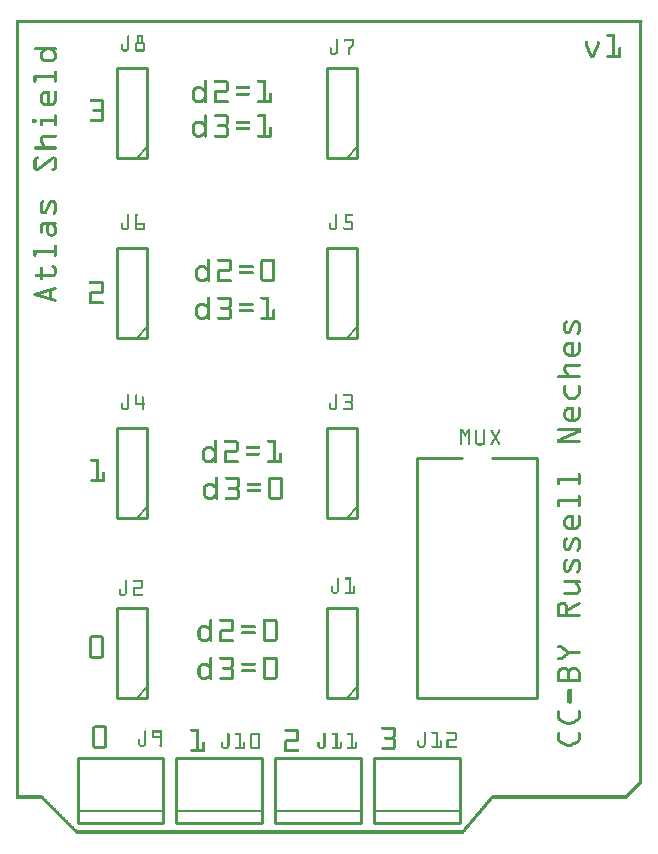
<source format=gto>
G04 MADE WITH FRITZING*
G04 WWW.FRITZING.ORG*
G04 DOUBLE SIDED*
G04 HOLES PLATED*
G04 CONTOUR ON CENTER OF CONTOUR VECTOR*
%ASAXBY*%
%FSLAX23Y23*%
%MOIN*%
%OFA0B0*%
%SFA1.0B1.0*%
%ADD10C,0.010000*%
%ADD11C,0.005000*%
%ADD12R,0.001000X0.001000*%
%LNSILK1*%
G90*
G70*
G54D10*
X1344Y1260D02*
X1344Y460D01*
D02*
X1344Y460D02*
X1744Y460D01*
D02*
X1744Y460D02*
X1744Y1260D01*
D02*
X1344Y1260D02*
X1494Y1260D01*
D02*
X1594Y1260D02*
X1744Y1260D01*
D02*
X444Y2260D02*
X444Y2560D01*
D02*
X444Y2560D02*
X344Y2560D01*
D02*
X344Y2560D02*
X344Y2260D01*
D02*
X344Y2260D02*
X444Y2260D01*
G54D11*
D02*
X444Y2295D02*
X409Y2260D01*
G54D10*
D02*
X1144Y2260D02*
X1144Y2560D01*
D02*
X1144Y2560D02*
X1044Y2560D01*
D02*
X1044Y2560D02*
X1044Y2260D01*
D02*
X1044Y2260D02*
X1144Y2260D01*
G54D11*
D02*
X1144Y2295D02*
X1109Y2260D01*
G54D10*
D02*
X444Y1660D02*
X444Y1960D01*
D02*
X444Y1960D02*
X344Y1960D01*
D02*
X344Y1960D02*
X344Y1660D01*
D02*
X344Y1660D02*
X444Y1660D01*
G54D11*
D02*
X444Y1695D02*
X409Y1660D01*
G54D10*
D02*
X1144Y1660D02*
X1144Y1960D01*
D02*
X1144Y1960D02*
X1044Y1960D01*
D02*
X1044Y1960D02*
X1044Y1660D01*
D02*
X1044Y1660D02*
X1144Y1660D01*
G54D11*
D02*
X1144Y1695D02*
X1109Y1660D01*
G54D10*
D02*
X444Y1060D02*
X444Y1360D01*
D02*
X444Y1360D02*
X344Y1360D01*
D02*
X344Y1360D02*
X344Y1060D01*
D02*
X344Y1060D02*
X444Y1060D01*
G54D11*
D02*
X444Y1095D02*
X409Y1060D01*
G54D10*
D02*
X1144Y1060D02*
X1144Y1360D01*
D02*
X1144Y1360D02*
X1044Y1360D01*
D02*
X1044Y1360D02*
X1044Y1060D01*
D02*
X1044Y1060D02*
X1144Y1060D01*
G54D11*
D02*
X1144Y1095D02*
X1109Y1060D01*
G54D10*
D02*
X444Y460D02*
X444Y760D01*
D02*
X444Y760D02*
X344Y760D01*
D02*
X344Y760D02*
X344Y460D01*
D02*
X344Y460D02*
X444Y460D01*
G54D11*
D02*
X444Y495D02*
X409Y460D01*
G54D10*
D02*
X1144Y460D02*
X1144Y760D01*
D02*
X1144Y760D02*
X1044Y760D01*
D02*
X1044Y760D02*
X1044Y460D01*
D02*
X1044Y460D02*
X1144Y460D01*
G54D11*
D02*
X1144Y495D02*
X1109Y460D01*
G54D10*
D02*
X1485Y257D02*
X1199Y257D01*
D02*
X1199Y257D02*
X1199Y41D01*
D02*
X1199Y41D02*
X1485Y41D01*
D02*
X1485Y41D02*
X1485Y257D01*
G54D11*
D02*
X1199Y81D02*
X1485Y81D01*
G54D10*
D02*
X1155Y257D02*
X869Y257D01*
D02*
X869Y257D02*
X869Y41D01*
D02*
X869Y41D02*
X1155Y41D01*
D02*
X1155Y41D02*
X1155Y257D01*
G54D11*
D02*
X869Y81D02*
X1155Y81D01*
G54D10*
D02*
X827Y257D02*
X541Y257D01*
D02*
X541Y257D02*
X541Y41D01*
D02*
X541Y41D02*
X827Y41D01*
D02*
X827Y41D02*
X827Y257D01*
G54D11*
D02*
X541Y81D02*
X827Y81D01*
G54D10*
D02*
X498Y257D02*
X212Y257D01*
D02*
X212Y257D02*
X212Y41D01*
D02*
X212Y41D02*
X498Y41D01*
D02*
X498Y41D02*
X498Y257D01*
G54D11*
D02*
X212Y81D02*
X498Y81D01*
G54D12*
X8Y2719D02*
X2092Y2719D01*
X7Y2718D02*
X2093Y2718D01*
X6Y2717D02*
X2094Y2717D01*
X6Y2716D02*
X2094Y2716D01*
X6Y2715D02*
X2094Y2715D01*
X6Y2714D02*
X2095Y2714D01*
X6Y2713D02*
X2095Y2713D01*
X6Y2712D02*
X2094Y2712D01*
X6Y2711D02*
X2094Y2711D01*
X6Y2710D02*
X2094Y2710D01*
X6Y2709D02*
X2094Y2709D01*
X6Y2708D02*
X16Y2708D01*
X2084Y2708D02*
X2094Y2708D01*
X6Y2707D02*
X16Y2707D01*
X2084Y2707D02*
X2094Y2707D01*
X6Y2706D02*
X16Y2706D01*
X2084Y2706D02*
X2094Y2706D01*
X6Y2705D02*
X16Y2705D01*
X2084Y2705D02*
X2094Y2705D01*
X6Y2704D02*
X16Y2704D01*
X2084Y2704D02*
X2094Y2704D01*
X6Y2703D02*
X16Y2703D01*
X2084Y2703D02*
X2094Y2703D01*
X6Y2702D02*
X16Y2702D01*
X2084Y2702D02*
X2094Y2702D01*
X6Y2701D02*
X16Y2701D01*
X2084Y2701D02*
X2094Y2701D01*
X6Y2700D02*
X16Y2700D01*
X2084Y2700D02*
X2094Y2700D01*
X6Y2699D02*
X16Y2699D01*
X2084Y2699D02*
X2094Y2699D01*
X6Y2698D02*
X16Y2698D01*
X2084Y2698D02*
X2094Y2698D01*
X6Y2697D02*
X16Y2697D01*
X2084Y2697D02*
X2094Y2697D01*
X6Y2696D02*
X16Y2696D01*
X2084Y2696D02*
X2094Y2696D01*
X6Y2695D02*
X16Y2695D01*
X2084Y2695D02*
X2094Y2695D01*
X6Y2694D02*
X16Y2694D01*
X2084Y2694D02*
X2094Y2694D01*
X6Y2693D02*
X16Y2693D01*
X2084Y2693D02*
X2094Y2693D01*
X6Y2692D02*
X16Y2692D01*
X2084Y2692D02*
X2094Y2692D01*
X6Y2691D02*
X16Y2691D01*
X2084Y2691D02*
X2094Y2691D01*
X6Y2690D02*
X16Y2690D01*
X2084Y2690D02*
X2094Y2690D01*
X6Y2689D02*
X16Y2689D01*
X2084Y2689D02*
X2094Y2689D01*
X6Y2688D02*
X16Y2688D01*
X2084Y2688D02*
X2094Y2688D01*
X6Y2687D02*
X16Y2687D01*
X2084Y2687D02*
X2094Y2687D01*
X6Y2686D02*
X16Y2686D01*
X2084Y2686D02*
X2094Y2686D01*
X6Y2685D02*
X16Y2685D01*
X2084Y2685D02*
X2094Y2685D01*
X6Y2684D02*
X16Y2684D01*
X2084Y2684D02*
X2094Y2684D01*
X6Y2683D02*
X16Y2683D01*
X2084Y2683D02*
X2094Y2683D01*
X6Y2682D02*
X16Y2682D01*
X2084Y2682D02*
X2094Y2682D01*
X6Y2681D02*
X16Y2681D01*
X2084Y2681D02*
X2094Y2681D01*
X6Y2680D02*
X16Y2680D01*
X2084Y2680D02*
X2094Y2680D01*
X6Y2679D02*
X16Y2679D01*
X2084Y2679D02*
X2094Y2679D01*
X6Y2678D02*
X16Y2678D01*
X2084Y2678D02*
X2094Y2678D01*
X6Y2677D02*
X16Y2677D01*
X2084Y2677D02*
X2094Y2677D01*
X6Y2676D02*
X16Y2676D01*
X2084Y2676D02*
X2094Y2676D01*
X6Y2675D02*
X16Y2675D01*
X2084Y2675D02*
X2094Y2675D01*
X6Y2674D02*
X16Y2674D01*
X2084Y2674D02*
X2094Y2674D01*
X6Y2673D02*
X16Y2673D01*
X2084Y2673D02*
X2094Y2673D01*
X6Y2672D02*
X16Y2672D01*
X2084Y2672D02*
X2094Y2672D01*
X6Y2671D02*
X16Y2671D01*
X1980Y2671D02*
X2004Y2671D01*
X2084Y2671D02*
X2094Y2671D01*
X6Y2670D02*
X16Y2670D01*
X1977Y2670D02*
X2004Y2670D01*
X2084Y2670D02*
X2094Y2670D01*
X6Y2669D02*
X16Y2669D01*
X1976Y2669D02*
X2004Y2669D01*
X2084Y2669D02*
X2094Y2669D01*
X6Y2668D02*
X16Y2668D01*
X1976Y2668D02*
X2004Y2668D01*
X2084Y2668D02*
X2094Y2668D01*
X6Y2667D02*
X16Y2667D01*
X379Y2667D02*
X382Y2667D01*
X412Y2667D02*
X429Y2667D01*
X1975Y2667D02*
X2004Y2667D01*
X2084Y2667D02*
X2094Y2667D01*
X6Y2666D02*
X16Y2666D01*
X378Y2666D02*
X383Y2666D01*
X411Y2666D02*
X430Y2666D01*
X1975Y2666D02*
X2004Y2666D01*
X2084Y2666D02*
X2094Y2666D01*
X6Y2665D02*
X16Y2665D01*
X377Y2665D02*
X383Y2665D01*
X410Y2665D02*
X430Y2665D01*
X1975Y2665D02*
X2004Y2665D01*
X2084Y2665D02*
X2094Y2665D01*
X6Y2664D02*
X16Y2664D01*
X377Y2664D02*
X383Y2664D01*
X410Y2664D02*
X430Y2664D01*
X1976Y2664D02*
X2004Y2664D01*
X2084Y2664D02*
X2094Y2664D01*
X6Y2663D02*
X16Y2663D01*
X377Y2663D02*
X383Y2663D01*
X410Y2663D02*
X430Y2663D01*
X1976Y2663D02*
X2004Y2663D01*
X2084Y2663D02*
X2094Y2663D01*
X6Y2662D02*
X16Y2662D01*
X377Y2662D02*
X383Y2662D01*
X410Y2662D02*
X430Y2662D01*
X1977Y2662D02*
X2004Y2662D01*
X2084Y2662D02*
X2094Y2662D01*
X6Y2661D02*
X16Y2661D01*
X377Y2661D02*
X383Y2661D01*
X410Y2661D02*
X430Y2661D01*
X1979Y2661D02*
X2004Y2661D01*
X2084Y2661D02*
X2094Y2661D01*
X6Y2660D02*
X16Y2660D01*
X377Y2660D02*
X383Y2660D01*
X410Y2660D02*
X416Y2660D01*
X424Y2660D02*
X430Y2660D01*
X1995Y2660D02*
X2004Y2660D01*
X2084Y2660D02*
X2094Y2660D01*
X6Y2659D02*
X16Y2659D01*
X377Y2659D02*
X383Y2659D01*
X410Y2659D02*
X416Y2659D01*
X424Y2659D02*
X430Y2659D01*
X1995Y2659D02*
X2004Y2659D01*
X2084Y2659D02*
X2094Y2659D01*
X6Y2658D02*
X16Y2658D01*
X377Y2658D02*
X383Y2658D01*
X410Y2658D02*
X416Y2658D01*
X424Y2658D02*
X430Y2658D01*
X1995Y2658D02*
X2004Y2658D01*
X2084Y2658D02*
X2094Y2658D01*
X6Y2657D02*
X16Y2657D01*
X377Y2657D02*
X383Y2657D01*
X410Y2657D02*
X416Y2657D01*
X424Y2657D02*
X430Y2657D01*
X1995Y2657D02*
X2004Y2657D01*
X2084Y2657D02*
X2094Y2657D01*
X6Y2656D02*
X16Y2656D01*
X377Y2656D02*
X383Y2656D01*
X410Y2656D02*
X416Y2656D01*
X424Y2656D02*
X430Y2656D01*
X1075Y2656D02*
X1078Y2656D01*
X1101Y2656D02*
X1133Y2656D01*
X1995Y2656D02*
X2004Y2656D01*
X2084Y2656D02*
X2094Y2656D01*
X6Y2655D02*
X16Y2655D01*
X377Y2655D02*
X383Y2655D01*
X410Y2655D02*
X416Y2655D01*
X424Y2655D02*
X430Y2655D01*
X1074Y2655D02*
X1079Y2655D01*
X1100Y2655D02*
X1133Y2655D01*
X1995Y2655D02*
X2004Y2655D01*
X2084Y2655D02*
X2094Y2655D01*
X6Y2654D02*
X16Y2654D01*
X377Y2654D02*
X383Y2654D01*
X410Y2654D02*
X416Y2654D01*
X424Y2654D02*
X430Y2654D01*
X1074Y2654D02*
X1079Y2654D01*
X1100Y2654D02*
X1133Y2654D01*
X1995Y2654D02*
X2004Y2654D01*
X2084Y2654D02*
X2094Y2654D01*
X6Y2653D02*
X16Y2653D01*
X377Y2653D02*
X383Y2653D01*
X410Y2653D02*
X416Y2653D01*
X424Y2653D02*
X430Y2653D01*
X1074Y2653D02*
X1080Y2653D01*
X1100Y2653D02*
X1133Y2653D01*
X1995Y2653D02*
X2004Y2653D01*
X2084Y2653D02*
X2094Y2653D01*
X6Y2652D02*
X16Y2652D01*
X377Y2652D02*
X383Y2652D01*
X410Y2652D02*
X416Y2652D01*
X424Y2652D02*
X430Y2652D01*
X1074Y2652D02*
X1080Y2652D01*
X1100Y2652D02*
X1133Y2652D01*
X1995Y2652D02*
X2004Y2652D01*
X2084Y2652D02*
X2094Y2652D01*
X6Y2651D02*
X16Y2651D01*
X377Y2651D02*
X383Y2651D01*
X410Y2651D02*
X416Y2651D01*
X424Y2651D02*
X430Y2651D01*
X1074Y2651D02*
X1080Y2651D01*
X1100Y2651D02*
X1133Y2651D01*
X1995Y2651D02*
X2004Y2651D01*
X2084Y2651D02*
X2094Y2651D01*
X6Y2650D02*
X16Y2650D01*
X377Y2650D02*
X383Y2650D01*
X410Y2650D02*
X416Y2650D01*
X424Y2650D02*
X430Y2650D01*
X1074Y2650D02*
X1080Y2650D01*
X1100Y2650D02*
X1133Y2650D01*
X1995Y2650D02*
X2004Y2650D01*
X2084Y2650D02*
X2094Y2650D01*
X6Y2649D02*
X16Y2649D01*
X377Y2649D02*
X383Y2649D01*
X410Y2649D02*
X416Y2649D01*
X424Y2649D02*
X430Y2649D01*
X1074Y2649D02*
X1080Y2649D01*
X1100Y2649D02*
X1105Y2649D01*
X1127Y2649D02*
X1133Y2649D01*
X1905Y2649D02*
X1910Y2649D01*
X1945Y2649D02*
X1949Y2649D01*
X1995Y2649D02*
X2004Y2649D01*
X2084Y2649D02*
X2094Y2649D01*
X6Y2648D02*
X16Y2648D01*
X377Y2648D02*
X383Y2648D01*
X410Y2648D02*
X416Y2648D01*
X424Y2648D02*
X430Y2648D01*
X1074Y2648D02*
X1080Y2648D01*
X1101Y2648D02*
X1105Y2648D01*
X1127Y2648D02*
X1133Y2648D01*
X1904Y2648D02*
X1911Y2648D01*
X1944Y2648D02*
X1951Y2648D01*
X1995Y2648D02*
X2004Y2648D01*
X2084Y2648D02*
X2094Y2648D01*
X6Y2647D02*
X16Y2647D01*
X377Y2647D02*
X383Y2647D01*
X410Y2647D02*
X416Y2647D01*
X424Y2647D02*
X430Y2647D01*
X1074Y2647D02*
X1080Y2647D01*
X1102Y2647D02*
X1103Y2647D01*
X1127Y2647D02*
X1133Y2647D01*
X1904Y2647D02*
X1912Y2647D01*
X1943Y2647D02*
X1951Y2647D01*
X1995Y2647D02*
X2004Y2647D01*
X2084Y2647D02*
X2094Y2647D01*
X6Y2646D02*
X16Y2646D01*
X377Y2646D02*
X383Y2646D01*
X410Y2646D02*
X416Y2646D01*
X424Y2646D02*
X430Y2646D01*
X1074Y2646D02*
X1080Y2646D01*
X1127Y2646D02*
X1133Y2646D01*
X1903Y2646D02*
X1912Y2646D01*
X1943Y2646D02*
X1952Y2646D01*
X1995Y2646D02*
X2004Y2646D01*
X2084Y2646D02*
X2094Y2646D01*
X6Y2645D02*
X16Y2645D01*
X377Y2645D02*
X383Y2645D01*
X410Y2645D02*
X416Y2645D01*
X424Y2645D02*
X430Y2645D01*
X1074Y2645D02*
X1080Y2645D01*
X1127Y2645D02*
X1133Y2645D01*
X1903Y2645D02*
X1912Y2645D01*
X1943Y2645D02*
X1952Y2645D01*
X1995Y2645D02*
X2004Y2645D01*
X2084Y2645D02*
X2094Y2645D01*
X6Y2644D02*
X16Y2644D01*
X377Y2644D02*
X383Y2644D01*
X408Y2644D02*
X432Y2644D01*
X1074Y2644D02*
X1080Y2644D01*
X1127Y2644D02*
X1133Y2644D01*
X1903Y2644D02*
X1912Y2644D01*
X1943Y2644D02*
X1952Y2644D01*
X1995Y2644D02*
X2004Y2644D01*
X2084Y2644D02*
X2094Y2644D01*
X6Y2643D02*
X16Y2643D01*
X377Y2643D02*
X383Y2643D01*
X406Y2643D02*
X434Y2643D01*
X1074Y2643D02*
X1080Y2643D01*
X1127Y2643D02*
X1133Y2643D01*
X1903Y2643D02*
X1912Y2643D01*
X1943Y2643D02*
X1952Y2643D01*
X1995Y2643D02*
X2004Y2643D01*
X2084Y2643D02*
X2094Y2643D01*
X6Y2642D02*
X16Y2642D01*
X377Y2642D02*
X383Y2642D01*
X405Y2642D02*
X435Y2642D01*
X1074Y2642D02*
X1080Y2642D01*
X1127Y2642D02*
X1133Y2642D01*
X1903Y2642D02*
X1912Y2642D01*
X1943Y2642D02*
X1952Y2642D01*
X1995Y2642D02*
X2004Y2642D01*
X2084Y2642D02*
X2094Y2642D01*
X6Y2641D02*
X16Y2641D01*
X377Y2641D02*
X383Y2641D01*
X405Y2641D02*
X436Y2641D01*
X1074Y2641D02*
X1080Y2641D01*
X1127Y2641D02*
X1133Y2641D01*
X1903Y2641D02*
X1912Y2641D01*
X1943Y2641D02*
X1952Y2641D01*
X1995Y2641D02*
X2004Y2641D01*
X2084Y2641D02*
X2094Y2641D01*
X6Y2640D02*
X16Y2640D01*
X377Y2640D02*
X383Y2640D01*
X404Y2640D02*
X436Y2640D01*
X1074Y2640D02*
X1080Y2640D01*
X1127Y2640D02*
X1133Y2640D01*
X1903Y2640D02*
X1912Y2640D01*
X1943Y2640D02*
X1952Y2640D01*
X1995Y2640D02*
X2004Y2640D01*
X2084Y2640D02*
X2094Y2640D01*
X6Y2639D02*
X16Y2639D01*
X377Y2639D02*
X383Y2639D01*
X404Y2639D02*
X437Y2639D01*
X1074Y2639D02*
X1080Y2639D01*
X1127Y2639D02*
X1133Y2639D01*
X1903Y2639D02*
X1912Y2639D01*
X1943Y2639D02*
X1952Y2639D01*
X1995Y2639D02*
X2004Y2639D01*
X2084Y2639D02*
X2094Y2639D01*
X6Y2638D02*
X16Y2638D01*
X359Y2638D02*
X361Y2638D01*
X377Y2638D02*
X383Y2638D01*
X404Y2638D02*
X437Y2638D01*
X1074Y2638D02*
X1080Y2638D01*
X1127Y2638D02*
X1133Y2638D01*
X1903Y2638D02*
X1912Y2638D01*
X1943Y2638D02*
X1952Y2638D01*
X1995Y2638D02*
X2004Y2638D01*
X2084Y2638D02*
X2094Y2638D01*
X6Y2637D02*
X16Y2637D01*
X357Y2637D02*
X362Y2637D01*
X377Y2637D02*
X383Y2637D01*
X403Y2637D02*
X410Y2637D01*
X431Y2637D02*
X437Y2637D01*
X1074Y2637D02*
X1080Y2637D01*
X1127Y2637D02*
X1133Y2637D01*
X1903Y2637D02*
X1912Y2637D01*
X1943Y2637D02*
X1952Y2637D01*
X1995Y2637D02*
X2004Y2637D01*
X2084Y2637D02*
X2094Y2637D01*
X6Y2636D02*
X16Y2636D01*
X357Y2636D02*
X363Y2636D01*
X377Y2636D02*
X383Y2636D01*
X403Y2636D02*
X409Y2636D01*
X431Y2636D02*
X437Y2636D01*
X1074Y2636D02*
X1080Y2636D01*
X1126Y2636D02*
X1133Y2636D01*
X1903Y2636D02*
X1913Y2636D01*
X1942Y2636D02*
X1952Y2636D01*
X1995Y2636D02*
X2004Y2636D01*
X2084Y2636D02*
X2094Y2636D01*
X6Y2635D02*
X16Y2635D01*
X357Y2635D02*
X363Y2635D01*
X377Y2635D02*
X383Y2635D01*
X403Y2635D02*
X409Y2635D01*
X431Y2635D02*
X437Y2635D01*
X1074Y2635D02*
X1080Y2635D01*
X1125Y2635D02*
X1133Y2635D01*
X1903Y2635D02*
X1913Y2635D01*
X1942Y2635D02*
X1952Y2635D01*
X1995Y2635D02*
X2004Y2635D01*
X2084Y2635D02*
X2094Y2635D01*
X6Y2634D02*
X16Y2634D01*
X357Y2634D02*
X363Y2634D01*
X377Y2634D02*
X383Y2634D01*
X403Y2634D02*
X409Y2634D01*
X431Y2634D02*
X437Y2634D01*
X1074Y2634D02*
X1080Y2634D01*
X1123Y2634D02*
X1133Y2634D01*
X1904Y2634D02*
X1914Y2634D01*
X1941Y2634D02*
X1951Y2634D01*
X1995Y2634D02*
X2004Y2634D01*
X2084Y2634D02*
X2094Y2634D01*
X6Y2633D02*
X16Y2633D01*
X357Y2633D02*
X363Y2633D01*
X377Y2633D02*
X383Y2633D01*
X403Y2633D02*
X409Y2633D01*
X431Y2633D02*
X437Y2633D01*
X1074Y2633D02*
X1080Y2633D01*
X1122Y2633D02*
X1132Y2633D01*
X1904Y2633D02*
X1914Y2633D01*
X1941Y2633D02*
X1951Y2633D01*
X1995Y2633D02*
X2004Y2633D01*
X2084Y2633D02*
X2094Y2633D01*
X6Y2632D02*
X16Y2632D01*
X357Y2632D02*
X363Y2632D01*
X377Y2632D02*
X383Y2632D01*
X403Y2632D02*
X409Y2632D01*
X431Y2632D02*
X437Y2632D01*
X1074Y2632D02*
X1080Y2632D01*
X1121Y2632D02*
X1131Y2632D01*
X1904Y2632D02*
X1914Y2632D01*
X1940Y2632D02*
X1950Y2632D01*
X1995Y2632D02*
X2004Y2632D01*
X2084Y2632D02*
X2094Y2632D01*
X6Y2631D02*
X16Y2631D01*
X357Y2631D02*
X363Y2631D01*
X377Y2631D02*
X383Y2631D01*
X403Y2631D02*
X409Y2631D01*
X431Y2631D02*
X437Y2631D01*
X1074Y2631D02*
X1080Y2631D01*
X1120Y2631D02*
X1130Y2631D01*
X1905Y2631D02*
X1915Y2631D01*
X1940Y2631D02*
X1950Y2631D01*
X1995Y2631D02*
X2004Y2631D01*
X2084Y2631D02*
X2094Y2631D01*
X6Y2630D02*
X16Y2630D01*
X357Y2630D02*
X363Y2630D01*
X377Y2630D02*
X383Y2630D01*
X403Y2630D02*
X409Y2630D01*
X431Y2630D02*
X437Y2630D01*
X1074Y2630D02*
X1080Y2630D01*
X1119Y2630D02*
X1129Y2630D01*
X1905Y2630D02*
X1915Y2630D01*
X1940Y2630D02*
X1949Y2630D01*
X1995Y2630D02*
X2004Y2630D01*
X2084Y2630D02*
X2094Y2630D01*
X6Y2629D02*
X16Y2629D01*
X357Y2629D02*
X363Y2629D01*
X377Y2629D02*
X383Y2629D01*
X403Y2629D02*
X409Y2629D01*
X431Y2629D02*
X437Y2629D01*
X1074Y2629D02*
X1080Y2629D01*
X1118Y2629D02*
X1127Y2629D01*
X1906Y2629D02*
X1916Y2629D01*
X1939Y2629D02*
X1949Y2629D01*
X1995Y2629D02*
X2004Y2629D01*
X2084Y2629D02*
X2094Y2629D01*
X6Y2628D02*
X16Y2628D01*
X357Y2628D02*
X363Y2628D01*
X377Y2628D02*
X383Y2628D01*
X403Y2628D02*
X409Y2628D01*
X431Y2628D02*
X437Y2628D01*
X1074Y2628D02*
X1080Y2628D01*
X1116Y2628D02*
X1126Y2628D01*
X1906Y2628D02*
X1916Y2628D01*
X1939Y2628D02*
X1949Y2628D01*
X1995Y2628D02*
X2004Y2628D01*
X2018Y2628D02*
X2021Y2628D01*
X2084Y2628D02*
X2094Y2628D01*
X6Y2627D02*
X16Y2627D01*
X69Y2627D02*
X139Y2627D01*
X357Y2627D02*
X363Y2627D01*
X377Y2627D02*
X383Y2627D01*
X403Y2627D02*
X409Y2627D01*
X431Y2627D02*
X437Y2627D01*
X1055Y2627D02*
X1057Y2627D01*
X1074Y2627D02*
X1080Y2627D01*
X1115Y2627D02*
X1125Y2627D01*
X1907Y2627D02*
X1917Y2627D01*
X1938Y2627D02*
X1948Y2627D01*
X1995Y2627D02*
X2004Y2627D01*
X2016Y2627D02*
X2023Y2627D01*
X2084Y2627D02*
X2094Y2627D01*
X6Y2626D02*
X16Y2626D01*
X67Y2626D02*
X141Y2626D01*
X357Y2626D02*
X363Y2626D01*
X377Y2626D02*
X383Y2626D01*
X403Y2626D02*
X409Y2626D01*
X431Y2626D02*
X437Y2626D01*
X1054Y2626D02*
X1058Y2626D01*
X1074Y2626D02*
X1080Y2626D01*
X1114Y2626D02*
X1124Y2626D01*
X1907Y2626D02*
X1917Y2626D01*
X1938Y2626D02*
X1948Y2626D01*
X1995Y2626D02*
X2004Y2626D01*
X2016Y2626D02*
X2023Y2626D01*
X2084Y2626D02*
X2094Y2626D01*
X6Y2625D02*
X16Y2625D01*
X66Y2625D02*
X142Y2625D01*
X357Y2625D02*
X363Y2625D01*
X377Y2625D02*
X383Y2625D01*
X403Y2625D02*
X409Y2625D01*
X431Y2625D02*
X437Y2625D01*
X1053Y2625D02*
X1059Y2625D01*
X1074Y2625D02*
X1080Y2625D01*
X1114Y2625D02*
X1123Y2625D01*
X1907Y2625D02*
X1917Y2625D01*
X1937Y2625D02*
X1947Y2625D01*
X1995Y2625D02*
X2004Y2625D01*
X2015Y2625D02*
X2024Y2625D01*
X2084Y2625D02*
X2094Y2625D01*
X6Y2624D02*
X16Y2624D01*
X66Y2624D02*
X142Y2624D01*
X357Y2624D02*
X363Y2624D01*
X377Y2624D02*
X383Y2624D01*
X403Y2624D02*
X409Y2624D01*
X431Y2624D02*
X437Y2624D01*
X1053Y2624D02*
X1059Y2624D01*
X1074Y2624D02*
X1080Y2624D01*
X1113Y2624D02*
X1122Y2624D01*
X1908Y2624D02*
X1918Y2624D01*
X1937Y2624D02*
X1947Y2624D01*
X1995Y2624D02*
X2004Y2624D01*
X2015Y2624D02*
X2024Y2624D01*
X2084Y2624D02*
X2094Y2624D01*
X6Y2623D02*
X16Y2623D01*
X65Y2623D02*
X143Y2623D01*
X357Y2623D02*
X363Y2623D01*
X377Y2623D02*
X383Y2623D01*
X403Y2623D02*
X409Y2623D01*
X431Y2623D02*
X437Y2623D01*
X1053Y2623D02*
X1059Y2623D01*
X1074Y2623D02*
X1080Y2623D01*
X1113Y2623D02*
X1120Y2623D01*
X1908Y2623D02*
X1918Y2623D01*
X1936Y2623D02*
X1946Y2623D01*
X1995Y2623D02*
X2004Y2623D01*
X2015Y2623D02*
X2024Y2623D01*
X2084Y2623D02*
X2094Y2623D01*
X6Y2622D02*
X16Y2622D01*
X65Y2622D02*
X143Y2622D01*
X357Y2622D02*
X364Y2622D01*
X377Y2622D02*
X383Y2622D01*
X403Y2622D02*
X409Y2622D01*
X431Y2622D02*
X437Y2622D01*
X1053Y2622D02*
X1059Y2622D01*
X1074Y2622D02*
X1080Y2622D01*
X1113Y2622D02*
X1119Y2622D01*
X1909Y2622D02*
X1919Y2622D01*
X1936Y2622D02*
X1946Y2622D01*
X1995Y2622D02*
X2004Y2622D01*
X2015Y2622D02*
X2024Y2622D01*
X2084Y2622D02*
X2094Y2622D01*
X6Y2621D02*
X16Y2621D01*
X65Y2621D02*
X143Y2621D01*
X357Y2621D02*
X365Y2621D01*
X375Y2621D02*
X383Y2621D01*
X403Y2621D02*
X410Y2621D01*
X431Y2621D02*
X437Y2621D01*
X1053Y2621D02*
X1059Y2621D01*
X1074Y2621D02*
X1080Y2621D01*
X1113Y2621D02*
X1119Y2621D01*
X1909Y2621D02*
X1919Y2621D01*
X1936Y2621D02*
X1946Y2621D01*
X1995Y2621D02*
X2004Y2621D01*
X2015Y2621D02*
X2024Y2621D01*
X2084Y2621D02*
X2094Y2621D01*
X6Y2620D02*
X16Y2620D01*
X66Y2620D02*
X142Y2620D01*
X358Y2620D02*
X383Y2620D01*
X404Y2620D02*
X437Y2620D01*
X1053Y2620D02*
X1059Y2620D01*
X1074Y2620D02*
X1080Y2620D01*
X1113Y2620D02*
X1119Y2620D01*
X1910Y2620D02*
X1920Y2620D01*
X1935Y2620D02*
X1945Y2620D01*
X1995Y2620D02*
X2004Y2620D01*
X2015Y2620D02*
X2024Y2620D01*
X2084Y2620D02*
X2094Y2620D01*
X6Y2619D02*
X16Y2619D01*
X66Y2619D02*
X142Y2619D01*
X358Y2619D02*
X382Y2619D01*
X404Y2619D02*
X437Y2619D01*
X1053Y2619D02*
X1059Y2619D01*
X1074Y2619D02*
X1080Y2619D01*
X1113Y2619D02*
X1119Y2619D01*
X1910Y2619D02*
X1920Y2619D01*
X1935Y2619D02*
X1945Y2619D01*
X1995Y2619D02*
X2004Y2619D01*
X2015Y2619D02*
X2024Y2619D01*
X2084Y2619D02*
X2094Y2619D01*
X6Y2618D02*
X16Y2618D01*
X67Y2618D02*
X141Y2618D01*
X359Y2618D02*
X381Y2618D01*
X404Y2618D02*
X436Y2618D01*
X1053Y2618D02*
X1059Y2618D01*
X1074Y2618D02*
X1080Y2618D01*
X1113Y2618D02*
X1119Y2618D01*
X1911Y2618D02*
X1921Y2618D01*
X1934Y2618D02*
X1944Y2618D01*
X1995Y2618D02*
X2004Y2618D01*
X2015Y2618D02*
X2024Y2618D01*
X2084Y2618D02*
X2094Y2618D01*
X6Y2617D02*
X16Y2617D01*
X93Y2617D02*
X108Y2617D01*
X122Y2617D02*
X137Y2617D01*
X360Y2617D02*
X380Y2617D01*
X405Y2617D02*
X436Y2617D01*
X1053Y2617D02*
X1059Y2617D01*
X1074Y2617D02*
X1080Y2617D01*
X1113Y2617D02*
X1119Y2617D01*
X1911Y2617D02*
X1921Y2617D01*
X1934Y2617D02*
X1944Y2617D01*
X1995Y2617D02*
X2004Y2617D01*
X2015Y2617D02*
X2024Y2617D01*
X2084Y2617D02*
X2094Y2617D01*
X6Y2616D02*
X16Y2616D01*
X93Y2616D02*
X105Y2616D01*
X124Y2616D02*
X137Y2616D01*
X361Y2616D02*
X379Y2616D01*
X405Y2616D02*
X435Y2616D01*
X1053Y2616D02*
X1059Y2616D01*
X1074Y2616D02*
X1080Y2616D01*
X1113Y2616D02*
X1119Y2616D01*
X1911Y2616D02*
X1921Y2616D01*
X1933Y2616D02*
X1943Y2616D01*
X1995Y2616D02*
X2004Y2616D01*
X2015Y2616D02*
X2024Y2616D01*
X2084Y2616D02*
X2094Y2616D01*
X6Y2615D02*
X16Y2615D01*
X92Y2615D02*
X104Y2615D01*
X125Y2615D02*
X138Y2615D01*
X362Y2615D02*
X378Y2615D01*
X406Y2615D02*
X434Y2615D01*
X1053Y2615D02*
X1059Y2615D01*
X1074Y2615D02*
X1080Y2615D01*
X1113Y2615D02*
X1119Y2615D01*
X1912Y2615D02*
X1922Y2615D01*
X1933Y2615D02*
X1943Y2615D01*
X1995Y2615D02*
X2004Y2615D01*
X2015Y2615D02*
X2024Y2615D01*
X2084Y2615D02*
X2094Y2615D01*
X6Y2614D02*
X16Y2614D01*
X91Y2614D02*
X103Y2614D01*
X126Y2614D02*
X139Y2614D01*
X365Y2614D02*
X375Y2614D01*
X408Y2614D02*
X432Y2614D01*
X1053Y2614D02*
X1059Y2614D01*
X1074Y2614D02*
X1080Y2614D01*
X1113Y2614D02*
X1119Y2614D01*
X1912Y2614D02*
X1922Y2614D01*
X1932Y2614D02*
X1943Y2614D01*
X1995Y2614D02*
X2004Y2614D01*
X2015Y2614D02*
X2024Y2614D01*
X2084Y2614D02*
X2094Y2614D01*
X6Y2613D02*
X16Y2613D01*
X90Y2613D02*
X102Y2613D01*
X127Y2613D02*
X140Y2613D01*
X1053Y2613D02*
X1059Y2613D01*
X1074Y2613D02*
X1080Y2613D01*
X1113Y2613D02*
X1119Y2613D01*
X1913Y2613D02*
X1923Y2613D01*
X1932Y2613D02*
X1942Y2613D01*
X1995Y2613D02*
X2004Y2613D01*
X2015Y2613D02*
X2024Y2613D01*
X2084Y2613D02*
X2094Y2613D01*
X6Y2612D02*
X16Y2612D01*
X89Y2612D02*
X102Y2612D01*
X128Y2612D02*
X140Y2612D01*
X1053Y2612D02*
X1059Y2612D01*
X1073Y2612D02*
X1080Y2612D01*
X1113Y2612D02*
X1119Y2612D01*
X1913Y2612D02*
X1923Y2612D01*
X1932Y2612D02*
X1942Y2612D01*
X1995Y2612D02*
X2004Y2612D01*
X2015Y2612D02*
X2024Y2612D01*
X2084Y2612D02*
X2094Y2612D01*
X6Y2611D02*
X16Y2611D01*
X89Y2611D02*
X101Y2611D01*
X129Y2611D02*
X141Y2611D01*
X1053Y2611D02*
X1060Y2611D01*
X1073Y2611D02*
X1079Y2611D01*
X1113Y2611D02*
X1119Y2611D01*
X1914Y2611D02*
X1924Y2611D01*
X1931Y2611D02*
X1941Y2611D01*
X1995Y2611D02*
X2004Y2611D01*
X2015Y2611D02*
X2024Y2611D01*
X2084Y2611D02*
X2094Y2611D01*
X6Y2610D02*
X16Y2610D01*
X88Y2610D02*
X100Y2610D01*
X129Y2610D02*
X141Y2610D01*
X1053Y2610D02*
X1061Y2610D01*
X1072Y2610D02*
X1079Y2610D01*
X1113Y2610D02*
X1119Y2610D01*
X1914Y2610D02*
X1924Y2610D01*
X1931Y2610D02*
X1941Y2610D01*
X1995Y2610D02*
X2004Y2610D01*
X2015Y2610D02*
X2024Y2610D01*
X2084Y2610D02*
X2094Y2610D01*
X6Y2609D02*
X16Y2609D01*
X88Y2609D02*
X99Y2609D01*
X130Y2609D02*
X142Y2609D01*
X1054Y2609D02*
X1079Y2609D01*
X1113Y2609D02*
X1119Y2609D01*
X1914Y2609D02*
X1924Y2609D01*
X1930Y2609D02*
X1940Y2609D01*
X1995Y2609D02*
X2004Y2609D01*
X2015Y2609D02*
X2024Y2609D01*
X2084Y2609D02*
X2094Y2609D01*
X6Y2608D02*
X16Y2608D01*
X87Y2608D02*
X98Y2608D01*
X131Y2608D02*
X142Y2608D01*
X1054Y2608D02*
X1078Y2608D01*
X1113Y2608D02*
X1119Y2608D01*
X1915Y2608D02*
X1925Y2608D01*
X1930Y2608D02*
X1940Y2608D01*
X1995Y2608D02*
X2004Y2608D01*
X2015Y2608D02*
X2024Y2608D01*
X2084Y2608D02*
X2094Y2608D01*
X6Y2607D02*
X16Y2607D01*
X87Y2607D02*
X97Y2607D01*
X132Y2607D02*
X142Y2607D01*
X1055Y2607D02*
X1078Y2607D01*
X1113Y2607D02*
X1119Y2607D01*
X1915Y2607D02*
X1925Y2607D01*
X1929Y2607D02*
X1939Y2607D01*
X1995Y2607D02*
X2004Y2607D01*
X2015Y2607D02*
X2024Y2607D01*
X2084Y2607D02*
X2094Y2607D01*
X6Y2606D02*
X16Y2606D01*
X87Y2606D02*
X97Y2606D01*
X133Y2606D02*
X142Y2606D01*
X1056Y2606D02*
X1077Y2606D01*
X1113Y2606D02*
X1119Y2606D01*
X1916Y2606D02*
X1926Y2606D01*
X1929Y2606D02*
X1939Y2606D01*
X1995Y2606D02*
X2004Y2606D01*
X2015Y2606D02*
X2024Y2606D01*
X2084Y2606D02*
X2094Y2606D01*
X6Y2605D02*
X16Y2605D01*
X87Y2605D02*
X96Y2605D01*
X133Y2605D02*
X143Y2605D01*
X1057Y2605D02*
X1076Y2605D01*
X1114Y2605D02*
X1119Y2605D01*
X1916Y2605D02*
X1926Y2605D01*
X1929Y2605D02*
X1939Y2605D01*
X1995Y2605D02*
X2004Y2605D01*
X2015Y2605D02*
X2024Y2605D01*
X2084Y2605D02*
X2094Y2605D01*
X6Y2604D02*
X16Y2604D01*
X87Y2604D02*
X96Y2604D01*
X133Y2604D02*
X143Y2604D01*
X1058Y2604D02*
X1074Y2604D01*
X1114Y2604D02*
X1119Y2604D01*
X1917Y2604D02*
X1938Y2604D01*
X1995Y2604D02*
X2004Y2604D01*
X2015Y2604D02*
X2024Y2604D01*
X2084Y2604D02*
X2094Y2604D01*
X6Y2603D02*
X16Y2603D01*
X87Y2603D02*
X96Y2603D01*
X134Y2603D02*
X143Y2603D01*
X1060Y2603D02*
X1072Y2603D01*
X1115Y2603D02*
X1117Y2603D01*
X1917Y2603D02*
X1938Y2603D01*
X1979Y2603D02*
X2024Y2603D01*
X2084Y2603D02*
X2094Y2603D01*
X6Y2602D02*
X16Y2602D01*
X87Y2602D02*
X96Y2602D01*
X134Y2602D02*
X143Y2602D01*
X1918Y2602D02*
X1937Y2602D01*
X1977Y2602D02*
X2024Y2602D01*
X2084Y2602D02*
X2094Y2602D01*
X6Y2601D02*
X16Y2601D01*
X87Y2601D02*
X96Y2601D01*
X134Y2601D02*
X143Y2601D01*
X1918Y2601D02*
X1937Y2601D01*
X1976Y2601D02*
X2024Y2601D01*
X2084Y2601D02*
X2094Y2601D01*
X6Y2600D02*
X16Y2600D01*
X87Y2600D02*
X96Y2600D01*
X134Y2600D02*
X143Y2600D01*
X1918Y2600D02*
X1936Y2600D01*
X1976Y2600D02*
X2024Y2600D01*
X2084Y2600D02*
X2094Y2600D01*
X6Y2599D02*
X16Y2599D01*
X87Y2599D02*
X96Y2599D01*
X134Y2599D02*
X143Y2599D01*
X1919Y2599D02*
X1936Y2599D01*
X1975Y2599D02*
X2024Y2599D01*
X2084Y2599D02*
X2094Y2599D01*
X6Y2598D02*
X16Y2598D01*
X87Y2598D02*
X96Y2598D01*
X134Y2598D02*
X143Y2598D01*
X1919Y2598D02*
X1936Y2598D01*
X1975Y2598D02*
X2024Y2598D01*
X2084Y2598D02*
X2094Y2598D01*
X6Y2597D02*
X16Y2597D01*
X87Y2597D02*
X96Y2597D01*
X134Y2597D02*
X143Y2597D01*
X1920Y2597D02*
X1935Y2597D01*
X1975Y2597D02*
X2024Y2597D01*
X2084Y2597D02*
X2094Y2597D01*
X6Y2596D02*
X16Y2596D01*
X87Y2596D02*
X96Y2596D01*
X134Y2596D02*
X143Y2596D01*
X1920Y2596D02*
X1935Y2596D01*
X1976Y2596D02*
X2024Y2596D01*
X2084Y2596D02*
X2094Y2596D01*
X6Y2595D02*
X16Y2595D01*
X87Y2595D02*
X96Y2595D01*
X133Y2595D02*
X143Y2595D01*
X1921Y2595D02*
X1934Y2595D01*
X1976Y2595D02*
X2023Y2595D01*
X2084Y2595D02*
X2094Y2595D01*
X6Y2594D02*
X16Y2594D01*
X87Y2594D02*
X96Y2594D01*
X133Y2594D02*
X143Y2594D01*
X1922Y2594D02*
X1933Y2594D01*
X1977Y2594D02*
X2022Y2594D01*
X2084Y2594D02*
X2094Y2594D01*
X6Y2593D02*
X16Y2593D01*
X87Y2593D02*
X97Y2593D01*
X133Y2593D02*
X142Y2593D01*
X1925Y2593D02*
X1930Y2593D01*
X1980Y2593D02*
X2019Y2593D01*
X2084Y2593D02*
X2094Y2593D01*
X6Y2592D02*
X16Y2592D01*
X87Y2592D02*
X97Y2592D01*
X132Y2592D02*
X142Y2592D01*
X2084Y2592D02*
X2094Y2592D01*
X6Y2591D02*
X16Y2591D01*
X87Y2591D02*
X98Y2591D01*
X131Y2591D02*
X142Y2591D01*
X2084Y2591D02*
X2094Y2591D01*
X6Y2590D02*
X16Y2590D01*
X88Y2590D02*
X99Y2590D01*
X130Y2590D02*
X142Y2590D01*
X2084Y2590D02*
X2094Y2590D01*
X6Y2589D02*
X16Y2589D01*
X88Y2589D02*
X100Y2589D01*
X129Y2589D02*
X141Y2589D01*
X2084Y2589D02*
X2094Y2589D01*
X6Y2588D02*
X16Y2588D01*
X89Y2588D02*
X101Y2588D01*
X128Y2588D02*
X140Y2588D01*
X2084Y2588D02*
X2094Y2588D01*
X6Y2587D02*
X16Y2587D01*
X90Y2587D02*
X140Y2587D01*
X2084Y2587D02*
X2094Y2587D01*
X6Y2586D02*
X16Y2586D01*
X90Y2586D02*
X139Y2586D01*
X2084Y2586D02*
X2094Y2586D01*
X6Y2585D02*
X16Y2585D01*
X91Y2585D02*
X138Y2585D01*
X2084Y2585D02*
X2094Y2585D01*
X6Y2584D02*
X16Y2584D01*
X92Y2584D02*
X137Y2584D01*
X2084Y2584D02*
X2094Y2584D01*
X6Y2583D02*
X16Y2583D01*
X93Y2583D02*
X136Y2583D01*
X2084Y2583D02*
X2094Y2583D01*
X6Y2582D02*
X16Y2582D01*
X94Y2582D02*
X136Y2582D01*
X2084Y2582D02*
X2094Y2582D01*
X6Y2581D02*
X16Y2581D01*
X95Y2581D02*
X135Y2581D01*
X2084Y2581D02*
X2094Y2581D01*
X6Y2580D02*
X16Y2580D01*
X96Y2580D02*
X133Y2580D01*
X2084Y2580D02*
X2094Y2580D01*
X6Y2579D02*
X16Y2579D01*
X97Y2579D02*
X132Y2579D01*
X2084Y2579D02*
X2094Y2579D01*
X6Y2578D02*
X16Y2578D01*
X100Y2578D02*
X130Y2578D01*
X2084Y2578D02*
X2094Y2578D01*
X6Y2577D02*
X16Y2577D01*
X2084Y2577D02*
X2094Y2577D01*
X6Y2576D02*
X16Y2576D01*
X2084Y2576D02*
X2094Y2576D01*
X6Y2575D02*
X16Y2575D01*
X2084Y2575D02*
X2094Y2575D01*
X6Y2574D02*
X16Y2574D01*
X2084Y2574D02*
X2094Y2574D01*
X6Y2573D02*
X16Y2573D01*
X2084Y2573D02*
X2094Y2573D01*
X6Y2572D02*
X16Y2572D01*
X2084Y2572D02*
X2094Y2572D01*
X6Y2571D02*
X16Y2571D01*
X2084Y2571D02*
X2094Y2571D01*
X6Y2570D02*
X16Y2570D01*
X2084Y2570D02*
X2094Y2570D01*
X6Y2569D02*
X16Y2569D01*
X2084Y2569D02*
X2094Y2569D01*
X6Y2568D02*
X16Y2568D01*
X2084Y2568D02*
X2094Y2568D01*
X6Y2567D02*
X16Y2567D01*
X2084Y2567D02*
X2094Y2567D01*
X6Y2566D02*
X16Y2566D01*
X2084Y2566D02*
X2094Y2566D01*
X6Y2565D02*
X16Y2565D01*
X2084Y2565D02*
X2094Y2565D01*
X6Y2564D02*
X16Y2564D01*
X2084Y2564D02*
X2094Y2564D01*
X6Y2563D02*
X16Y2563D01*
X2084Y2563D02*
X2094Y2563D01*
X6Y2562D02*
X16Y2562D01*
X2084Y2562D02*
X2094Y2562D01*
X6Y2561D02*
X16Y2561D01*
X2084Y2561D02*
X2094Y2561D01*
X6Y2560D02*
X16Y2560D01*
X2084Y2560D02*
X2094Y2560D01*
X6Y2559D02*
X16Y2559D01*
X2084Y2559D02*
X2094Y2559D01*
X6Y2558D02*
X16Y2558D01*
X2084Y2558D02*
X2094Y2558D01*
X6Y2557D02*
X16Y2557D01*
X2084Y2557D02*
X2094Y2557D01*
X6Y2556D02*
X16Y2556D01*
X2084Y2556D02*
X2094Y2556D01*
X6Y2555D02*
X16Y2555D01*
X2084Y2555D02*
X2094Y2555D01*
X6Y2554D02*
X16Y2554D01*
X2084Y2554D02*
X2094Y2554D01*
X6Y2553D02*
X16Y2553D01*
X2084Y2553D02*
X2094Y2553D01*
X6Y2552D02*
X16Y2552D01*
X2084Y2552D02*
X2094Y2552D01*
X6Y2551D02*
X16Y2551D01*
X2084Y2551D02*
X2094Y2551D01*
X6Y2550D02*
X16Y2550D01*
X2084Y2550D02*
X2094Y2550D01*
X6Y2549D02*
X16Y2549D01*
X136Y2549D02*
X140Y2549D01*
X2084Y2549D02*
X2094Y2549D01*
X6Y2548D02*
X16Y2548D01*
X135Y2548D02*
X141Y2548D01*
X2084Y2548D02*
X2094Y2548D01*
X6Y2547D02*
X16Y2547D01*
X134Y2547D02*
X142Y2547D01*
X2084Y2547D02*
X2094Y2547D01*
X6Y2546D02*
X16Y2546D01*
X134Y2546D02*
X142Y2546D01*
X2084Y2546D02*
X2094Y2546D01*
X6Y2545D02*
X16Y2545D01*
X134Y2545D02*
X143Y2545D01*
X2084Y2545D02*
X2094Y2545D01*
X6Y2544D02*
X16Y2544D01*
X134Y2544D02*
X143Y2544D01*
X2084Y2544D02*
X2094Y2544D01*
X6Y2543D02*
X16Y2543D01*
X134Y2543D02*
X143Y2543D01*
X2084Y2543D02*
X2094Y2543D01*
X6Y2542D02*
X16Y2542D01*
X134Y2542D02*
X143Y2542D01*
X2084Y2542D02*
X2094Y2542D01*
X6Y2541D02*
X16Y2541D01*
X134Y2541D02*
X143Y2541D01*
X2084Y2541D02*
X2094Y2541D01*
X6Y2540D02*
X16Y2540D01*
X134Y2540D02*
X143Y2540D01*
X2084Y2540D02*
X2094Y2540D01*
X6Y2539D02*
X16Y2539D01*
X134Y2539D02*
X143Y2539D01*
X2084Y2539D02*
X2094Y2539D01*
X6Y2538D02*
X16Y2538D01*
X134Y2538D02*
X143Y2538D01*
X2084Y2538D02*
X2094Y2538D01*
X6Y2537D02*
X16Y2537D01*
X134Y2537D02*
X143Y2537D01*
X2084Y2537D02*
X2094Y2537D01*
X6Y2536D02*
X16Y2536D01*
X134Y2536D02*
X143Y2536D01*
X2084Y2536D02*
X2094Y2536D01*
X6Y2535D02*
X16Y2535D01*
X133Y2535D02*
X143Y2535D01*
X2084Y2535D02*
X2094Y2535D01*
X6Y2534D02*
X16Y2534D01*
X68Y2534D02*
X143Y2534D01*
X2084Y2534D02*
X2094Y2534D01*
X6Y2533D02*
X16Y2533D01*
X67Y2533D02*
X143Y2533D01*
X2084Y2533D02*
X2094Y2533D01*
X6Y2532D02*
X16Y2532D01*
X66Y2532D02*
X143Y2532D01*
X2084Y2532D02*
X2094Y2532D01*
X6Y2531D02*
X16Y2531D01*
X66Y2531D02*
X143Y2531D01*
X2084Y2531D02*
X2094Y2531D01*
X6Y2530D02*
X16Y2530D01*
X65Y2530D02*
X143Y2530D01*
X2084Y2530D02*
X2094Y2530D01*
X6Y2529D02*
X16Y2529D01*
X65Y2529D02*
X143Y2529D01*
X2084Y2529D02*
X2094Y2529D01*
X6Y2528D02*
X16Y2528D01*
X65Y2528D02*
X143Y2528D01*
X2084Y2528D02*
X2094Y2528D01*
X6Y2527D02*
X16Y2527D01*
X65Y2527D02*
X143Y2527D01*
X2084Y2527D02*
X2094Y2527D01*
X6Y2526D02*
X16Y2526D01*
X65Y2526D02*
X143Y2526D01*
X2084Y2526D02*
X2094Y2526D01*
X6Y2525D02*
X16Y2525D01*
X65Y2525D02*
X143Y2525D01*
X2084Y2525D02*
X2094Y2525D01*
X6Y2524D02*
X16Y2524D01*
X65Y2524D02*
X75Y2524D01*
X134Y2524D02*
X143Y2524D01*
X2084Y2524D02*
X2094Y2524D01*
X6Y2523D02*
X16Y2523D01*
X65Y2523D02*
X75Y2523D01*
X134Y2523D02*
X143Y2523D01*
X2084Y2523D02*
X2094Y2523D01*
X6Y2522D02*
X16Y2522D01*
X65Y2522D02*
X75Y2522D01*
X134Y2522D02*
X143Y2522D01*
X2084Y2522D02*
X2094Y2522D01*
X6Y2521D02*
X16Y2521D01*
X65Y2521D02*
X75Y2521D01*
X134Y2521D02*
X143Y2521D01*
X2084Y2521D02*
X2094Y2521D01*
X6Y2520D02*
X16Y2520D01*
X65Y2520D02*
X75Y2520D01*
X134Y2520D02*
X143Y2520D01*
X2084Y2520D02*
X2094Y2520D01*
X6Y2519D02*
X16Y2519D01*
X65Y2519D02*
X75Y2519D01*
X134Y2519D02*
X143Y2519D01*
X637Y2519D02*
X639Y2519D01*
X670Y2519D02*
X707Y2519D01*
X815Y2519D02*
X839Y2519D01*
X2084Y2519D02*
X2094Y2519D01*
X6Y2518D02*
X16Y2518D01*
X65Y2518D02*
X75Y2518D01*
X134Y2518D02*
X143Y2518D01*
X635Y2518D02*
X641Y2518D01*
X668Y2518D02*
X710Y2518D01*
X813Y2518D02*
X840Y2518D01*
X2084Y2518D02*
X2094Y2518D01*
X6Y2517D02*
X16Y2517D01*
X65Y2517D02*
X75Y2517D01*
X134Y2517D02*
X143Y2517D01*
X635Y2517D02*
X642Y2517D01*
X667Y2517D02*
X711Y2517D01*
X812Y2517D02*
X840Y2517D01*
X2084Y2517D02*
X2094Y2517D01*
X6Y2516D02*
X16Y2516D01*
X65Y2516D02*
X75Y2516D01*
X134Y2516D02*
X143Y2516D01*
X634Y2516D02*
X642Y2516D01*
X667Y2516D02*
X712Y2516D01*
X811Y2516D02*
X840Y2516D01*
X2084Y2516D02*
X2094Y2516D01*
X6Y2515D02*
X16Y2515D01*
X65Y2515D02*
X75Y2515D01*
X134Y2515D02*
X143Y2515D01*
X634Y2515D02*
X643Y2515D01*
X666Y2515D02*
X713Y2515D01*
X811Y2515D02*
X840Y2515D01*
X2084Y2515D02*
X2094Y2515D01*
X6Y2514D02*
X16Y2514D01*
X65Y2514D02*
X74Y2514D01*
X134Y2514D02*
X143Y2514D01*
X634Y2514D02*
X643Y2514D01*
X666Y2514D02*
X714Y2514D01*
X811Y2514D02*
X840Y2514D01*
X2084Y2514D02*
X2094Y2514D01*
X6Y2513D02*
X16Y2513D01*
X66Y2513D02*
X74Y2513D01*
X134Y2513D02*
X142Y2513D01*
X634Y2513D02*
X643Y2513D01*
X666Y2513D02*
X714Y2513D01*
X811Y2513D02*
X840Y2513D01*
X2084Y2513D02*
X2094Y2513D01*
X6Y2512D02*
X16Y2512D01*
X66Y2512D02*
X74Y2512D01*
X134Y2512D02*
X142Y2512D01*
X634Y2512D02*
X643Y2512D01*
X667Y2512D02*
X715Y2512D01*
X811Y2512D02*
X840Y2512D01*
X2084Y2512D02*
X2094Y2512D01*
X6Y2511D02*
X16Y2511D01*
X67Y2511D02*
X73Y2511D01*
X135Y2511D02*
X141Y2511D01*
X634Y2511D02*
X643Y2511D01*
X667Y2511D02*
X715Y2511D01*
X812Y2511D02*
X840Y2511D01*
X2084Y2511D02*
X2094Y2511D01*
X6Y2510D02*
X16Y2510D01*
X68Y2510D02*
X72Y2510D01*
X136Y2510D02*
X140Y2510D01*
X634Y2510D02*
X643Y2510D01*
X668Y2510D02*
X715Y2510D01*
X813Y2510D02*
X840Y2510D01*
X2084Y2510D02*
X2094Y2510D01*
X6Y2509D02*
X16Y2509D01*
X634Y2509D02*
X643Y2509D01*
X706Y2509D02*
X715Y2509D01*
X830Y2509D02*
X840Y2509D01*
X2084Y2509D02*
X2094Y2509D01*
X6Y2508D02*
X16Y2508D01*
X634Y2508D02*
X643Y2508D01*
X706Y2508D02*
X715Y2508D01*
X831Y2508D02*
X840Y2508D01*
X2084Y2508D02*
X2094Y2508D01*
X6Y2507D02*
X16Y2507D01*
X634Y2507D02*
X643Y2507D01*
X706Y2507D02*
X715Y2507D01*
X831Y2507D02*
X840Y2507D01*
X2084Y2507D02*
X2094Y2507D01*
X6Y2506D02*
X16Y2506D01*
X634Y2506D02*
X643Y2506D01*
X706Y2506D02*
X715Y2506D01*
X831Y2506D02*
X840Y2506D01*
X2084Y2506D02*
X2094Y2506D01*
X6Y2505D02*
X16Y2505D01*
X634Y2505D02*
X643Y2505D01*
X706Y2505D02*
X715Y2505D01*
X831Y2505D02*
X840Y2505D01*
X2084Y2505D02*
X2094Y2505D01*
X6Y2504D02*
X16Y2504D01*
X634Y2504D02*
X643Y2504D01*
X706Y2504D02*
X715Y2504D01*
X831Y2504D02*
X840Y2504D01*
X2084Y2504D02*
X2094Y2504D01*
X6Y2503D02*
X16Y2503D01*
X634Y2503D02*
X643Y2503D01*
X706Y2503D02*
X715Y2503D01*
X831Y2503D02*
X840Y2503D01*
X2084Y2503D02*
X2094Y2503D01*
X6Y2502D02*
X16Y2502D01*
X634Y2502D02*
X643Y2502D01*
X706Y2502D02*
X715Y2502D01*
X831Y2502D02*
X840Y2502D01*
X2084Y2502D02*
X2094Y2502D01*
X6Y2501D02*
X16Y2501D01*
X634Y2501D02*
X643Y2501D01*
X706Y2501D02*
X715Y2501D01*
X831Y2501D02*
X840Y2501D01*
X2084Y2501D02*
X2094Y2501D01*
X6Y2500D02*
X16Y2500D01*
X634Y2500D02*
X643Y2500D01*
X706Y2500D02*
X715Y2500D01*
X831Y2500D02*
X840Y2500D01*
X2084Y2500D02*
X2094Y2500D01*
X6Y2499D02*
X16Y2499D01*
X634Y2499D02*
X643Y2499D01*
X706Y2499D02*
X715Y2499D01*
X831Y2499D02*
X840Y2499D01*
X2084Y2499D02*
X2094Y2499D01*
X6Y2498D02*
X16Y2498D01*
X634Y2498D02*
X643Y2498D01*
X706Y2498D02*
X715Y2498D01*
X831Y2498D02*
X840Y2498D01*
X2084Y2498D02*
X2094Y2498D01*
X6Y2497D02*
X16Y2497D01*
X607Y2497D02*
X624Y2497D01*
X634Y2497D02*
X643Y2497D01*
X706Y2497D02*
X715Y2497D01*
X741Y2497D02*
X785Y2497D01*
X831Y2497D02*
X840Y2497D01*
X2084Y2497D02*
X2094Y2497D01*
X6Y2496D02*
X16Y2496D01*
X605Y2496D02*
X626Y2496D01*
X634Y2496D02*
X643Y2496D01*
X706Y2496D02*
X715Y2496D01*
X740Y2496D02*
X786Y2496D01*
X831Y2496D02*
X840Y2496D01*
X2084Y2496D02*
X2094Y2496D01*
X6Y2495D02*
X16Y2495D01*
X604Y2495D02*
X628Y2495D01*
X634Y2495D02*
X643Y2495D01*
X706Y2495D02*
X715Y2495D01*
X739Y2495D02*
X787Y2495D01*
X831Y2495D02*
X840Y2495D01*
X2084Y2495D02*
X2094Y2495D01*
X6Y2494D02*
X16Y2494D01*
X602Y2494D02*
X629Y2494D01*
X634Y2494D02*
X643Y2494D01*
X706Y2494D02*
X715Y2494D01*
X739Y2494D02*
X787Y2494D01*
X831Y2494D02*
X840Y2494D01*
X2084Y2494D02*
X2094Y2494D01*
X6Y2493D02*
X16Y2493D01*
X601Y2493D02*
X630Y2493D01*
X634Y2493D02*
X643Y2493D01*
X706Y2493D02*
X715Y2493D01*
X739Y2493D02*
X787Y2493D01*
X831Y2493D02*
X840Y2493D01*
X2084Y2493D02*
X2094Y2493D01*
X6Y2492D02*
X16Y2492D01*
X600Y2492D02*
X632Y2492D01*
X634Y2492D02*
X643Y2492D01*
X706Y2492D02*
X715Y2492D01*
X739Y2492D02*
X787Y2492D01*
X831Y2492D02*
X840Y2492D01*
X2084Y2492D02*
X2094Y2492D01*
X6Y2491D02*
X16Y2491D01*
X599Y2491D02*
X643Y2491D01*
X706Y2491D02*
X715Y2491D01*
X740Y2491D02*
X787Y2491D01*
X831Y2491D02*
X840Y2491D01*
X2084Y2491D02*
X2094Y2491D01*
X6Y2490D02*
X16Y2490D01*
X598Y2490D02*
X643Y2490D01*
X706Y2490D02*
X715Y2490D01*
X740Y2490D02*
X786Y2490D01*
X831Y2490D02*
X840Y2490D01*
X2084Y2490D02*
X2094Y2490D01*
X6Y2489D02*
X16Y2489D01*
X597Y2489D02*
X643Y2489D01*
X706Y2489D02*
X715Y2489D01*
X740Y2489D02*
X785Y2489D01*
X831Y2489D02*
X840Y2489D01*
X2084Y2489D02*
X2094Y2489D01*
X6Y2488D02*
X16Y2488D01*
X596Y2488D02*
X643Y2488D01*
X706Y2488D02*
X715Y2488D01*
X742Y2488D02*
X783Y2488D01*
X831Y2488D02*
X840Y2488D01*
X2084Y2488D02*
X2094Y2488D01*
X6Y2487D02*
X16Y2487D01*
X596Y2487D02*
X609Y2487D01*
X623Y2487D02*
X643Y2487D01*
X706Y2487D02*
X715Y2487D01*
X831Y2487D02*
X840Y2487D01*
X2084Y2487D02*
X2094Y2487D01*
X6Y2486D02*
X16Y2486D01*
X595Y2486D02*
X607Y2486D01*
X624Y2486D02*
X643Y2486D01*
X706Y2486D02*
X715Y2486D01*
X831Y2486D02*
X840Y2486D01*
X2084Y2486D02*
X2094Y2486D01*
X6Y2485D02*
X16Y2485D01*
X595Y2485D02*
X606Y2485D01*
X625Y2485D02*
X643Y2485D01*
X674Y2485D02*
X715Y2485D01*
X831Y2485D02*
X840Y2485D01*
X2084Y2485D02*
X2094Y2485D01*
X6Y2484D02*
X16Y2484D01*
X594Y2484D02*
X605Y2484D01*
X626Y2484D02*
X643Y2484D01*
X672Y2484D02*
X715Y2484D01*
X831Y2484D02*
X840Y2484D01*
X2084Y2484D02*
X2094Y2484D01*
X6Y2483D02*
X16Y2483D01*
X594Y2483D02*
X604Y2483D01*
X627Y2483D02*
X643Y2483D01*
X670Y2483D02*
X715Y2483D01*
X831Y2483D02*
X840Y2483D01*
X2084Y2483D02*
X2094Y2483D01*
X6Y2482D02*
X16Y2482D01*
X104Y2482D02*
X117Y2482D01*
X138Y2482D02*
X138Y2482D01*
X594Y2482D02*
X604Y2482D01*
X629Y2482D02*
X643Y2482D01*
X669Y2482D02*
X715Y2482D01*
X831Y2482D02*
X840Y2482D01*
X2084Y2482D02*
X2094Y2482D01*
X6Y2481D02*
X16Y2481D01*
X99Y2481D02*
X119Y2481D01*
X136Y2481D02*
X141Y2481D01*
X594Y2481D02*
X603Y2481D01*
X630Y2481D02*
X643Y2481D01*
X668Y2481D02*
X714Y2481D01*
X831Y2481D02*
X840Y2481D01*
X2084Y2481D02*
X2094Y2481D01*
X6Y2480D02*
X16Y2480D01*
X97Y2480D02*
X120Y2480D01*
X135Y2480D02*
X142Y2480D01*
X594Y2480D02*
X603Y2480D01*
X631Y2480D02*
X643Y2480D01*
X667Y2480D02*
X714Y2480D01*
X831Y2480D02*
X840Y2480D01*
X2084Y2480D02*
X2094Y2480D01*
X6Y2479D02*
X16Y2479D01*
X96Y2479D02*
X121Y2479D01*
X134Y2479D02*
X142Y2479D01*
X594Y2479D02*
X603Y2479D01*
X632Y2479D02*
X643Y2479D01*
X667Y2479D02*
X713Y2479D01*
X831Y2479D02*
X840Y2479D01*
X2084Y2479D02*
X2094Y2479D01*
X6Y2478D02*
X16Y2478D01*
X95Y2478D02*
X121Y2478D01*
X134Y2478D02*
X143Y2478D01*
X594Y2478D02*
X603Y2478D01*
X633Y2478D02*
X643Y2478D01*
X667Y2478D02*
X712Y2478D01*
X831Y2478D02*
X840Y2478D01*
X2084Y2478D02*
X2094Y2478D01*
X6Y2477D02*
X16Y2477D01*
X94Y2477D02*
X121Y2477D01*
X134Y2477D02*
X143Y2477D01*
X594Y2477D02*
X603Y2477D01*
X633Y2477D02*
X643Y2477D01*
X666Y2477D02*
X711Y2477D01*
X831Y2477D02*
X840Y2477D01*
X2084Y2477D02*
X2094Y2477D01*
X6Y2476D02*
X16Y2476D01*
X93Y2476D02*
X121Y2476D01*
X134Y2476D02*
X143Y2476D01*
X594Y2476D02*
X603Y2476D01*
X634Y2476D02*
X643Y2476D01*
X666Y2476D02*
X709Y2476D01*
X741Y2476D02*
X785Y2476D01*
X831Y2476D02*
X840Y2476D01*
X853Y2476D02*
X857Y2476D01*
X2084Y2476D02*
X2094Y2476D01*
X6Y2475D02*
X16Y2475D01*
X92Y2475D02*
X121Y2475D01*
X134Y2475D02*
X143Y2475D01*
X594Y2475D02*
X603Y2475D01*
X634Y2475D02*
X643Y2475D01*
X666Y2475D02*
X676Y2475D01*
X740Y2475D02*
X786Y2475D01*
X831Y2475D02*
X840Y2475D01*
X852Y2475D02*
X858Y2475D01*
X2084Y2475D02*
X2094Y2475D01*
X6Y2474D02*
X16Y2474D01*
X91Y2474D02*
X121Y2474D01*
X134Y2474D02*
X143Y2474D01*
X594Y2474D02*
X603Y2474D01*
X634Y2474D02*
X643Y2474D01*
X666Y2474D02*
X675Y2474D01*
X739Y2474D02*
X787Y2474D01*
X831Y2474D02*
X840Y2474D01*
X851Y2474D02*
X859Y2474D01*
X2084Y2474D02*
X2094Y2474D01*
X6Y2473D02*
X16Y2473D01*
X90Y2473D02*
X121Y2473D01*
X134Y2473D02*
X143Y2473D01*
X594Y2473D02*
X603Y2473D01*
X634Y2473D02*
X643Y2473D01*
X666Y2473D02*
X675Y2473D01*
X739Y2473D02*
X787Y2473D01*
X831Y2473D02*
X840Y2473D01*
X851Y2473D02*
X859Y2473D01*
X2084Y2473D02*
X2094Y2473D01*
X6Y2472D02*
X16Y2472D01*
X89Y2472D02*
X121Y2472D01*
X134Y2472D02*
X143Y2472D01*
X594Y2472D02*
X603Y2472D01*
X634Y2472D02*
X643Y2472D01*
X666Y2472D02*
X675Y2472D01*
X739Y2472D02*
X787Y2472D01*
X831Y2472D02*
X840Y2472D01*
X851Y2472D02*
X860Y2472D01*
X2084Y2472D02*
X2094Y2472D01*
X6Y2471D02*
X16Y2471D01*
X89Y2471D02*
X101Y2471D01*
X112Y2471D02*
X121Y2471D01*
X134Y2471D02*
X143Y2471D01*
X594Y2471D02*
X603Y2471D01*
X634Y2471D02*
X643Y2471D01*
X666Y2471D02*
X675Y2471D01*
X739Y2471D02*
X787Y2471D01*
X831Y2471D02*
X840Y2471D01*
X850Y2471D02*
X860Y2471D01*
X2084Y2471D02*
X2094Y2471D01*
X6Y2470D02*
X16Y2470D01*
X88Y2470D02*
X100Y2470D01*
X112Y2470D02*
X121Y2470D01*
X134Y2470D02*
X143Y2470D01*
X594Y2470D02*
X603Y2470D01*
X634Y2470D02*
X643Y2470D01*
X666Y2470D02*
X675Y2470D01*
X740Y2470D02*
X787Y2470D01*
X831Y2470D02*
X840Y2470D01*
X850Y2470D02*
X860Y2470D01*
X2084Y2470D02*
X2094Y2470D01*
X6Y2469D02*
X16Y2469D01*
X88Y2469D02*
X99Y2469D01*
X112Y2469D02*
X121Y2469D01*
X134Y2469D02*
X143Y2469D01*
X594Y2469D02*
X603Y2469D01*
X634Y2469D02*
X643Y2469D01*
X666Y2469D02*
X675Y2469D01*
X740Y2469D02*
X787Y2469D01*
X831Y2469D02*
X840Y2469D01*
X850Y2469D02*
X860Y2469D01*
X2084Y2469D02*
X2094Y2469D01*
X6Y2468D02*
X16Y2468D01*
X87Y2468D02*
X98Y2468D01*
X112Y2468D02*
X121Y2468D01*
X134Y2468D02*
X143Y2468D01*
X594Y2468D02*
X603Y2468D01*
X634Y2468D02*
X643Y2468D01*
X666Y2468D02*
X675Y2468D01*
X740Y2468D02*
X786Y2468D01*
X831Y2468D02*
X840Y2468D01*
X850Y2468D02*
X860Y2468D01*
X2084Y2468D02*
X2094Y2468D01*
X6Y2467D02*
X16Y2467D01*
X87Y2467D02*
X97Y2467D01*
X112Y2467D02*
X121Y2467D01*
X134Y2467D02*
X143Y2467D01*
X594Y2467D02*
X603Y2467D01*
X634Y2467D02*
X643Y2467D01*
X666Y2467D02*
X675Y2467D01*
X742Y2467D02*
X784Y2467D01*
X831Y2467D02*
X840Y2467D01*
X850Y2467D02*
X860Y2467D01*
X2084Y2467D02*
X2094Y2467D01*
X6Y2466D02*
X16Y2466D01*
X87Y2466D02*
X96Y2466D01*
X112Y2466D02*
X121Y2466D01*
X134Y2466D02*
X143Y2466D01*
X594Y2466D02*
X603Y2466D01*
X634Y2466D02*
X643Y2466D01*
X666Y2466D02*
X675Y2466D01*
X831Y2466D02*
X840Y2466D01*
X850Y2466D02*
X860Y2466D01*
X2084Y2466D02*
X2094Y2466D01*
X6Y2465D02*
X16Y2465D01*
X87Y2465D02*
X96Y2465D01*
X112Y2465D02*
X121Y2465D01*
X134Y2465D02*
X143Y2465D01*
X594Y2465D02*
X603Y2465D01*
X634Y2465D02*
X643Y2465D01*
X666Y2465D02*
X675Y2465D01*
X831Y2465D02*
X840Y2465D01*
X850Y2465D02*
X860Y2465D01*
X2084Y2465D02*
X2094Y2465D01*
X6Y2464D02*
X16Y2464D01*
X87Y2464D02*
X96Y2464D01*
X112Y2464D02*
X121Y2464D01*
X134Y2464D02*
X143Y2464D01*
X594Y2464D02*
X603Y2464D01*
X634Y2464D02*
X643Y2464D01*
X666Y2464D02*
X675Y2464D01*
X831Y2464D02*
X840Y2464D01*
X850Y2464D02*
X860Y2464D01*
X2084Y2464D02*
X2094Y2464D01*
X6Y2463D02*
X16Y2463D01*
X87Y2463D02*
X96Y2463D01*
X112Y2463D02*
X121Y2463D01*
X134Y2463D02*
X143Y2463D01*
X594Y2463D02*
X603Y2463D01*
X634Y2463D02*
X643Y2463D01*
X666Y2463D02*
X675Y2463D01*
X831Y2463D02*
X840Y2463D01*
X850Y2463D02*
X860Y2463D01*
X2084Y2463D02*
X2094Y2463D01*
X6Y2462D02*
X16Y2462D01*
X87Y2462D02*
X96Y2462D01*
X112Y2462D02*
X121Y2462D01*
X134Y2462D02*
X143Y2462D01*
X594Y2462D02*
X603Y2462D01*
X633Y2462D02*
X643Y2462D01*
X666Y2462D02*
X675Y2462D01*
X831Y2462D02*
X840Y2462D01*
X850Y2462D02*
X860Y2462D01*
X2084Y2462D02*
X2094Y2462D01*
X6Y2461D02*
X16Y2461D01*
X87Y2461D02*
X96Y2461D01*
X112Y2461D02*
X121Y2461D01*
X134Y2461D02*
X143Y2461D01*
X594Y2461D02*
X603Y2461D01*
X633Y2461D02*
X643Y2461D01*
X666Y2461D02*
X675Y2461D01*
X831Y2461D02*
X840Y2461D01*
X850Y2461D02*
X860Y2461D01*
X2084Y2461D02*
X2094Y2461D01*
X6Y2460D02*
X16Y2460D01*
X87Y2460D02*
X96Y2460D01*
X112Y2460D02*
X121Y2460D01*
X134Y2460D02*
X143Y2460D01*
X594Y2460D02*
X603Y2460D01*
X632Y2460D02*
X643Y2460D01*
X666Y2460D02*
X675Y2460D01*
X831Y2460D02*
X840Y2460D01*
X850Y2460D02*
X860Y2460D01*
X2084Y2460D02*
X2094Y2460D01*
X6Y2459D02*
X16Y2459D01*
X87Y2459D02*
X96Y2459D01*
X112Y2459D02*
X121Y2459D01*
X134Y2459D02*
X143Y2459D01*
X594Y2459D02*
X603Y2459D01*
X631Y2459D02*
X643Y2459D01*
X666Y2459D02*
X675Y2459D01*
X831Y2459D02*
X840Y2459D01*
X850Y2459D02*
X860Y2459D01*
X2084Y2459D02*
X2094Y2459D01*
X6Y2458D02*
X16Y2458D01*
X87Y2458D02*
X96Y2458D01*
X112Y2458D02*
X121Y2458D01*
X134Y2458D02*
X143Y2458D01*
X594Y2458D02*
X603Y2458D01*
X630Y2458D02*
X643Y2458D01*
X666Y2458D02*
X675Y2458D01*
X831Y2458D02*
X840Y2458D01*
X850Y2458D02*
X860Y2458D01*
X2084Y2458D02*
X2094Y2458D01*
X6Y2457D02*
X16Y2457D01*
X87Y2457D02*
X96Y2457D01*
X112Y2457D02*
X121Y2457D01*
X134Y2457D02*
X143Y2457D01*
X594Y2457D02*
X604Y2457D01*
X629Y2457D02*
X643Y2457D01*
X666Y2457D02*
X675Y2457D01*
X831Y2457D02*
X840Y2457D01*
X850Y2457D02*
X860Y2457D01*
X2084Y2457D02*
X2094Y2457D01*
X6Y2456D02*
X16Y2456D01*
X87Y2456D02*
X96Y2456D01*
X112Y2456D02*
X121Y2456D01*
X134Y2456D02*
X143Y2456D01*
X256Y2456D02*
X293Y2456D01*
X594Y2456D02*
X604Y2456D01*
X627Y2456D02*
X643Y2456D01*
X666Y2456D02*
X675Y2456D01*
X831Y2456D02*
X840Y2456D01*
X850Y2456D02*
X860Y2456D01*
X2084Y2456D02*
X2094Y2456D01*
X6Y2455D02*
X16Y2455D01*
X87Y2455D02*
X96Y2455D01*
X112Y2455D02*
X121Y2455D01*
X134Y2455D02*
X143Y2455D01*
X254Y2455D02*
X296Y2455D01*
X594Y2455D02*
X605Y2455D01*
X626Y2455D02*
X643Y2455D01*
X666Y2455D02*
X675Y2455D01*
X831Y2455D02*
X840Y2455D01*
X850Y2455D02*
X860Y2455D01*
X2084Y2455D02*
X2094Y2455D01*
X6Y2454D02*
X16Y2454D01*
X87Y2454D02*
X96Y2454D01*
X112Y2454D02*
X121Y2454D01*
X134Y2454D02*
X143Y2454D01*
X253Y2454D02*
X297Y2454D01*
X595Y2454D02*
X606Y2454D01*
X625Y2454D02*
X643Y2454D01*
X666Y2454D02*
X675Y2454D01*
X831Y2454D02*
X840Y2454D01*
X850Y2454D02*
X860Y2454D01*
X2084Y2454D02*
X2094Y2454D01*
X6Y2453D02*
X16Y2453D01*
X87Y2453D02*
X96Y2453D01*
X112Y2453D02*
X121Y2453D01*
X134Y2453D02*
X143Y2453D01*
X253Y2453D02*
X298Y2453D01*
X595Y2453D02*
X608Y2453D01*
X624Y2453D02*
X643Y2453D01*
X666Y2453D02*
X675Y2453D01*
X831Y2453D02*
X840Y2453D01*
X850Y2453D02*
X860Y2453D01*
X2084Y2453D02*
X2094Y2453D01*
X6Y2452D02*
X16Y2452D01*
X87Y2452D02*
X96Y2452D01*
X112Y2452D02*
X121Y2452D01*
X134Y2452D02*
X143Y2452D01*
X253Y2452D02*
X299Y2452D01*
X596Y2452D02*
X609Y2452D01*
X623Y2452D02*
X643Y2452D01*
X666Y2452D02*
X675Y2452D01*
X831Y2452D02*
X840Y2452D01*
X850Y2452D02*
X860Y2452D01*
X2084Y2452D02*
X2094Y2452D01*
X6Y2451D02*
X16Y2451D01*
X87Y2451D02*
X96Y2451D01*
X112Y2451D02*
X121Y2451D01*
X134Y2451D02*
X143Y2451D01*
X252Y2451D02*
X300Y2451D01*
X596Y2451D02*
X643Y2451D01*
X666Y2451D02*
X712Y2451D01*
X814Y2451D02*
X860Y2451D01*
X2084Y2451D02*
X2094Y2451D01*
X6Y2450D02*
X16Y2450D01*
X87Y2450D02*
X96Y2450D01*
X112Y2450D02*
X121Y2450D01*
X133Y2450D02*
X143Y2450D01*
X253Y2450D02*
X300Y2450D01*
X597Y2450D02*
X643Y2450D01*
X666Y2450D02*
X713Y2450D01*
X813Y2450D02*
X860Y2450D01*
X2084Y2450D02*
X2094Y2450D01*
X6Y2449D02*
X16Y2449D01*
X87Y2449D02*
X96Y2449D01*
X112Y2449D02*
X121Y2449D01*
X133Y2449D02*
X143Y2449D01*
X253Y2449D02*
X301Y2449D01*
X598Y2449D02*
X643Y2449D01*
X666Y2449D02*
X714Y2449D01*
X812Y2449D02*
X860Y2449D01*
X2084Y2449D02*
X2094Y2449D01*
X6Y2448D02*
X16Y2448D01*
X87Y2448D02*
X97Y2448D01*
X112Y2448D02*
X121Y2448D01*
X133Y2448D02*
X142Y2448D01*
X254Y2448D02*
X301Y2448D01*
X599Y2448D02*
X643Y2448D01*
X666Y2448D02*
X715Y2448D01*
X811Y2448D02*
X860Y2448D01*
X2084Y2448D02*
X2094Y2448D01*
X6Y2447D02*
X16Y2447D01*
X87Y2447D02*
X97Y2447D01*
X112Y2447D02*
X121Y2447D01*
X132Y2447D02*
X142Y2447D01*
X255Y2447D02*
X301Y2447D01*
X600Y2447D02*
X632Y2447D01*
X634Y2447D02*
X643Y2447D01*
X666Y2447D02*
X715Y2447D01*
X811Y2447D02*
X860Y2447D01*
X2084Y2447D02*
X2094Y2447D01*
X6Y2446D02*
X16Y2446D01*
X87Y2446D02*
X98Y2446D01*
X112Y2446D02*
X121Y2446D01*
X131Y2446D02*
X142Y2446D01*
X292Y2446D02*
X301Y2446D01*
X601Y2446D02*
X631Y2446D01*
X634Y2446D02*
X643Y2446D01*
X666Y2446D02*
X715Y2446D01*
X811Y2446D02*
X860Y2446D01*
X2084Y2446D02*
X2094Y2446D01*
X6Y2445D02*
X16Y2445D01*
X88Y2445D02*
X99Y2445D01*
X112Y2445D02*
X121Y2445D01*
X130Y2445D02*
X142Y2445D01*
X292Y2445D02*
X301Y2445D01*
X602Y2445D02*
X629Y2445D01*
X634Y2445D02*
X643Y2445D01*
X666Y2445D02*
X715Y2445D01*
X811Y2445D02*
X859Y2445D01*
X2084Y2445D02*
X2094Y2445D01*
X6Y2444D02*
X16Y2444D01*
X88Y2444D02*
X100Y2444D01*
X112Y2444D02*
X121Y2444D01*
X129Y2444D02*
X141Y2444D01*
X292Y2444D02*
X301Y2444D01*
X604Y2444D02*
X628Y2444D01*
X634Y2444D02*
X642Y2444D01*
X666Y2444D02*
X715Y2444D01*
X811Y2444D02*
X859Y2444D01*
X2084Y2444D02*
X2094Y2444D01*
X6Y2443D02*
X16Y2443D01*
X89Y2443D02*
X101Y2443D01*
X112Y2443D02*
X121Y2443D01*
X128Y2443D02*
X141Y2443D01*
X292Y2443D02*
X301Y2443D01*
X605Y2443D02*
X626Y2443D01*
X635Y2443D02*
X642Y2443D01*
X666Y2443D02*
X714Y2443D01*
X812Y2443D02*
X858Y2443D01*
X2084Y2443D02*
X2094Y2443D01*
X6Y2442D02*
X16Y2442D01*
X89Y2442D02*
X140Y2442D01*
X292Y2442D02*
X301Y2442D01*
X608Y2442D02*
X624Y2442D01*
X636Y2442D02*
X640Y2442D01*
X666Y2442D02*
X713Y2442D01*
X813Y2442D02*
X857Y2442D01*
X2084Y2442D02*
X2094Y2442D01*
X6Y2441D02*
X16Y2441D01*
X90Y2441D02*
X139Y2441D01*
X292Y2441D02*
X301Y2441D01*
X2084Y2441D02*
X2094Y2441D01*
X6Y2440D02*
X16Y2440D01*
X91Y2440D02*
X138Y2440D01*
X292Y2440D02*
X301Y2440D01*
X2084Y2440D02*
X2094Y2440D01*
X6Y2439D02*
X16Y2439D01*
X92Y2439D02*
X138Y2439D01*
X292Y2439D02*
X301Y2439D01*
X2084Y2439D02*
X2094Y2439D01*
X6Y2438D02*
X16Y2438D01*
X93Y2438D02*
X137Y2438D01*
X292Y2438D02*
X301Y2438D01*
X2084Y2438D02*
X2094Y2438D01*
X6Y2437D02*
X16Y2437D01*
X94Y2437D02*
X136Y2437D01*
X292Y2437D02*
X301Y2437D01*
X2084Y2437D02*
X2094Y2437D01*
X6Y2436D02*
X16Y2436D01*
X95Y2436D02*
X135Y2436D01*
X292Y2436D02*
X301Y2436D01*
X2084Y2436D02*
X2094Y2436D01*
X6Y2435D02*
X16Y2435D01*
X96Y2435D02*
X134Y2435D01*
X292Y2435D02*
X301Y2435D01*
X2084Y2435D02*
X2094Y2435D01*
X6Y2434D02*
X16Y2434D01*
X98Y2434D02*
X132Y2434D01*
X292Y2434D02*
X301Y2434D01*
X2084Y2434D02*
X2094Y2434D01*
X6Y2433D02*
X16Y2433D01*
X100Y2433D02*
X130Y2433D01*
X292Y2433D02*
X301Y2433D01*
X2084Y2433D02*
X2094Y2433D01*
X6Y2432D02*
X16Y2432D01*
X292Y2432D02*
X301Y2432D01*
X2084Y2432D02*
X2094Y2432D01*
X6Y2431D02*
X16Y2431D01*
X292Y2431D02*
X301Y2431D01*
X2084Y2431D02*
X2094Y2431D01*
X6Y2430D02*
X16Y2430D01*
X292Y2430D02*
X301Y2430D01*
X2084Y2430D02*
X2094Y2430D01*
X6Y2429D02*
X16Y2429D01*
X292Y2429D02*
X301Y2429D01*
X2084Y2429D02*
X2094Y2429D01*
X6Y2428D02*
X16Y2428D01*
X292Y2428D02*
X301Y2428D01*
X2084Y2428D02*
X2094Y2428D01*
X6Y2427D02*
X16Y2427D01*
X292Y2427D02*
X301Y2427D01*
X2084Y2427D02*
X2094Y2427D01*
X6Y2426D02*
X16Y2426D01*
X292Y2426D02*
X301Y2426D01*
X2084Y2426D02*
X2094Y2426D01*
X6Y2425D02*
X16Y2425D01*
X292Y2425D02*
X301Y2425D01*
X2084Y2425D02*
X2094Y2425D01*
X6Y2424D02*
X16Y2424D01*
X291Y2424D02*
X301Y2424D01*
X2084Y2424D02*
X2094Y2424D01*
X6Y2423D02*
X16Y2423D01*
X290Y2423D02*
X301Y2423D01*
X2084Y2423D02*
X2094Y2423D01*
X6Y2422D02*
X16Y2422D01*
X266Y2422D02*
X300Y2422D01*
X2084Y2422D02*
X2094Y2422D01*
X6Y2421D02*
X16Y2421D01*
X264Y2421D02*
X300Y2421D01*
X2084Y2421D02*
X2094Y2421D01*
X6Y2420D02*
X16Y2420D01*
X263Y2420D02*
X299Y2420D01*
X2084Y2420D02*
X2094Y2420D01*
X6Y2419D02*
X16Y2419D01*
X263Y2419D02*
X299Y2419D01*
X2084Y2419D02*
X2094Y2419D01*
X6Y2418D02*
X16Y2418D01*
X262Y2418D02*
X298Y2418D01*
X2084Y2418D02*
X2094Y2418D01*
X6Y2417D02*
X16Y2417D01*
X262Y2417D02*
X298Y2417D01*
X2084Y2417D02*
X2094Y2417D01*
X6Y2416D02*
X16Y2416D01*
X263Y2416D02*
X298Y2416D01*
X2084Y2416D02*
X2094Y2416D01*
X6Y2415D02*
X16Y2415D01*
X263Y2415D02*
X299Y2415D01*
X2084Y2415D02*
X2094Y2415D01*
X6Y2414D02*
X16Y2414D01*
X264Y2414D02*
X300Y2414D01*
X2084Y2414D02*
X2094Y2414D01*
X6Y2413D02*
X16Y2413D01*
X265Y2413D02*
X300Y2413D01*
X2084Y2413D02*
X2094Y2413D01*
X6Y2412D02*
X16Y2412D01*
X288Y2412D02*
X300Y2412D01*
X2084Y2412D02*
X2094Y2412D01*
X6Y2411D02*
X16Y2411D01*
X290Y2411D02*
X301Y2411D01*
X2084Y2411D02*
X2094Y2411D01*
X6Y2410D02*
X16Y2410D01*
X291Y2410D02*
X301Y2410D01*
X2084Y2410D02*
X2094Y2410D01*
X6Y2409D02*
X16Y2409D01*
X292Y2409D02*
X301Y2409D01*
X2084Y2409D02*
X2094Y2409D01*
X6Y2408D02*
X16Y2408D01*
X292Y2408D02*
X301Y2408D01*
X2084Y2408D02*
X2094Y2408D01*
X6Y2407D02*
X16Y2407D01*
X292Y2407D02*
X301Y2407D01*
X2084Y2407D02*
X2094Y2407D01*
X6Y2406D02*
X16Y2406D01*
X292Y2406D02*
X301Y2406D01*
X2084Y2406D02*
X2094Y2406D01*
X6Y2405D02*
X16Y2405D01*
X292Y2405D02*
X301Y2405D01*
X2084Y2405D02*
X2094Y2405D01*
X6Y2404D02*
X16Y2404D01*
X137Y2404D02*
X140Y2404D01*
X292Y2404D02*
X301Y2404D01*
X637Y2404D02*
X640Y2404D01*
X669Y2404D02*
X708Y2404D01*
X814Y2404D02*
X840Y2404D01*
X2084Y2404D02*
X2094Y2404D01*
X6Y2403D02*
X16Y2403D01*
X135Y2403D02*
X141Y2403D01*
X292Y2403D02*
X301Y2403D01*
X635Y2403D02*
X641Y2403D01*
X668Y2403D02*
X710Y2403D01*
X812Y2403D02*
X840Y2403D01*
X2084Y2403D02*
X2094Y2403D01*
X6Y2402D02*
X16Y2402D01*
X134Y2402D02*
X142Y2402D01*
X292Y2402D02*
X301Y2402D01*
X634Y2402D02*
X642Y2402D01*
X667Y2402D02*
X711Y2402D01*
X812Y2402D02*
X840Y2402D01*
X2084Y2402D02*
X2094Y2402D01*
X6Y2401D02*
X16Y2401D01*
X134Y2401D02*
X142Y2401D01*
X292Y2401D02*
X301Y2401D01*
X634Y2401D02*
X642Y2401D01*
X667Y2401D02*
X712Y2401D01*
X811Y2401D02*
X840Y2401D01*
X2084Y2401D02*
X2094Y2401D01*
X6Y2400D02*
X16Y2400D01*
X134Y2400D02*
X143Y2400D01*
X292Y2400D02*
X301Y2400D01*
X634Y2400D02*
X643Y2400D01*
X666Y2400D02*
X713Y2400D01*
X811Y2400D02*
X840Y2400D01*
X2084Y2400D02*
X2094Y2400D01*
X6Y2399D02*
X16Y2399D01*
X134Y2399D02*
X143Y2399D01*
X292Y2399D02*
X301Y2399D01*
X634Y2399D02*
X643Y2399D01*
X666Y2399D02*
X714Y2399D01*
X811Y2399D02*
X840Y2399D01*
X2084Y2399D02*
X2094Y2399D01*
X6Y2398D02*
X16Y2398D01*
X134Y2398D02*
X143Y2398D01*
X292Y2398D02*
X301Y2398D01*
X634Y2398D02*
X643Y2398D01*
X666Y2398D02*
X714Y2398D01*
X811Y2398D02*
X840Y2398D01*
X2084Y2398D02*
X2094Y2398D01*
X6Y2397D02*
X16Y2397D01*
X134Y2397D02*
X143Y2397D01*
X292Y2397D02*
X301Y2397D01*
X634Y2397D02*
X643Y2397D01*
X667Y2397D02*
X715Y2397D01*
X811Y2397D02*
X840Y2397D01*
X2084Y2397D02*
X2094Y2397D01*
X6Y2396D02*
X16Y2396D01*
X134Y2396D02*
X143Y2396D01*
X292Y2396D02*
X301Y2396D01*
X634Y2396D02*
X643Y2396D01*
X667Y2396D02*
X715Y2396D01*
X812Y2396D02*
X840Y2396D01*
X2084Y2396D02*
X2094Y2396D01*
X6Y2395D02*
X16Y2395D01*
X134Y2395D02*
X143Y2395D01*
X292Y2395D02*
X301Y2395D01*
X634Y2395D02*
X643Y2395D01*
X669Y2395D02*
X715Y2395D01*
X813Y2395D02*
X840Y2395D01*
X2084Y2395D02*
X2094Y2395D01*
X6Y2394D02*
X16Y2394D01*
X134Y2394D02*
X143Y2394D01*
X292Y2394D02*
X301Y2394D01*
X634Y2394D02*
X643Y2394D01*
X706Y2394D02*
X715Y2394D01*
X830Y2394D02*
X840Y2394D01*
X2084Y2394D02*
X2094Y2394D01*
X6Y2393D02*
X16Y2393D01*
X134Y2393D02*
X143Y2393D01*
X292Y2393D02*
X301Y2393D01*
X634Y2393D02*
X643Y2393D01*
X706Y2393D02*
X715Y2393D01*
X831Y2393D02*
X840Y2393D01*
X2084Y2393D02*
X2094Y2393D01*
X6Y2392D02*
X16Y2392D01*
X134Y2392D02*
X143Y2392D01*
X292Y2392D02*
X301Y2392D01*
X634Y2392D02*
X643Y2392D01*
X706Y2392D02*
X715Y2392D01*
X831Y2392D02*
X840Y2392D01*
X2084Y2392D02*
X2094Y2392D01*
X6Y2391D02*
X16Y2391D01*
X134Y2391D02*
X143Y2391D01*
X292Y2391D02*
X301Y2391D01*
X634Y2391D02*
X643Y2391D01*
X706Y2391D02*
X715Y2391D01*
X831Y2391D02*
X840Y2391D01*
X2084Y2391D02*
X2094Y2391D01*
X6Y2390D02*
X16Y2390D01*
X134Y2390D02*
X143Y2390D01*
X292Y2390D02*
X301Y2390D01*
X634Y2390D02*
X643Y2390D01*
X706Y2390D02*
X715Y2390D01*
X831Y2390D02*
X840Y2390D01*
X2084Y2390D02*
X2094Y2390D01*
X6Y2389D02*
X16Y2389D01*
X64Y2389D02*
X72Y2389D01*
X90Y2389D02*
X143Y2389D01*
X292Y2389D02*
X301Y2389D01*
X634Y2389D02*
X643Y2389D01*
X706Y2389D02*
X715Y2389D01*
X831Y2389D02*
X840Y2389D01*
X2084Y2389D02*
X2094Y2389D01*
X6Y2388D02*
X16Y2388D01*
X63Y2388D02*
X73Y2388D01*
X88Y2388D02*
X143Y2388D01*
X256Y2388D02*
X301Y2388D01*
X634Y2388D02*
X643Y2388D01*
X706Y2388D02*
X715Y2388D01*
X831Y2388D02*
X840Y2388D01*
X2084Y2388D02*
X2094Y2388D01*
X6Y2387D02*
X16Y2387D01*
X62Y2387D02*
X74Y2387D01*
X87Y2387D02*
X143Y2387D01*
X254Y2387D02*
X301Y2387D01*
X634Y2387D02*
X643Y2387D01*
X706Y2387D02*
X715Y2387D01*
X831Y2387D02*
X840Y2387D01*
X2084Y2387D02*
X2094Y2387D01*
X6Y2386D02*
X16Y2386D01*
X61Y2386D02*
X74Y2386D01*
X87Y2386D02*
X143Y2386D01*
X253Y2386D02*
X301Y2386D01*
X634Y2386D02*
X643Y2386D01*
X706Y2386D02*
X715Y2386D01*
X831Y2386D02*
X840Y2386D01*
X2084Y2386D02*
X2094Y2386D01*
X6Y2385D02*
X16Y2385D01*
X61Y2385D02*
X74Y2385D01*
X87Y2385D02*
X143Y2385D01*
X253Y2385D02*
X301Y2385D01*
X634Y2385D02*
X643Y2385D01*
X706Y2385D02*
X715Y2385D01*
X831Y2385D02*
X840Y2385D01*
X2084Y2385D02*
X2094Y2385D01*
X6Y2384D02*
X16Y2384D01*
X61Y2384D02*
X75Y2384D01*
X87Y2384D02*
X143Y2384D01*
X253Y2384D02*
X300Y2384D01*
X634Y2384D02*
X643Y2384D01*
X706Y2384D02*
X715Y2384D01*
X831Y2384D02*
X840Y2384D01*
X2084Y2384D02*
X2094Y2384D01*
X6Y2383D02*
X16Y2383D01*
X61Y2383D02*
X75Y2383D01*
X87Y2383D02*
X143Y2383D01*
X252Y2383D02*
X300Y2383D01*
X610Y2383D02*
X621Y2383D01*
X634Y2383D02*
X643Y2383D01*
X706Y2383D02*
X715Y2383D01*
X742Y2383D02*
X783Y2383D01*
X831Y2383D02*
X840Y2383D01*
X2084Y2383D02*
X2094Y2383D01*
X6Y2382D02*
X16Y2382D01*
X61Y2382D02*
X75Y2382D01*
X87Y2382D02*
X143Y2382D01*
X253Y2382D02*
X299Y2382D01*
X607Y2382D02*
X625Y2382D01*
X634Y2382D02*
X643Y2382D01*
X706Y2382D02*
X715Y2382D01*
X740Y2382D02*
X785Y2382D01*
X831Y2382D02*
X840Y2382D01*
X2084Y2382D02*
X2094Y2382D01*
X6Y2381D02*
X16Y2381D01*
X61Y2381D02*
X75Y2381D01*
X87Y2381D02*
X143Y2381D01*
X253Y2381D02*
X298Y2381D01*
X605Y2381D02*
X627Y2381D01*
X634Y2381D02*
X643Y2381D01*
X706Y2381D02*
X715Y2381D01*
X740Y2381D02*
X786Y2381D01*
X831Y2381D02*
X840Y2381D01*
X2084Y2381D02*
X2094Y2381D01*
X6Y2380D02*
X16Y2380D01*
X61Y2380D02*
X75Y2380D01*
X87Y2380D02*
X143Y2380D01*
X254Y2380D02*
X297Y2380D01*
X603Y2380D02*
X628Y2380D01*
X634Y2380D02*
X643Y2380D01*
X706Y2380D02*
X715Y2380D01*
X739Y2380D02*
X787Y2380D01*
X831Y2380D02*
X840Y2380D01*
X2084Y2380D02*
X2094Y2380D01*
X6Y2379D02*
X16Y2379D01*
X61Y2379D02*
X74Y2379D01*
X87Y2379D02*
X96Y2379D01*
X133Y2379D02*
X143Y2379D01*
X255Y2379D02*
X295Y2379D01*
X602Y2379D02*
X629Y2379D01*
X634Y2379D02*
X643Y2379D01*
X706Y2379D02*
X715Y2379D01*
X739Y2379D02*
X787Y2379D01*
X831Y2379D02*
X840Y2379D01*
X2084Y2379D02*
X2094Y2379D01*
X6Y2378D02*
X16Y2378D01*
X61Y2378D02*
X74Y2378D01*
X87Y2378D02*
X96Y2378D01*
X134Y2378D02*
X143Y2378D01*
X601Y2378D02*
X631Y2378D01*
X634Y2378D02*
X643Y2378D01*
X706Y2378D02*
X715Y2378D01*
X739Y2378D02*
X787Y2378D01*
X831Y2378D02*
X840Y2378D01*
X2084Y2378D02*
X2094Y2378D01*
X6Y2377D02*
X16Y2377D01*
X62Y2377D02*
X74Y2377D01*
X87Y2377D02*
X96Y2377D01*
X134Y2377D02*
X143Y2377D01*
X600Y2377D02*
X632Y2377D01*
X634Y2377D02*
X643Y2377D01*
X706Y2377D02*
X715Y2377D01*
X739Y2377D02*
X787Y2377D01*
X831Y2377D02*
X840Y2377D01*
X2084Y2377D02*
X2094Y2377D01*
X6Y2376D02*
X16Y2376D01*
X62Y2376D02*
X73Y2376D01*
X87Y2376D02*
X96Y2376D01*
X134Y2376D02*
X143Y2376D01*
X599Y2376D02*
X643Y2376D01*
X706Y2376D02*
X715Y2376D01*
X740Y2376D02*
X787Y2376D01*
X831Y2376D02*
X840Y2376D01*
X2084Y2376D02*
X2094Y2376D01*
X6Y2375D02*
X16Y2375D01*
X64Y2375D02*
X72Y2375D01*
X87Y2375D02*
X96Y2375D01*
X134Y2375D02*
X143Y2375D01*
X598Y2375D02*
X643Y2375D01*
X706Y2375D02*
X715Y2375D01*
X740Y2375D02*
X786Y2375D01*
X831Y2375D02*
X840Y2375D01*
X2084Y2375D02*
X2094Y2375D01*
X6Y2374D02*
X16Y2374D01*
X87Y2374D02*
X96Y2374D01*
X134Y2374D02*
X143Y2374D01*
X597Y2374D02*
X643Y2374D01*
X706Y2374D02*
X715Y2374D01*
X741Y2374D02*
X785Y2374D01*
X831Y2374D02*
X840Y2374D01*
X2084Y2374D02*
X2094Y2374D01*
X6Y2373D02*
X16Y2373D01*
X87Y2373D02*
X96Y2373D01*
X134Y2373D02*
X143Y2373D01*
X596Y2373D02*
X611Y2373D01*
X621Y2373D02*
X643Y2373D01*
X705Y2373D02*
X715Y2373D01*
X831Y2373D02*
X840Y2373D01*
X2084Y2373D02*
X2094Y2373D01*
X6Y2372D02*
X16Y2372D01*
X87Y2372D02*
X96Y2372D01*
X134Y2372D02*
X143Y2372D01*
X596Y2372D02*
X608Y2372D01*
X623Y2372D02*
X643Y2372D01*
X704Y2372D02*
X715Y2372D01*
X831Y2372D02*
X840Y2372D01*
X2084Y2372D02*
X2094Y2372D01*
X6Y2371D02*
X16Y2371D01*
X87Y2371D02*
X96Y2371D01*
X134Y2371D02*
X143Y2371D01*
X595Y2371D02*
X607Y2371D01*
X624Y2371D02*
X643Y2371D01*
X703Y2371D02*
X714Y2371D01*
X831Y2371D02*
X840Y2371D01*
X2084Y2371D02*
X2094Y2371D01*
X6Y2370D02*
X16Y2370D01*
X87Y2370D02*
X96Y2370D01*
X134Y2370D02*
X143Y2370D01*
X595Y2370D02*
X606Y2370D01*
X625Y2370D02*
X643Y2370D01*
X679Y2370D02*
X714Y2370D01*
X831Y2370D02*
X840Y2370D01*
X2084Y2370D02*
X2094Y2370D01*
X6Y2369D02*
X16Y2369D01*
X87Y2369D02*
X96Y2369D01*
X134Y2369D02*
X143Y2369D01*
X594Y2369D02*
X605Y2369D01*
X627Y2369D02*
X643Y2369D01*
X678Y2369D02*
X714Y2369D01*
X831Y2369D02*
X840Y2369D01*
X2084Y2369D02*
X2094Y2369D01*
X6Y2368D02*
X16Y2368D01*
X87Y2368D02*
X96Y2368D01*
X134Y2368D02*
X142Y2368D01*
X594Y2368D02*
X604Y2368D01*
X628Y2368D02*
X643Y2368D01*
X677Y2368D02*
X713Y2368D01*
X831Y2368D02*
X840Y2368D01*
X2084Y2368D02*
X2094Y2368D01*
X6Y2367D02*
X16Y2367D01*
X87Y2367D02*
X95Y2367D01*
X134Y2367D02*
X142Y2367D01*
X594Y2367D02*
X603Y2367D01*
X629Y2367D02*
X643Y2367D01*
X676Y2367D02*
X712Y2367D01*
X831Y2367D02*
X840Y2367D01*
X2084Y2367D02*
X2094Y2367D01*
X6Y2366D02*
X16Y2366D01*
X88Y2366D02*
X94Y2366D01*
X135Y2366D02*
X141Y2366D01*
X594Y2366D02*
X603Y2366D01*
X630Y2366D02*
X643Y2366D01*
X676Y2366D02*
X712Y2366D01*
X831Y2366D02*
X840Y2366D01*
X2084Y2366D02*
X2094Y2366D01*
X6Y2365D02*
X16Y2365D01*
X89Y2365D02*
X93Y2365D01*
X136Y2365D02*
X140Y2365D01*
X594Y2365D02*
X603Y2365D01*
X631Y2365D02*
X643Y2365D01*
X676Y2365D02*
X711Y2365D01*
X831Y2365D02*
X840Y2365D01*
X2084Y2365D02*
X2094Y2365D01*
X6Y2364D02*
X16Y2364D01*
X594Y2364D02*
X603Y2364D01*
X632Y2364D02*
X643Y2364D01*
X676Y2364D02*
X712Y2364D01*
X831Y2364D02*
X840Y2364D01*
X2084Y2364D02*
X2094Y2364D01*
X6Y2363D02*
X16Y2363D01*
X594Y2363D02*
X603Y2363D01*
X633Y2363D02*
X643Y2363D01*
X677Y2363D02*
X713Y2363D01*
X831Y2363D02*
X840Y2363D01*
X2084Y2363D02*
X2094Y2363D01*
X6Y2362D02*
X16Y2362D01*
X594Y2362D02*
X603Y2362D01*
X633Y2362D02*
X643Y2362D01*
X677Y2362D02*
X713Y2362D01*
X831Y2362D02*
X840Y2362D01*
X2084Y2362D02*
X2094Y2362D01*
X6Y2361D02*
X16Y2361D01*
X594Y2361D02*
X603Y2361D01*
X634Y2361D02*
X643Y2361D01*
X679Y2361D02*
X714Y2361D01*
X741Y2361D02*
X785Y2361D01*
X831Y2361D02*
X840Y2361D01*
X853Y2361D02*
X857Y2361D01*
X2084Y2361D02*
X2094Y2361D01*
X6Y2360D02*
X16Y2360D01*
X594Y2360D02*
X603Y2360D01*
X634Y2360D02*
X643Y2360D01*
X703Y2360D02*
X714Y2360D01*
X740Y2360D02*
X786Y2360D01*
X831Y2360D02*
X840Y2360D01*
X852Y2360D02*
X859Y2360D01*
X2084Y2360D02*
X2094Y2360D01*
X6Y2359D02*
X16Y2359D01*
X594Y2359D02*
X603Y2359D01*
X634Y2359D02*
X643Y2359D01*
X704Y2359D02*
X715Y2359D01*
X739Y2359D02*
X787Y2359D01*
X831Y2359D02*
X840Y2359D01*
X851Y2359D02*
X859Y2359D01*
X2084Y2359D02*
X2094Y2359D01*
X6Y2358D02*
X16Y2358D01*
X594Y2358D02*
X603Y2358D01*
X634Y2358D02*
X643Y2358D01*
X705Y2358D02*
X715Y2358D01*
X739Y2358D02*
X787Y2358D01*
X831Y2358D02*
X840Y2358D01*
X851Y2358D02*
X859Y2358D01*
X2084Y2358D02*
X2094Y2358D01*
X6Y2357D02*
X16Y2357D01*
X594Y2357D02*
X603Y2357D01*
X634Y2357D02*
X643Y2357D01*
X706Y2357D02*
X715Y2357D01*
X739Y2357D02*
X787Y2357D01*
X831Y2357D02*
X840Y2357D01*
X851Y2357D02*
X860Y2357D01*
X2084Y2357D02*
X2094Y2357D01*
X6Y2356D02*
X16Y2356D01*
X594Y2356D02*
X603Y2356D01*
X634Y2356D02*
X643Y2356D01*
X706Y2356D02*
X715Y2356D01*
X739Y2356D02*
X787Y2356D01*
X831Y2356D02*
X840Y2356D01*
X850Y2356D02*
X860Y2356D01*
X2084Y2356D02*
X2094Y2356D01*
X6Y2355D02*
X16Y2355D01*
X594Y2355D02*
X603Y2355D01*
X634Y2355D02*
X643Y2355D01*
X706Y2355D02*
X715Y2355D01*
X740Y2355D02*
X787Y2355D01*
X831Y2355D02*
X840Y2355D01*
X850Y2355D02*
X860Y2355D01*
X2084Y2355D02*
X2094Y2355D01*
X6Y2354D02*
X16Y2354D01*
X594Y2354D02*
X603Y2354D01*
X634Y2354D02*
X643Y2354D01*
X706Y2354D02*
X715Y2354D01*
X740Y2354D02*
X786Y2354D01*
X831Y2354D02*
X840Y2354D01*
X850Y2354D02*
X860Y2354D01*
X2084Y2354D02*
X2094Y2354D01*
X6Y2353D02*
X16Y2353D01*
X594Y2353D02*
X603Y2353D01*
X634Y2353D02*
X643Y2353D01*
X706Y2353D02*
X715Y2353D01*
X740Y2353D02*
X785Y2353D01*
X831Y2353D02*
X840Y2353D01*
X850Y2353D02*
X860Y2353D01*
X2084Y2353D02*
X2094Y2353D01*
X6Y2352D02*
X16Y2352D01*
X594Y2352D02*
X603Y2352D01*
X634Y2352D02*
X643Y2352D01*
X706Y2352D02*
X715Y2352D01*
X742Y2352D02*
X783Y2352D01*
X831Y2352D02*
X840Y2352D01*
X850Y2352D02*
X860Y2352D01*
X2084Y2352D02*
X2094Y2352D01*
X6Y2351D02*
X16Y2351D01*
X594Y2351D02*
X603Y2351D01*
X634Y2351D02*
X643Y2351D01*
X706Y2351D02*
X715Y2351D01*
X831Y2351D02*
X840Y2351D01*
X850Y2351D02*
X860Y2351D01*
X2084Y2351D02*
X2094Y2351D01*
X6Y2350D02*
X16Y2350D01*
X594Y2350D02*
X603Y2350D01*
X634Y2350D02*
X643Y2350D01*
X706Y2350D02*
X715Y2350D01*
X831Y2350D02*
X840Y2350D01*
X850Y2350D02*
X860Y2350D01*
X2084Y2350D02*
X2094Y2350D01*
X6Y2349D02*
X16Y2349D01*
X594Y2349D02*
X603Y2349D01*
X634Y2349D02*
X643Y2349D01*
X706Y2349D02*
X715Y2349D01*
X831Y2349D02*
X840Y2349D01*
X850Y2349D02*
X860Y2349D01*
X2084Y2349D02*
X2094Y2349D01*
X6Y2348D02*
X16Y2348D01*
X594Y2348D02*
X603Y2348D01*
X634Y2348D02*
X643Y2348D01*
X706Y2348D02*
X715Y2348D01*
X831Y2348D02*
X840Y2348D01*
X850Y2348D02*
X860Y2348D01*
X2084Y2348D02*
X2094Y2348D01*
X6Y2347D02*
X16Y2347D01*
X594Y2347D02*
X603Y2347D01*
X633Y2347D02*
X643Y2347D01*
X706Y2347D02*
X715Y2347D01*
X831Y2347D02*
X840Y2347D01*
X850Y2347D02*
X860Y2347D01*
X2084Y2347D02*
X2094Y2347D01*
X6Y2346D02*
X16Y2346D01*
X594Y2346D02*
X603Y2346D01*
X633Y2346D02*
X643Y2346D01*
X706Y2346D02*
X715Y2346D01*
X831Y2346D02*
X840Y2346D01*
X850Y2346D02*
X860Y2346D01*
X2084Y2346D02*
X2094Y2346D01*
X6Y2345D02*
X16Y2345D01*
X594Y2345D02*
X603Y2345D01*
X632Y2345D02*
X643Y2345D01*
X706Y2345D02*
X715Y2345D01*
X831Y2345D02*
X840Y2345D01*
X850Y2345D02*
X860Y2345D01*
X2084Y2345D02*
X2094Y2345D01*
X6Y2344D02*
X16Y2344D01*
X594Y2344D02*
X603Y2344D01*
X631Y2344D02*
X643Y2344D01*
X706Y2344D02*
X715Y2344D01*
X831Y2344D02*
X840Y2344D01*
X850Y2344D02*
X860Y2344D01*
X2084Y2344D02*
X2094Y2344D01*
X6Y2343D02*
X16Y2343D01*
X594Y2343D02*
X603Y2343D01*
X629Y2343D02*
X643Y2343D01*
X706Y2343D02*
X715Y2343D01*
X831Y2343D02*
X840Y2343D01*
X850Y2343D02*
X860Y2343D01*
X2084Y2343D02*
X2094Y2343D01*
X6Y2342D02*
X16Y2342D01*
X594Y2342D02*
X604Y2342D01*
X628Y2342D02*
X643Y2342D01*
X706Y2342D02*
X715Y2342D01*
X831Y2342D02*
X840Y2342D01*
X850Y2342D02*
X860Y2342D01*
X2084Y2342D02*
X2094Y2342D01*
X6Y2341D02*
X16Y2341D01*
X594Y2341D02*
X604Y2341D01*
X627Y2341D02*
X643Y2341D01*
X706Y2341D02*
X715Y2341D01*
X831Y2341D02*
X840Y2341D01*
X850Y2341D02*
X860Y2341D01*
X2084Y2341D02*
X2094Y2341D01*
X6Y2340D02*
X16Y2340D01*
X595Y2340D02*
X605Y2340D01*
X626Y2340D02*
X643Y2340D01*
X706Y2340D02*
X715Y2340D01*
X831Y2340D02*
X840Y2340D01*
X850Y2340D02*
X860Y2340D01*
X2084Y2340D02*
X2094Y2340D01*
X6Y2339D02*
X16Y2339D01*
X595Y2339D02*
X607Y2339D01*
X625Y2339D02*
X643Y2339D01*
X706Y2339D02*
X715Y2339D01*
X831Y2339D02*
X840Y2339D01*
X850Y2339D02*
X860Y2339D01*
X2084Y2339D02*
X2094Y2339D01*
X6Y2338D02*
X16Y2338D01*
X595Y2338D02*
X608Y2338D01*
X624Y2338D02*
X643Y2338D01*
X706Y2338D02*
X715Y2338D01*
X831Y2338D02*
X840Y2338D01*
X850Y2338D02*
X860Y2338D01*
X2084Y2338D02*
X2094Y2338D01*
X6Y2337D02*
X16Y2337D01*
X596Y2337D02*
X609Y2337D01*
X622Y2337D02*
X643Y2337D01*
X706Y2337D02*
X715Y2337D01*
X831Y2337D02*
X840Y2337D01*
X850Y2337D02*
X860Y2337D01*
X2084Y2337D02*
X2094Y2337D01*
X6Y2336D02*
X16Y2336D01*
X100Y2336D02*
X138Y2336D01*
X596Y2336D02*
X643Y2336D01*
X669Y2336D02*
X715Y2336D01*
X814Y2336D02*
X860Y2336D01*
X2084Y2336D02*
X2094Y2336D01*
X6Y2335D02*
X16Y2335D01*
X96Y2335D02*
X141Y2335D01*
X597Y2335D02*
X643Y2335D01*
X668Y2335D02*
X715Y2335D01*
X812Y2335D02*
X860Y2335D01*
X2084Y2335D02*
X2094Y2335D01*
X6Y2334D02*
X16Y2334D01*
X94Y2334D02*
X142Y2334D01*
X598Y2334D02*
X643Y2334D01*
X667Y2334D02*
X715Y2334D01*
X812Y2334D02*
X860Y2334D01*
X2084Y2334D02*
X2094Y2334D01*
X6Y2333D02*
X16Y2333D01*
X92Y2333D02*
X142Y2333D01*
X599Y2333D02*
X643Y2333D01*
X666Y2333D02*
X714Y2333D01*
X811Y2333D02*
X860Y2333D01*
X2084Y2333D02*
X2094Y2333D01*
X6Y2332D02*
X16Y2332D01*
X91Y2332D02*
X143Y2332D01*
X600Y2332D02*
X632Y2332D01*
X634Y2332D02*
X643Y2332D01*
X666Y2332D02*
X714Y2332D01*
X811Y2332D02*
X860Y2332D01*
X2084Y2332D02*
X2094Y2332D01*
X6Y2331D02*
X16Y2331D01*
X90Y2331D02*
X143Y2331D01*
X601Y2331D02*
X630Y2331D01*
X634Y2331D02*
X643Y2331D01*
X666Y2331D02*
X713Y2331D01*
X811Y2331D02*
X860Y2331D01*
X2084Y2331D02*
X2094Y2331D01*
X6Y2330D02*
X16Y2330D01*
X90Y2330D02*
X143Y2330D01*
X603Y2330D02*
X629Y2330D01*
X634Y2330D02*
X643Y2330D01*
X666Y2330D02*
X713Y2330D01*
X811Y2330D02*
X859Y2330D01*
X2084Y2330D02*
X2094Y2330D01*
X6Y2329D02*
X16Y2329D01*
X89Y2329D02*
X142Y2329D01*
X604Y2329D02*
X628Y2329D01*
X634Y2329D02*
X642Y2329D01*
X667Y2329D02*
X712Y2329D01*
X811Y2329D02*
X859Y2329D01*
X2084Y2329D02*
X2094Y2329D01*
X6Y2328D02*
X16Y2328D01*
X88Y2328D02*
X142Y2328D01*
X606Y2328D02*
X626Y2328D01*
X635Y2328D02*
X641Y2328D01*
X668Y2328D02*
X710Y2328D01*
X812Y2328D02*
X858Y2328D01*
X2084Y2328D02*
X2094Y2328D01*
X6Y2327D02*
X16Y2327D01*
X88Y2327D02*
X141Y2327D01*
X608Y2327D02*
X624Y2327D01*
X636Y2327D02*
X640Y2327D01*
X669Y2327D02*
X708Y2327D01*
X813Y2327D02*
X857Y2327D01*
X2084Y2327D02*
X2094Y2327D01*
X6Y2326D02*
X16Y2326D01*
X87Y2326D02*
X101Y2326D01*
X2084Y2326D02*
X2094Y2326D01*
X6Y2325D02*
X16Y2325D01*
X87Y2325D02*
X98Y2325D01*
X2084Y2325D02*
X2094Y2325D01*
X6Y2324D02*
X16Y2324D01*
X87Y2324D02*
X97Y2324D01*
X2084Y2324D02*
X2094Y2324D01*
X6Y2323D02*
X16Y2323D01*
X87Y2323D02*
X96Y2323D01*
X2084Y2323D02*
X2094Y2323D01*
X6Y2322D02*
X16Y2322D01*
X87Y2322D02*
X96Y2322D01*
X2084Y2322D02*
X2094Y2322D01*
X6Y2321D02*
X16Y2321D01*
X87Y2321D02*
X96Y2321D01*
X2084Y2321D02*
X2094Y2321D01*
X6Y2320D02*
X16Y2320D01*
X87Y2320D02*
X96Y2320D01*
X2084Y2320D02*
X2094Y2320D01*
X6Y2319D02*
X16Y2319D01*
X87Y2319D02*
X96Y2319D01*
X2084Y2319D02*
X2094Y2319D01*
X6Y2318D02*
X16Y2318D01*
X87Y2318D02*
X96Y2318D01*
X2084Y2318D02*
X2094Y2318D01*
X6Y2317D02*
X16Y2317D01*
X87Y2317D02*
X96Y2317D01*
X2084Y2317D02*
X2094Y2317D01*
X6Y2316D02*
X16Y2316D01*
X87Y2316D02*
X96Y2316D01*
X2084Y2316D02*
X2094Y2316D01*
X6Y2315D02*
X16Y2315D01*
X87Y2315D02*
X96Y2315D01*
X2084Y2315D02*
X2094Y2315D01*
X6Y2314D02*
X16Y2314D01*
X87Y2314D02*
X96Y2314D01*
X2084Y2314D02*
X2094Y2314D01*
X6Y2313D02*
X16Y2313D01*
X87Y2313D02*
X96Y2313D01*
X2084Y2313D02*
X2094Y2313D01*
X6Y2312D02*
X16Y2312D01*
X87Y2312D02*
X97Y2312D01*
X2084Y2312D02*
X2094Y2312D01*
X6Y2311D02*
X16Y2311D01*
X87Y2311D02*
X97Y2311D01*
X2084Y2311D02*
X2094Y2311D01*
X6Y2310D02*
X16Y2310D01*
X88Y2310D02*
X98Y2310D01*
X2084Y2310D02*
X2094Y2310D01*
X6Y2309D02*
X16Y2309D01*
X88Y2309D02*
X99Y2309D01*
X2084Y2309D02*
X2094Y2309D01*
X6Y2308D02*
X16Y2308D01*
X88Y2308D02*
X99Y2308D01*
X2084Y2308D02*
X2094Y2308D01*
X6Y2307D02*
X16Y2307D01*
X89Y2307D02*
X100Y2307D01*
X2084Y2307D02*
X2094Y2307D01*
X6Y2306D02*
X16Y2306D01*
X90Y2306D02*
X101Y2306D01*
X2084Y2306D02*
X2094Y2306D01*
X6Y2305D02*
X16Y2305D01*
X90Y2305D02*
X101Y2305D01*
X2084Y2305D02*
X2094Y2305D01*
X6Y2304D02*
X16Y2304D01*
X91Y2304D02*
X102Y2304D01*
X2084Y2304D02*
X2094Y2304D01*
X6Y2303D02*
X16Y2303D01*
X91Y2303D02*
X102Y2303D01*
X2084Y2303D02*
X2094Y2303D01*
X6Y2302D02*
X16Y2302D01*
X92Y2302D02*
X103Y2302D01*
X2084Y2302D02*
X2094Y2302D01*
X6Y2301D02*
X16Y2301D01*
X93Y2301D02*
X104Y2301D01*
X2084Y2301D02*
X2094Y2301D01*
X6Y2300D02*
X16Y2300D01*
X93Y2300D02*
X104Y2300D01*
X2084Y2300D02*
X2094Y2300D01*
X6Y2299D02*
X16Y2299D01*
X94Y2299D02*
X105Y2299D01*
X2084Y2299D02*
X2094Y2299D01*
X6Y2298D02*
X16Y2298D01*
X95Y2298D02*
X106Y2298D01*
X2084Y2298D02*
X2094Y2298D01*
X6Y2297D02*
X16Y2297D01*
X70Y2297D02*
X138Y2297D01*
X2084Y2297D02*
X2094Y2297D01*
X6Y2296D02*
X16Y2296D01*
X67Y2296D02*
X141Y2296D01*
X2084Y2296D02*
X2094Y2296D01*
X6Y2295D02*
X16Y2295D01*
X66Y2295D02*
X142Y2295D01*
X2084Y2295D02*
X2094Y2295D01*
X6Y2294D02*
X16Y2294D01*
X66Y2294D02*
X142Y2294D01*
X2084Y2294D02*
X2094Y2294D01*
X6Y2293D02*
X16Y2293D01*
X65Y2293D02*
X143Y2293D01*
X2084Y2293D02*
X2094Y2293D01*
X6Y2292D02*
X16Y2292D01*
X65Y2292D02*
X143Y2292D01*
X2084Y2292D02*
X2094Y2292D01*
X6Y2291D02*
X16Y2291D01*
X65Y2291D02*
X143Y2291D01*
X2084Y2291D02*
X2094Y2291D01*
X6Y2290D02*
X16Y2290D01*
X66Y2290D02*
X142Y2290D01*
X2084Y2290D02*
X2094Y2290D01*
X6Y2289D02*
X16Y2289D01*
X66Y2289D02*
X142Y2289D01*
X2084Y2289D02*
X2094Y2289D01*
X6Y2288D02*
X16Y2288D01*
X67Y2288D02*
X141Y2288D01*
X2084Y2288D02*
X2094Y2288D01*
X6Y2287D02*
X16Y2287D01*
X69Y2287D02*
X139Y2287D01*
X2084Y2287D02*
X2094Y2287D01*
X6Y2286D02*
X16Y2286D01*
X2084Y2286D02*
X2094Y2286D01*
X6Y2285D02*
X16Y2285D01*
X2084Y2285D02*
X2094Y2285D01*
X6Y2284D02*
X16Y2284D01*
X2084Y2284D02*
X2094Y2284D01*
X6Y2283D02*
X16Y2283D01*
X2084Y2283D02*
X2094Y2283D01*
X6Y2282D02*
X16Y2282D01*
X2084Y2282D02*
X2094Y2282D01*
X6Y2281D02*
X16Y2281D01*
X2084Y2281D02*
X2094Y2281D01*
X6Y2280D02*
X16Y2280D01*
X2084Y2280D02*
X2094Y2280D01*
X6Y2279D02*
X16Y2279D01*
X2084Y2279D02*
X2094Y2279D01*
X6Y2278D02*
X16Y2278D01*
X2084Y2278D02*
X2094Y2278D01*
X6Y2277D02*
X16Y2277D01*
X2084Y2277D02*
X2094Y2277D01*
X6Y2276D02*
X16Y2276D01*
X2084Y2276D02*
X2094Y2276D01*
X6Y2275D02*
X16Y2275D01*
X2084Y2275D02*
X2094Y2275D01*
X6Y2274D02*
X16Y2274D01*
X2084Y2274D02*
X2094Y2274D01*
X6Y2273D02*
X16Y2273D01*
X2084Y2273D02*
X2094Y2273D01*
X6Y2272D02*
X16Y2272D01*
X2084Y2272D02*
X2094Y2272D01*
X6Y2271D02*
X16Y2271D01*
X2084Y2271D02*
X2094Y2271D01*
X6Y2270D02*
X16Y2270D01*
X2084Y2270D02*
X2094Y2270D01*
X6Y2269D02*
X16Y2269D01*
X2084Y2269D02*
X2094Y2269D01*
X6Y2268D02*
X16Y2268D01*
X2084Y2268D02*
X2094Y2268D01*
X6Y2267D02*
X16Y2267D01*
X2084Y2267D02*
X2094Y2267D01*
X6Y2266D02*
X16Y2266D01*
X2084Y2266D02*
X2094Y2266D01*
X6Y2265D02*
X16Y2265D01*
X2084Y2265D02*
X2094Y2265D01*
X6Y2264D02*
X16Y2264D01*
X76Y2264D02*
X80Y2264D01*
X130Y2264D02*
X133Y2264D01*
X2084Y2264D02*
X2094Y2264D01*
X6Y2263D02*
X16Y2263D01*
X73Y2263D02*
X81Y2263D01*
X127Y2263D02*
X136Y2263D01*
X2084Y2263D02*
X2094Y2263D01*
X6Y2262D02*
X16Y2262D01*
X71Y2262D02*
X82Y2262D01*
X126Y2262D02*
X138Y2262D01*
X2084Y2262D02*
X2094Y2262D01*
X6Y2261D02*
X16Y2261D01*
X70Y2261D02*
X83Y2261D01*
X124Y2261D02*
X139Y2261D01*
X2084Y2261D02*
X2094Y2261D01*
X6Y2260D02*
X16Y2260D01*
X69Y2260D02*
X83Y2260D01*
X123Y2260D02*
X140Y2260D01*
X2084Y2260D02*
X2094Y2260D01*
X6Y2259D02*
X16Y2259D01*
X68Y2259D02*
X83Y2259D01*
X122Y2259D02*
X141Y2259D01*
X2084Y2259D02*
X2094Y2259D01*
X6Y2258D02*
X16Y2258D01*
X68Y2258D02*
X83Y2258D01*
X120Y2258D02*
X141Y2258D01*
X2084Y2258D02*
X2094Y2258D01*
X6Y2257D02*
X16Y2257D01*
X67Y2257D02*
X83Y2257D01*
X119Y2257D02*
X142Y2257D01*
X2084Y2257D02*
X2094Y2257D01*
X6Y2256D02*
X16Y2256D01*
X66Y2256D02*
X82Y2256D01*
X118Y2256D02*
X142Y2256D01*
X2084Y2256D02*
X2094Y2256D01*
X6Y2255D02*
X16Y2255D01*
X66Y2255D02*
X81Y2255D01*
X117Y2255D02*
X142Y2255D01*
X2084Y2255D02*
X2094Y2255D01*
X6Y2254D02*
X16Y2254D01*
X66Y2254D02*
X77Y2254D01*
X115Y2254D02*
X131Y2254D01*
X133Y2254D02*
X143Y2254D01*
X2084Y2254D02*
X2094Y2254D01*
X6Y2253D02*
X16Y2253D01*
X66Y2253D02*
X76Y2253D01*
X114Y2253D02*
X130Y2253D01*
X134Y2253D02*
X143Y2253D01*
X2084Y2253D02*
X2094Y2253D01*
X6Y2252D02*
X16Y2252D01*
X65Y2252D02*
X75Y2252D01*
X113Y2252D02*
X128Y2252D01*
X134Y2252D02*
X143Y2252D01*
X2084Y2252D02*
X2094Y2252D01*
X6Y2251D02*
X16Y2251D01*
X65Y2251D02*
X75Y2251D01*
X111Y2251D02*
X127Y2251D01*
X134Y2251D02*
X143Y2251D01*
X2084Y2251D02*
X2094Y2251D01*
X6Y2250D02*
X16Y2250D01*
X65Y2250D02*
X75Y2250D01*
X110Y2250D02*
X126Y2250D01*
X134Y2250D02*
X143Y2250D01*
X2084Y2250D02*
X2094Y2250D01*
X6Y2249D02*
X16Y2249D01*
X65Y2249D02*
X75Y2249D01*
X109Y2249D02*
X125Y2249D01*
X134Y2249D02*
X143Y2249D01*
X2084Y2249D02*
X2094Y2249D01*
X6Y2248D02*
X16Y2248D01*
X65Y2248D02*
X75Y2248D01*
X108Y2248D02*
X123Y2248D01*
X134Y2248D02*
X143Y2248D01*
X2084Y2248D02*
X2094Y2248D01*
X6Y2247D02*
X16Y2247D01*
X65Y2247D02*
X75Y2247D01*
X106Y2247D02*
X122Y2247D01*
X134Y2247D02*
X143Y2247D01*
X2084Y2247D02*
X2094Y2247D01*
X6Y2246D02*
X16Y2246D01*
X65Y2246D02*
X75Y2246D01*
X105Y2246D02*
X121Y2246D01*
X134Y2246D02*
X143Y2246D01*
X2084Y2246D02*
X2094Y2246D01*
X6Y2245D02*
X16Y2245D01*
X65Y2245D02*
X75Y2245D01*
X104Y2245D02*
X119Y2245D01*
X134Y2245D02*
X143Y2245D01*
X2084Y2245D02*
X2094Y2245D01*
X6Y2244D02*
X16Y2244D01*
X65Y2244D02*
X75Y2244D01*
X102Y2244D02*
X118Y2244D01*
X134Y2244D02*
X143Y2244D01*
X2084Y2244D02*
X2094Y2244D01*
X6Y2243D02*
X16Y2243D01*
X65Y2243D02*
X75Y2243D01*
X101Y2243D02*
X117Y2243D01*
X134Y2243D02*
X143Y2243D01*
X2084Y2243D02*
X2094Y2243D01*
X6Y2242D02*
X16Y2242D01*
X65Y2242D02*
X75Y2242D01*
X100Y2242D02*
X116Y2242D01*
X134Y2242D02*
X143Y2242D01*
X2084Y2242D02*
X2094Y2242D01*
X6Y2241D02*
X16Y2241D01*
X65Y2241D02*
X75Y2241D01*
X99Y2241D02*
X114Y2241D01*
X134Y2241D02*
X143Y2241D01*
X2084Y2241D02*
X2094Y2241D01*
X6Y2240D02*
X16Y2240D01*
X65Y2240D02*
X75Y2240D01*
X97Y2240D02*
X113Y2240D01*
X134Y2240D02*
X143Y2240D01*
X2084Y2240D02*
X2094Y2240D01*
X6Y2239D02*
X16Y2239D01*
X65Y2239D02*
X75Y2239D01*
X96Y2239D02*
X112Y2239D01*
X134Y2239D02*
X143Y2239D01*
X2084Y2239D02*
X2094Y2239D01*
X6Y2238D02*
X16Y2238D01*
X65Y2238D02*
X75Y2238D01*
X95Y2238D02*
X110Y2238D01*
X134Y2238D02*
X143Y2238D01*
X2084Y2238D02*
X2094Y2238D01*
X6Y2237D02*
X16Y2237D01*
X65Y2237D02*
X75Y2237D01*
X93Y2237D02*
X109Y2237D01*
X134Y2237D02*
X143Y2237D01*
X2084Y2237D02*
X2094Y2237D01*
X6Y2236D02*
X16Y2236D01*
X65Y2236D02*
X75Y2236D01*
X92Y2236D02*
X108Y2236D01*
X134Y2236D02*
X143Y2236D01*
X2084Y2236D02*
X2094Y2236D01*
X6Y2235D02*
X16Y2235D01*
X65Y2235D02*
X75Y2235D01*
X91Y2235D02*
X107Y2235D01*
X134Y2235D02*
X143Y2235D01*
X2084Y2235D02*
X2094Y2235D01*
X6Y2234D02*
X16Y2234D01*
X65Y2234D02*
X75Y2234D01*
X90Y2234D02*
X105Y2234D01*
X134Y2234D02*
X143Y2234D01*
X2084Y2234D02*
X2094Y2234D01*
X6Y2233D02*
X16Y2233D01*
X65Y2233D02*
X75Y2233D01*
X88Y2233D02*
X104Y2233D01*
X134Y2233D02*
X143Y2233D01*
X2084Y2233D02*
X2094Y2233D01*
X6Y2232D02*
X16Y2232D01*
X65Y2232D02*
X75Y2232D01*
X87Y2232D02*
X103Y2232D01*
X134Y2232D02*
X143Y2232D01*
X2084Y2232D02*
X2094Y2232D01*
X6Y2231D02*
X16Y2231D01*
X65Y2231D02*
X75Y2231D01*
X86Y2231D02*
X101Y2231D01*
X134Y2231D02*
X143Y2231D01*
X2084Y2231D02*
X2094Y2231D01*
X6Y2230D02*
X16Y2230D01*
X65Y2230D02*
X75Y2230D01*
X84Y2230D02*
X100Y2230D01*
X134Y2230D02*
X143Y2230D01*
X2084Y2230D02*
X2094Y2230D01*
X6Y2229D02*
X16Y2229D01*
X65Y2229D02*
X75Y2229D01*
X83Y2229D02*
X99Y2229D01*
X134Y2229D02*
X143Y2229D01*
X2084Y2229D02*
X2094Y2229D01*
X6Y2228D02*
X16Y2228D01*
X65Y2228D02*
X75Y2228D01*
X82Y2228D02*
X98Y2228D01*
X134Y2228D02*
X143Y2228D01*
X2084Y2228D02*
X2094Y2228D01*
X6Y2227D02*
X16Y2227D01*
X65Y2227D02*
X75Y2227D01*
X81Y2227D02*
X96Y2227D01*
X133Y2227D02*
X143Y2227D01*
X2084Y2227D02*
X2094Y2227D01*
X6Y2226D02*
X16Y2226D01*
X65Y2226D02*
X75Y2226D01*
X79Y2226D02*
X95Y2226D01*
X133Y2226D02*
X143Y2226D01*
X2084Y2226D02*
X2094Y2226D01*
X6Y2225D02*
X16Y2225D01*
X65Y2225D02*
X75Y2225D01*
X78Y2225D02*
X94Y2225D01*
X132Y2225D02*
X142Y2225D01*
X2084Y2225D02*
X2094Y2225D01*
X6Y2224D02*
X16Y2224D01*
X65Y2224D02*
X92Y2224D01*
X128Y2224D02*
X142Y2224D01*
X2084Y2224D02*
X2094Y2224D01*
X6Y2223D02*
X16Y2223D01*
X66Y2223D02*
X91Y2223D01*
X127Y2223D02*
X142Y2223D01*
X2084Y2223D02*
X2094Y2223D01*
X6Y2222D02*
X16Y2222D01*
X66Y2222D02*
X90Y2222D01*
X126Y2222D02*
X141Y2222D01*
X2084Y2222D02*
X2094Y2222D01*
X6Y2221D02*
X16Y2221D01*
X66Y2221D02*
X89Y2221D01*
X125Y2221D02*
X141Y2221D01*
X2084Y2221D02*
X2094Y2221D01*
X6Y2220D02*
X16Y2220D01*
X67Y2220D02*
X87Y2220D01*
X125Y2220D02*
X140Y2220D01*
X2084Y2220D02*
X2094Y2220D01*
X6Y2219D02*
X16Y2219D01*
X68Y2219D02*
X86Y2219D01*
X125Y2219D02*
X139Y2219D01*
X2084Y2219D02*
X2094Y2219D01*
X6Y2218D02*
X16Y2218D01*
X68Y2218D02*
X85Y2218D01*
X125Y2218D02*
X138Y2218D01*
X2084Y2218D02*
X2094Y2218D01*
X6Y2217D02*
X16Y2217D01*
X69Y2217D02*
X83Y2217D01*
X126Y2217D02*
X137Y2217D01*
X2084Y2217D02*
X2094Y2217D01*
X6Y2216D02*
X16Y2216D01*
X71Y2216D02*
X82Y2216D01*
X126Y2216D02*
X136Y2216D01*
X2084Y2216D02*
X2094Y2216D01*
X6Y2215D02*
X16Y2215D01*
X73Y2215D02*
X80Y2215D01*
X127Y2215D02*
X134Y2215D01*
X2084Y2215D02*
X2094Y2215D01*
X6Y2214D02*
X16Y2214D01*
X2084Y2214D02*
X2094Y2214D01*
X6Y2213D02*
X16Y2213D01*
X2084Y2213D02*
X2094Y2213D01*
X6Y2212D02*
X16Y2212D01*
X2084Y2212D02*
X2094Y2212D01*
X6Y2211D02*
X16Y2211D01*
X2084Y2211D02*
X2094Y2211D01*
X6Y2210D02*
X16Y2210D01*
X2084Y2210D02*
X2094Y2210D01*
X6Y2209D02*
X16Y2209D01*
X2084Y2209D02*
X2094Y2209D01*
X6Y2208D02*
X16Y2208D01*
X2084Y2208D02*
X2094Y2208D01*
X6Y2207D02*
X16Y2207D01*
X2084Y2207D02*
X2094Y2207D01*
X6Y2206D02*
X16Y2206D01*
X2084Y2206D02*
X2094Y2206D01*
X6Y2205D02*
X16Y2205D01*
X2084Y2205D02*
X2094Y2205D01*
X6Y2204D02*
X16Y2204D01*
X2084Y2204D02*
X2094Y2204D01*
X6Y2203D02*
X16Y2203D01*
X2084Y2203D02*
X2094Y2203D01*
X6Y2202D02*
X16Y2202D01*
X2084Y2202D02*
X2094Y2202D01*
X6Y2201D02*
X16Y2201D01*
X2084Y2201D02*
X2094Y2201D01*
X6Y2200D02*
X16Y2200D01*
X2084Y2200D02*
X2094Y2200D01*
X6Y2199D02*
X16Y2199D01*
X2084Y2199D02*
X2094Y2199D01*
X6Y2198D02*
X16Y2198D01*
X2084Y2198D02*
X2094Y2198D01*
X6Y2197D02*
X16Y2197D01*
X2084Y2197D02*
X2094Y2197D01*
X6Y2196D02*
X16Y2196D01*
X2084Y2196D02*
X2094Y2196D01*
X6Y2195D02*
X16Y2195D01*
X2084Y2195D02*
X2094Y2195D01*
X6Y2194D02*
X16Y2194D01*
X2084Y2194D02*
X2094Y2194D01*
X6Y2193D02*
X16Y2193D01*
X2084Y2193D02*
X2094Y2193D01*
X6Y2192D02*
X16Y2192D01*
X2084Y2192D02*
X2094Y2192D01*
X6Y2191D02*
X16Y2191D01*
X2084Y2191D02*
X2094Y2191D01*
X6Y2190D02*
X16Y2190D01*
X2084Y2190D02*
X2094Y2190D01*
X6Y2189D02*
X16Y2189D01*
X2084Y2189D02*
X2094Y2189D01*
X6Y2188D02*
X16Y2188D01*
X2084Y2188D02*
X2094Y2188D01*
X6Y2187D02*
X16Y2187D01*
X2084Y2187D02*
X2094Y2187D01*
X6Y2186D02*
X16Y2186D01*
X2084Y2186D02*
X2094Y2186D01*
X6Y2185D02*
X16Y2185D01*
X2084Y2185D02*
X2094Y2185D01*
X6Y2184D02*
X16Y2184D01*
X2084Y2184D02*
X2094Y2184D01*
X6Y2183D02*
X16Y2183D01*
X2084Y2183D02*
X2094Y2183D01*
X6Y2182D02*
X16Y2182D01*
X2084Y2182D02*
X2094Y2182D01*
X6Y2181D02*
X16Y2181D01*
X2084Y2181D02*
X2094Y2181D01*
X6Y2180D02*
X16Y2180D01*
X2084Y2180D02*
X2094Y2180D01*
X6Y2179D02*
X16Y2179D01*
X2084Y2179D02*
X2094Y2179D01*
X6Y2178D02*
X16Y2178D01*
X2084Y2178D02*
X2094Y2178D01*
X6Y2177D02*
X16Y2177D01*
X2084Y2177D02*
X2094Y2177D01*
X6Y2176D02*
X16Y2176D01*
X2084Y2176D02*
X2094Y2176D01*
X6Y2175D02*
X16Y2175D01*
X2084Y2175D02*
X2094Y2175D01*
X6Y2174D02*
X16Y2174D01*
X2084Y2174D02*
X2094Y2174D01*
X6Y2173D02*
X16Y2173D01*
X2084Y2173D02*
X2094Y2173D01*
X6Y2172D02*
X16Y2172D01*
X2084Y2172D02*
X2094Y2172D01*
X6Y2171D02*
X16Y2171D01*
X2084Y2171D02*
X2094Y2171D01*
X6Y2170D02*
X16Y2170D01*
X2084Y2170D02*
X2094Y2170D01*
X6Y2169D02*
X16Y2169D01*
X2084Y2169D02*
X2094Y2169D01*
X6Y2168D02*
X16Y2168D01*
X2084Y2168D02*
X2094Y2168D01*
X6Y2167D02*
X16Y2167D01*
X2084Y2167D02*
X2094Y2167D01*
X6Y2166D02*
X16Y2166D01*
X2084Y2166D02*
X2094Y2166D01*
X6Y2165D02*
X16Y2165D01*
X2084Y2165D02*
X2094Y2165D01*
X6Y2164D02*
X16Y2164D01*
X2084Y2164D02*
X2094Y2164D01*
X6Y2163D02*
X16Y2163D01*
X2084Y2163D02*
X2094Y2163D01*
X6Y2162D02*
X16Y2162D01*
X2084Y2162D02*
X2094Y2162D01*
X6Y2161D02*
X16Y2161D01*
X2084Y2161D02*
X2094Y2161D01*
X6Y2160D02*
X16Y2160D01*
X2084Y2160D02*
X2094Y2160D01*
X6Y2159D02*
X16Y2159D01*
X2084Y2159D02*
X2094Y2159D01*
X6Y2158D02*
X16Y2158D01*
X2084Y2158D02*
X2094Y2158D01*
X6Y2157D02*
X16Y2157D01*
X2084Y2157D02*
X2094Y2157D01*
X6Y2156D02*
X16Y2156D01*
X2084Y2156D02*
X2094Y2156D01*
X6Y2155D02*
X16Y2155D01*
X2084Y2155D02*
X2094Y2155D01*
X6Y2154D02*
X16Y2154D01*
X2084Y2154D02*
X2094Y2154D01*
X6Y2153D02*
X16Y2153D01*
X2084Y2153D02*
X2094Y2153D01*
X6Y2152D02*
X16Y2152D01*
X2084Y2152D02*
X2094Y2152D01*
X6Y2151D02*
X16Y2151D01*
X2084Y2151D02*
X2094Y2151D01*
X6Y2150D02*
X16Y2150D01*
X2084Y2150D02*
X2094Y2150D01*
X6Y2149D02*
X16Y2149D01*
X2084Y2149D02*
X2094Y2149D01*
X6Y2148D02*
X16Y2148D01*
X2084Y2148D02*
X2094Y2148D01*
X6Y2147D02*
X16Y2147D01*
X2084Y2147D02*
X2094Y2147D01*
X6Y2146D02*
X16Y2146D01*
X2084Y2146D02*
X2094Y2146D01*
X6Y2145D02*
X16Y2145D01*
X2084Y2145D02*
X2094Y2145D01*
X6Y2144D02*
X16Y2144D01*
X2084Y2144D02*
X2094Y2144D01*
X6Y2143D02*
X16Y2143D01*
X2084Y2143D02*
X2094Y2143D01*
X6Y2142D02*
X16Y2142D01*
X2084Y2142D02*
X2094Y2142D01*
X6Y2141D02*
X16Y2141D01*
X2084Y2141D02*
X2094Y2141D01*
X6Y2140D02*
X16Y2140D01*
X2084Y2140D02*
X2094Y2140D01*
X6Y2139D02*
X16Y2139D01*
X2084Y2139D02*
X2094Y2139D01*
X6Y2138D02*
X16Y2138D01*
X2084Y2138D02*
X2094Y2138D01*
X6Y2137D02*
X16Y2137D01*
X2084Y2137D02*
X2094Y2137D01*
X6Y2136D02*
X16Y2136D01*
X2084Y2136D02*
X2094Y2136D01*
X6Y2135D02*
X16Y2135D01*
X2084Y2135D02*
X2094Y2135D01*
X6Y2134D02*
X16Y2134D01*
X2084Y2134D02*
X2094Y2134D01*
X6Y2133D02*
X16Y2133D01*
X2084Y2133D02*
X2094Y2133D01*
X6Y2132D02*
X16Y2132D01*
X2084Y2132D02*
X2094Y2132D01*
X6Y2131D02*
X16Y2131D01*
X2084Y2131D02*
X2094Y2131D01*
X6Y2130D02*
X16Y2130D01*
X2084Y2130D02*
X2094Y2130D01*
X6Y2129D02*
X16Y2129D01*
X2084Y2129D02*
X2094Y2129D01*
X6Y2128D02*
X16Y2128D01*
X2084Y2128D02*
X2094Y2128D01*
X6Y2127D02*
X16Y2127D01*
X2084Y2127D02*
X2094Y2127D01*
X6Y2126D02*
X16Y2126D01*
X2084Y2126D02*
X2094Y2126D01*
X6Y2125D02*
X16Y2125D01*
X2084Y2125D02*
X2094Y2125D01*
X6Y2124D02*
X16Y2124D01*
X2084Y2124D02*
X2094Y2124D01*
X6Y2123D02*
X16Y2123D01*
X2084Y2123D02*
X2094Y2123D01*
X6Y2122D02*
X16Y2122D01*
X2084Y2122D02*
X2094Y2122D01*
X6Y2121D02*
X16Y2121D01*
X2084Y2121D02*
X2094Y2121D01*
X6Y2120D02*
X16Y2120D01*
X2084Y2120D02*
X2094Y2120D01*
X6Y2119D02*
X16Y2119D01*
X2084Y2119D02*
X2094Y2119D01*
X6Y2118D02*
X16Y2118D01*
X123Y2118D02*
X133Y2118D01*
X2084Y2118D02*
X2094Y2118D01*
X6Y2117D02*
X16Y2117D01*
X93Y2117D02*
X98Y2117D01*
X121Y2117D02*
X135Y2117D01*
X2084Y2117D02*
X2094Y2117D01*
X6Y2116D02*
X16Y2116D01*
X92Y2116D02*
X99Y2116D01*
X119Y2116D02*
X136Y2116D01*
X2084Y2116D02*
X2094Y2116D01*
X6Y2115D02*
X16Y2115D01*
X91Y2115D02*
X100Y2115D01*
X118Y2115D02*
X138Y2115D01*
X2084Y2115D02*
X2094Y2115D01*
X6Y2114D02*
X16Y2114D01*
X90Y2114D02*
X100Y2114D01*
X117Y2114D02*
X139Y2114D01*
X2084Y2114D02*
X2094Y2114D01*
X6Y2113D02*
X16Y2113D01*
X89Y2113D02*
X100Y2113D01*
X116Y2113D02*
X139Y2113D01*
X2084Y2113D02*
X2094Y2113D01*
X6Y2112D02*
X16Y2112D01*
X88Y2112D02*
X100Y2112D01*
X115Y2112D02*
X140Y2112D01*
X2084Y2112D02*
X2094Y2112D01*
X6Y2111D02*
X16Y2111D01*
X88Y2111D02*
X100Y2111D01*
X115Y2111D02*
X141Y2111D01*
X2084Y2111D02*
X2094Y2111D01*
X6Y2110D02*
X16Y2110D01*
X88Y2110D02*
X99Y2110D01*
X114Y2110D02*
X141Y2110D01*
X2084Y2110D02*
X2094Y2110D01*
X6Y2109D02*
X16Y2109D01*
X87Y2109D02*
X98Y2109D01*
X114Y2109D02*
X142Y2109D01*
X2084Y2109D02*
X2094Y2109D01*
X6Y2108D02*
X16Y2108D01*
X87Y2108D02*
X97Y2108D01*
X113Y2108D02*
X124Y2108D01*
X131Y2108D02*
X142Y2108D01*
X2084Y2108D02*
X2094Y2108D01*
X6Y2107D02*
X16Y2107D01*
X87Y2107D02*
X97Y2107D01*
X113Y2107D02*
X123Y2107D01*
X132Y2107D02*
X142Y2107D01*
X2084Y2107D02*
X2094Y2107D01*
X6Y2106D02*
X16Y2106D01*
X87Y2106D02*
X96Y2106D01*
X113Y2106D02*
X123Y2106D01*
X133Y2106D02*
X142Y2106D01*
X2084Y2106D02*
X2094Y2106D01*
X6Y2105D02*
X16Y2105D01*
X87Y2105D02*
X96Y2105D01*
X112Y2105D02*
X122Y2105D01*
X133Y2105D02*
X143Y2105D01*
X2084Y2105D02*
X2094Y2105D01*
X6Y2104D02*
X16Y2104D01*
X87Y2104D02*
X96Y2104D01*
X112Y2104D02*
X122Y2104D01*
X134Y2104D02*
X143Y2104D01*
X2084Y2104D02*
X2094Y2104D01*
X6Y2103D02*
X16Y2103D01*
X87Y2103D02*
X96Y2103D01*
X111Y2103D02*
X121Y2103D01*
X134Y2103D02*
X143Y2103D01*
X2084Y2103D02*
X2094Y2103D01*
X6Y2102D02*
X16Y2102D01*
X87Y2102D02*
X96Y2102D01*
X111Y2102D02*
X121Y2102D01*
X134Y2102D02*
X143Y2102D01*
X2084Y2102D02*
X2094Y2102D01*
X6Y2101D02*
X16Y2101D01*
X87Y2101D02*
X96Y2101D01*
X110Y2101D02*
X120Y2101D01*
X134Y2101D02*
X143Y2101D01*
X2084Y2101D02*
X2094Y2101D01*
X6Y2100D02*
X16Y2100D01*
X87Y2100D02*
X96Y2100D01*
X110Y2100D02*
X120Y2100D01*
X134Y2100D02*
X143Y2100D01*
X2084Y2100D02*
X2094Y2100D01*
X6Y2099D02*
X16Y2099D01*
X87Y2099D02*
X96Y2099D01*
X109Y2099D02*
X119Y2099D01*
X134Y2099D02*
X143Y2099D01*
X2084Y2099D02*
X2094Y2099D01*
X6Y2098D02*
X16Y2098D01*
X87Y2098D02*
X96Y2098D01*
X109Y2098D02*
X119Y2098D01*
X134Y2098D02*
X143Y2098D01*
X2084Y2098D02*
X2094Y2098D01*
X6Y2097D02*
X16Y2097D01*
X87Y2097D02*
X96Y2097D01*
X109Y2097D02*
X119Y2097D01*
X134Y2097D02*
X143Y2097D01*
X2084Y2097D02*
X2094Y2097D01*
X6Y2096D02*
X16Y2096D01*
X87Y2096D02*
X96Y2096D01*
X108Y2096D02*
X118Y2096D01*
X134Y2096D02*
X143Y2096D01*
X2084Y2096D02*
X2094Y2096D01*
X6Y2095D02*
X16Y2095D01*
X87Y2095D02*
X96Y2095D01*
X108Y2095D02*
X118Y2095D01*
X134Y2095D02*
X143Y2095D01*
X2084Y2095D02*
X2094Y2095D01*
X6Y2094D02*
X16Y2094D01*
X87Y2094D02*
X96Y2094D01*
X107Y2094D02*
X117Y2094D01*
X134Y2094D02*
X143Y2094D01*
X2084Y2094D02*
X2094Y2094D01*
X6Y2093D02*
X16Y2093D01*
X87Y2093D02*
X96Y2093D01*
X107Y2093D02*
X117Y2093D01*
X134Y2093D02*
X143Y2093D01*
X2084Y2093D02*
X2094Y2093D01*
X6Y2092D02*
X16Y2092D01*
X87Y2092D02*
X96Y2092D01*
X106Y2092D02*
X116Y2092D01*
X134Y2092D02*
X143Y2092D01*
X2084Y2092D02*
X2094Y2092D01*
X6Y2091D02*
X16Y2091D01*
X87Y2091D02*
X96Y2091D01*
X106Y2091D02*
X116Y2091D01*
X134Y2091D02*
X143Y2091D01*
X2084Y2091D02*
X2094Y2091D01*
X6Y2090D02*
X16Y2090D01*
X87Y2090D02*
X96Y2090D01*
X106Y2090D02*
X116Y2090D01*
X134Y2090D02*
X143Y2090D01*
X2084Y2090D02*
X2094Y2090D01*
X6Y2089D02*
X16Y2089D01*
X87Y2089D02*
X96Y2089D01*
X105Y2089D02*
X115Y2089D01*
X134Y2089D02*
X143Y2089D01*
X2084Y2089D02*
X2094Y2089D01*
X6Y2088D02*
X16Y2088D01*
X87Y2088D02*
X96Y2088D01*
X105Y2088D02*
X115Y2088D01*
X134Y2088D02*
X143Y2088D01*
X2084Y2088D02*
X2094Y2088D01*
X6Y2087D02*
X16Y2087D01*
X87Y2087D02*
X96Y2087D01*
X104Y2087D02*
X114Y2087D01*
X134Y2087D02*
X143Y2087D01*
X2084Y2087D02*
X2094Y2087D01*
X6Y2086D02*
X16Y2086D01*
X87Y2086D02*
X96Y2086D01*
X104Y2086D02*
X114Y2086D01*
X134Y2086D02*
X143Y2086D01*
X2084Y2086D02*
X2094Y2086D01*
X6Y2085D02*
X16Y2085D01*
X87Y2085D02*
X96Y2085D01*
X103Y2085D02*
X113Y2085D01*
X134Y2085D02*
X143Y2085D01*
X2084Y2085D02*
X2094Y2085D01*
X6Y2084D02*
X16Y2084D01*
X87Y2084D02*
X96Y2084D01*
X103Y2084D02*
X113Y2084D01*
X134Y2084D02*
X143Y2084D01*
X2084Y2084D02*
X2094Y2084D01*
X6Y2083D02*
X16Y2083D01*
X87Y2083D02*
X96Y2083D01*
X103Y2083D02*
X113Y2083D01*
X133Y2083D02*
X143Y2083D01*
X2084Y2083D02*
X2094Y2083D01*
X6Y2082D02*
X16Y2082D01*
X87Y2082D02*
X96Y2082D01*
X102Y2082D02*
X112Y2082D01*
X133Y2082D02*
X142Y2082D01*
X2084Y2082D02*
X2094Y2082D01*
X6Y2081D02*
X16Y2081D01*
X87Y2081D02*
X97Y2081D01*
X101Y2081D02*
X112Y2081D01*
X133Y2081D02*
X142Y2081D01*
X2084Y2081D02*
X2094Y2081D01*
X6Y2080D02*
X16Y2080D01*
X87Y2080D02*
X111Y2080D01*
X132Y2080D02*
X142Y2080D01*
X2084Y2080D02*
X2094Y2080D01*
X6Y2079D02*
X16Y2079D01*
X87Y2079D02*
X111Y2079D01*
X132Y2079D02*
X142Y2079D01*
X2084Y2079D02*
X2094Y2079D01*
X6Y2078D02*
X16Y2078D01*
X88Y2078D02*
X110Y2078D01*
X131Y2078D02*
X142Y2078D01*
X2084Y2078D02*
X2094Y2078D01*
X6Y2077D02*
X16Y2077D01*
X88Y2077D02*
X110Y2077D01*
X130Y2077D02*
X141Y2077D01*
X2084Y2077D02*
X2094Y2077D01*
X6Y2076D02*
X16Y2076D01*
X89Y2076D02*
X109Y2076D01*
X130Y2076D02*
X141Y2076D01*
X2084Y2076D02*
X2094Y2076D01*
X6Y2075D02*
X16Y2075D01*
X90Y2075D02*
X108Y2075D01*
X129Y2075D02*
X140Y2075D01*
X2084Y2075D02*
X2094Y2075D01*
X6Y2074D02*
X16Y2074D01*
X91Y2074D02*
X108Y2074D01*
X129Y2074D02*
X140Y2074D01*
X2084Y2074D02*
X2094Y2074D01*
X6Y2073D02*
X16Y2073D01*
X92Y2073D02*
X106Y2073D01*
X129Y2073D02*
X139Y2073D01*
X2084Y2073D02*
X2094Y2073D01*
X6Y2072D02*
X16Y2072D01*
X93Y2072D02*
X105Y2072D01*
X130Y2072D02*
X138Y2072D01*
X2084Y2072D02*
X2094Y2072D01*
X6Y2071D02*
X16Y2071D01*
X95Y2071D02*
X102Y2071D01*
X130Y2071D02*
X137Y2071D01*
X379Y2071D02*
X382Y2071D01*
X405Y2071D02*
X411Y2071D01*
X1071Y2071D02*
X1074Y2071D01*
X1103Y2071D02*
X1128Y2071D01*
X2084Y2071D02*
X2094Y2071D01*
X6Y2070D02*
X16Y2070D01*
X131Y2070D02*
X136Y2070D01*
X378Y2070D02*
X383Y2070D01*
X404Y2070D02*
X412Y2070D01*
X1070Y2070D02*
X1075Y2070D01*
X1103Y2070D02*
X1129Y2070D01*
X2084Y2070D02*
X2094Y2070D01*
X6Y2069D02*
X16Y2069D01*
X377Y2069D02*
X383Y2069D01*
X404Y2069D02*
X413Y2069D01*
X1070Y2069D02*
X1076Y2069D01*
X1103Y2069D02*
X1129Y2069D01*
X2084Y2069D02*
X2094Y2069D01*
X6Y2068D02*
X16Y2068D01*
X377Y2068D02*
X383Y2068D01*
X403Y2068D02*
X413Y2068D01*
X1070Y2068D02*
X1076Y2068D01*
X1103Y2068D02*
X1130Y2068D01*
X2084Y2068D02*
X2094Y2068D01*
X6Y2067D02*
X16Y2067D01*
X377Y2067D02*
X383Y2067D01*
X403Y2067D02*
X413Y2067D01*
X1070Y2067D02*
X1076Y2067D01*
X1103Y2067D02*
X1129Y2067D01*
X2084Y2067D02*
X2094Y2067D01*
X6Y2066D02*
X16Y2066D01*
X377Y2066D02*
X383Y2066D01*
X403Y2066D02*
X412Y2066D01*
X1070Y2066D02*
X1076Y2066D01*
X1103Y2066D02*
X1129Y2066D01*
X2084Y2066D02*
X2094Y2066D01*
X6Y2065D02*
X16Y2065D01*
X377Y2065D02*
X383Y2065D01*
X403Y2065D02*
X411Y2065D01*
X1070Y2065D02*
X1076Y2065D01*
X1103Y2065D02*
X1128Y2065D01*
X2084Y2065D02*
X2094Y2065D01*
X6Y2064D02*
X16Y2064D01*
X377Y2064D02*
X383Y2064D01*
X403Y2064D02*
X409Y2064D01*
X1070Y2064D02*
X1076Y2064D01*
X1103Y2064D02*
X1109Y2064D01*
X2084Y2064D02*
X2094Y2064D01*
X6Y2063D02*
X16Y2063D01*
X377Y2063D02*
X383Y2063D01*
X403Y2063D02*
X409Y2063D01*
X1070Y2063D02*
X1076Y2063D01*
X1103Y2063D02*
X1109Y2063D01*
X2084Y2063D02*
X2094Y2063D01*
X6Y2062D02*
X16Y2062D01*
X377Y2062D02*
X383Y2062D01*
X403Y2062D02*
X409Y2062D01*
X1070Y2062D02*
X1076Y2062D01*
X1103Y2062D02*
X1109Y2062D01*
X2084Y2062D02*
X2094Y2062D01*
X6Y2061D02*
X16Y2061D01*
X377Y2061D02*
X383Y2061D01*
X403Y2061D02*
X409Y2061D01*
X1070Y2061D02*
X1076Y2061D01*
X1103Y2061D02*
X1109Y2061D01*
X2084Y2061D02*
X2094Y2061D01*
X6Y2060D02*
X16Y2060D01*
X377Y2060D02*
X383Y2060D01*
X403Y2060D02*
X409Y2060D01*
X1070Y2060D02*
X1076Y2060D01*
X1103Y2060D02*
X1109Y2060D01*
X2084Y2060D02*
X2094Y2060D01*
X6Y2059D02*
X16Y2059D01*
X377Y2059D02*
X383Y2059D01*
X403Y2059D02*
X409Y2059D01*
X1070Y2059D02*
X1076Y2059D01*
X1103Y2059D02*
X1109Y2059D01*
X2084Y2059D02*
X2094Y2059D01*
X6Y2058D02*
X16Y2058D01*
X377Y2058D02*
X383Y2058D01*
X403Y2058D02*
X409Y2058D01*
X1070Y2058D02*
X1076Y2058D01*
X1103Y2058D02*
X1109Y2058D01*
X2084Y2058D02*
X2094Y2058D01*
X6Y2057D02*
X16Y2057D01*
X377Y2057D02*
X383Y2057D01*
X403Y2057D02*
X409Y2057D01*
X1070Y2057D02*
X1076Y2057D01*
X1103Y2057D02*
X1109Y2057D01*
X2084Y2057D02*
X2094Y2057D01*
X6Y2056D02*
X16Y2056D01*
X377Y2056D02*
X383Y2056D01*
X403Y2056D02*
X409Y2056D01*
X1070Y2056D02*
X1076Y2056D01*
X1103Y2056D02*
X1109Y2056D01*
X2084Y2056D02*
X2094Y2056D01*
X6Y2055D02*
X16Y2055D01*
X377Y2055D02*
X383Y2055D01*
X403Y2055D02*
X409Y2055D01*
X1070Y2055D02*
X1076Y2055D01*
X1103Y2055D02*
X1109Y2055D01*
X2084Y2055D02*
X2094Y2055D01*
X6Y2054D02*
X16Y2054D01*
X377Y2054D02*
X383Y2054D01*
X403Y2054D02*
X409Y2054D01*
X1070Y2054D02*
X1076Y2054D01*
X1103Y2054D02*
X1109Y2054D01*
X2084Y2054D02*
X2094Y2054D01*
X6Y2053D02*
X16Y2053D01*
X377Y2053D02*
X383Y2053D01*
X403Y2053D02*
X409Y2053D01*
X1070Y2053D02*
X1076Y2053D01*
X1103Y2053D02*
X1109Y2053D01*
X2084Y2053D02*
X2094Y2053D01*
X6Y2052D02*
X16Y2052D01*
X377Y2052D02*
X383Y2052D01*
X403Y2052D02*
X409Y2052D01*
X1070Y2052D02*
X1076Y2052D01*
X1103Y2052D02*
X1109Y2052D01*
X2084Y2052D02*
X2094Y2052D01*
X6Y2051D02*
X16Y2051D01*
X377Y2051D02*
X383Y2051D01*
X403Y2051D02*
X409Y2051D01*
X1070Y2051D02*
X1076Y2051D01*
X1103Y2051D02*
X1109Y2051D01*
X2084Y2051D02*
X2094Y2051D01*
X6Y2050D02*
X16Y2050D01*
X377Y2050D02*
X383Y2050D01*
X403Y2050D02*
X409Y2050D01*
X1070Y2050D02*
X1076Y2050D01*
X1103Y2050D02*
X1109Y2050D01*
X2084Y2050D02*
X2094Y2050D01*
X6Y2049D02*
X16Y2049D01*
X377Y2049D02*
X383Y2049D01*
X403Y2049D02*
X409Y2049D01*
X1070Y2049D02*
X1076Y2049D01*
X1103Y2049D02*
X1109Y2049D01*
X2084Y2049D02*
X2094Y2049D01*
X6Y2048D02*
X16Y2048D01*
X377Y2048D02*
X383Y2048D01*
X403Y2048D02*
X409Y2048D01*
X1070Y2048D02*
X1076Y2048D01*
X1103Y2048D02*
X1123Y2048D01*
X2084Y2048D02*
X2094Y2048D01*
X6Y2047D02*
X16Y2047D01*
X377Y2047D02*
X383Y2047D01*
X403Y2047D02*
X409Y2047D01*
X1070Y2047D02*
X1076Y2047D01*
X1103Y2047D02*
X1126Y2047D01*
X2084Y2047D02*
X2094Y2047D01*
X6Y2046D02*
X16Y2046D01*
X377Y2046D02*
X383Y2046D01*
X403Y2046D02*
X409Y2046D01*
X1070Y2046D02*
X1076Y2046D01*
X1103Y2046D02*
X1127Y2046D01*
X2084Y2046D02*
X2094Y2046D01*
X6Y2045D02*
X16Y2045D01*
X97Y2045D02*
X140Y2045D01*
X377Y2045D02*
X383Y2045D01*
X403Y2045D02*
X409Y2045D01*
X1070Y2045D02*
X1076Y2045D01*
X1103Y2045D02*
X1128Y2045D01*
X2084Y2045D02*
X2094Y2045D01*
X6Y2044D02*
X16Y2044D01*
X94Y2044D02*
X141Y2044D01*
X377Y2044D02*
X383Y2044D01*
X403Y2044D02*
X409Y2044D01*
X1070Y2044D02*
X1076Y2044D01*
X1103Y2044D02*
X1129Y2044D01*
X2084Y2044D02*
X2094Y2044D01*
X6Y2043D02*
X16Y2043D01*
X93Y2043D02*
X142Y2043D01*
X377Y2043D02*
X383Y2043D01*
X403Y2043D02*
X409Y2043D01*
X1070Y2043D02*
X1076Y2043D01*
X1103Y2043D02*
X1129Y2043D01*
X2084Y2043D02*
X2094Y2043D01*
X6Y2042D02*
X16Y2042D01*
X92Y2042D02*
X143Y2042D01*
X359Y2042D02*
X360Y2042D01*
X377Y2042D02*
X383Y2042D01*
X403Y2042D02*
X434Y2042D01*
X1052Y2042D02*
X1053Y2042D01*
X1070Y2042D02*
X1076Y2042D01*
X1103Y2042D02*
X1129Y2042D01*
X2084Y2042D02*
X2094Y2042D01*
X6Y2041D02*
X16Y2041D01*
X91Y2041D02*
X143Y2041D01*
X358Y2041D02*
X362Y2041D01*
X377Y2041D02*
X383Y2041D01*
X403Y2041D02*
X436Y2041D01*
X1050Y2041D02*
X1054Y2041D01*
X1070Y2041D02*
X1076Y2041D01*
X1123Y2041D02*
X1130Y2041D01*
X2084Y2041D02*
X2094Y2041D01*
X6Y2040D02*
X16Y2040D01*
X90Y2040D02*
X143Y2040D01*
X357Y2040D02*
X362Y2040D01*
X377Y2040D02*
X383Y2040D01*
X403Y2040D02*
X437Y2040D01*
X1049Y2040D02*
X1055Y2040D01*
X1070Y2040D02*
X1076Y2040D01*
X1124Y2040D02*
X1130Y2040D01*
X2084Y2040D02*
X2094Y2040D01*
X6Y2039D02*
X16Y2039D01*
X89Y2039D02*
X142Y2039D01*
X357Y2039D02*
X363Y2039D01*
X377Y2039D02*
X383Y2039D01*
X403Y2039D02*
X437Y2039D01*
X1049Y2039D02*
X1055Y2039D01*
X1070Y2039D02*
X1076Y2039D01*
X1124Y2039D02*
X1130Y2039D01*
X2084Y2039D02*
X2094Y2039D01*
X6Y2038D02*
X16Y2038D01*
X88Y2038D02*
X141Y2038D01*
X357Y2038D02*
X363Y2038D01*
X377Y2038D02*
X383Y2038D01*
X403Y2038D02*
X437Y2038D01*
X1049Y2038D02*
X1055Y2038D01*
X1070Y2038D02*
X1076Y2038D01*
X1124Y2038D02*
X1130Y2038D01*
X2084Y2038D02*
X2094Y2038D01*
X6Y2037D02*
X16Y2037D01*
X88Y2037D02*
X140Y2037D01*
X357Y2037D02*
X363Y2037D01*
X377Y2037D02*
X383Y2037D01*
X403Y2037D02*
X437Y2037D01*
X1049Y2037D02*
X1055Y2037D01*
X1070Y2037D02*
X1076Y2037D01*
X1124Y2037D02*
X1130Y2037D01*
X2084Y2037D02*
X2094Y2037D01*
X6Y2036D02*
X16Y2036D01*
X88Y2036D02*
X138Y2036D01*
X357Y2036D02*
X363Y2036D01*
X377Y2036D02*
X383Y2036D01*
X403Y2036D02*
X437Y2036D01*
X1049Y2036D02*
X1055Y2036D01*
X1070Y2036D02*
X1076Y2036D01*
X1124Y2036D02*
X1130Y2036D01*
X2084Y2036D02*
X2094Y2036D01*
X6Y2035D02*
X16Y2035D01*
X87Y2035D02*
X100Y2035D01*
X108Y2035D02*
X119Y2035D01*
X128Y2035D02*
X138Y2035D01*
X357Y2035D02*
X363Y2035D01*
X377Y2035D02*
X383Y2035D01*
X403Y2035D02*
X410Y2035D01*
X431Y2035D02*
X437Y2035D01*
X1049Y2035D02*
X1055Y2035D01*
X1070Y2035D02*
X1076Y2035D01*
X1124Y2035D02*
X1130Y2035D01*
X2084Y2035D02*
X2094Y2035D01*
X6Y2034D02*
X16Y2034D01*
X87Y2034D02*
X98Y2034D01*
X108Y2034D02*
X118Y2034D01*
X128Y2034D02*
X139Y2034D01*
X357Y2034D02*
X363Y2034D01*
X377Y2034D02*
X383Y2034D01*
X403Y2034D02*
X409Y2034D01*
X431Y2034D02*
X437Y2034D01*
X1049Y2034D02*
X1055Y2034D01*
X1070Y2034D02*
X1076Y2034D01*
X1124Y2034D02*
X1130Y2034D01*
X2084Y2034D02*
X2094Y2034D01*
X6Y2033D02*
X16Y2033D01*
X87Y2033D02*
X96Y2033D01*
X108Y2033D02*
X118Y2033D01*
X129Y2033D02*
X140Y2033D01*
X357Y2033D02*
X363Y2033D01*
X377Y2033D02*
X383Y2033D01*
X403Y2033D02*
X409Y2033D01*
X431Y2033D02*
X437Y2033D01*
X1049Y2033D02*
X1055Y2033D01*
X1070Y2033D02*
X1076Y2033D01*
X1124Y2033D02*
X1130Y2033D01*
X2084Y2033D02*
X2094Y2033D01*
X6Y2032D02*
X16Y2032D01*
X87Y2032D02*
X96Y2032D01*
X108Y2032D02*
X117Y2032D01*
X129Y2032D02*
X140Y2032D01*
X357Y2032D02*
X363Y2032D01*
X377Y2032D02*
X383Y2032D01*
X403Y2032D02*
X409Y2032D01*
X431Y2032D02*
X437Y2032D01*
X1049Y2032D02*
X1055Y2032D01*
X1070Y2032D02*
X1076Y2032D01*
X1124Y2032D02*
X1130Y2032D01*
X2084Y2032D02*
X2094Y2032D01*
X6Y2031D02*
X16Y2031D01*
X87Y2031D02*
X96Y2031D01*
X108Y2031D02*
X117Y2031D01*
X130Y2031D02*
X141Y2031D01*
X357Y2031D02*
X363Y2031D01*
X377Y2031D02*
X383Y2031D01*
X403Y2031D02*
X409Y2031D01*
X431Y2031D02*
X437Y2031D01*
X1049Y2031D02*
X1055Y2031D01*
X1070Y2031D02*
X1076Y2031D01*
X1124Y2031D02*
X1130Y2031D01*
X2084Y2031D02*
X2094Y2031D01*
X6Y2030D02*
X16Y2030D01*
X87Y2030D02*
X96Y2030D01*
X108Y2030D02*
X117Y2030D01*
X131Y2030D02*
X141Y2030D01*
X357Y2030D02*
X363Y2030D01*
X377Y2030D02*
X383Y2030D01*
X403Y2030D02*
X409Y2030D01*
X431Y2030D02*
X437Y2030D01*
X1049Y2030D02*
X1055Y2030D01*
X1070Y2030D02*
X1076Y2030D01*
X1124Y2030D02*
X1130Y2030D01*
X2084Y2030D02*
X2094Y2030D01*
X6Y2029D02*
X16Y2029D01*
X87Y2029D02*
X96Y2029D01*
X108Y2029D02*
X117Y2029D01*
X131Y2029D02*
X142Y2029D01*
X357Y2029D02*
X363Y2029D01*
X377Y2029D02*
X383Y2029D01*
X403Y2029D02*
X409Y2029D01*
X431Y2029D02*
X437Y2029D01*
X1049Y2029D02*
X1055Y2029D01*
X1070Y2029D02*
X1076Y2029D01*
X1124Y2029D02*
X1130Y2029D01*
X2084Y2029D02*
X2094Y2029D01*
X6Y2028D02*
X16Y2028D01*
X87Y2028D02*
X96Y2028D01*
X108Y2028D02*
X117Y2028D01*
X132Y2028D02*
X142Y2028D01*
X357Y2028D02*
X363Y2028D01*
X377Y2028D02*
X383Y2028D01*
X403Y2028D02*
X409Y2028D01*
X431Y2028D02*
X437Y2028D01*
X1049Y2028D02*
X1055Y2028D01*
X1070Y2028D02*
X1076Y2028D01*
X1124Y2028D02*
X1130Y2028D01*
X2084Y2028D02*
X2094Y2028D01*
X6Y2027D02*
X16Y2027D01*
X87Y2027D02*
X96Y2027D01*
X108Y2027D02*
X117Y2027D01*
X132Y2027D02*
X143Y2027D01*
X357Y2027D02*
X363Y2027D01*
X377Y2027D02*
X383Y2027D01*
X403Y2027D02*
X409Y2027D01*
X431Y2027D02*
X437Y2027D01*
X1049Y2027D02*
X1055Y2027D01*
X1070Y2027D02*
X1076Y2027D01*
X1098Y2027D02*
X1100Y2027D01*
X1124Y2027D02*
X1130Y2027D01*
X2084Y2027D02*
X2094Y2027D01*
X6Y2026D02*
X16Y2026D01*
X87Y2026D02*
X96Y2026D01*
X108Y2026D02*
X117Y2026D01*
X133Y2026D02*
X143Y2026D01*
X357Y2026D02*
X363Y2026D01*
X377Y2026D02*
X383Y2026D01*
X403Y2026D02*
X409Y2026D01*
X431Y2026D02*
X437Y2026D01*
X1049Y2026D02*
X1056Y2026D01*
X1069Y2026D02*
X1076Y2026D01*
X1097Y2026D02*
X1102Y2026D01*
X1124Y2026D02*
X1130Y2026D01*
X2084Y2026D02*
X2094Y2026D01*
X6Y2025D02*
X16Y2025D01*
X87Y2025D02*
X96Y2025D01*
X108Y2025D02*
X117Y2025D01*
X133Y2025D02*
X143Y2025D01*
X357Y2025D02*
X364Y2025D01*
X376Y2025D02*
X383Y2025D01*
X403Y2025D02*
X409Y2025D01*
X431Y2025D02*
X437Y2025D01*
X1050Y2025D02*
X1057Y2025D01*
X1068Y2025D02*
X1075Y2025D01*
X1096Y2025D02*
X1105Y2025D01*
X1124Y2025D02*
X1130Y2025D01*
X2084Y2025D02*
X2094Y2025D01*
X6Y2024D02*
X16Y2024D01*
X87Y2024D02*
X96Y2024D01*
X108Y2024D02*
X117Y2024D01*
X134Y2024D02*
X143Y2024D01*
X357Y2024D02*
X383Y2024D01*
X403Y2024D02*
X437Y2024D01*
X1050Y2024D02*
X1075Y2024D01*
X1096Y2024D02*
X1130Y2024D01*
X2084Y2024D02*
X2094Y2024D01*
X6Y2023D02*
X16Y2023D01*
X87Y2023D02*
X96Y2023D01*
X108Y2023D02*
X117Y2023D01*
X134Y2023D02*
X143Y2023D01*
X358Y2023D02*
X382Y2023D01*
X403Y2023D02*
X437Y2023D01*
X1050Y2023D02*
X1075Y2023D01*
X1096Y2023D02*
X1129Y2023D01*
X2084Y2023D02*
X2094Y2023D01*
X6Y2022D02*
X16Y2022D01*
X87Y2022D02*
X96Y2022D01*
X108Y2022D02*
X117Y2022D01*
X134Y2022D02*
X143Y2022D01*
X359Y2022D02*
X382Y2022D01*
X403Y2022D02*
X437Y2022D01*
X1051Y2022D02*
X1074Y2022D01*
X1096Y2022D02*
X1129Y2022D01*
X2084Y2022D02*
X2094Y2022D01*
X6Y2021D02*
X16Y2021D01*
X87Y2021D02*
X96Y2021D01*
X108Y2021D02*
X117Y2021D01*
X134Y2021D02*
X143Y2021D01*
X359Y2021D02*
X381Y2021D01*
X403Y2021D02*
X437Y2021D01*
X1052Y2021D02*
X1073Y2021D01*
X1097Y2021D02*
X1129Y2021D01*
X2084Y2021D02*
X2094Y2021D01*
X6Y2020D02*
X16Y2020D01*
X87Y2020D02*
X96Y2020D01*
X108Y2020D02*
X117Y2020D01*
X134Y2020D02*
X143Y2020D01*
X360Y2020D02*
X380Y2020D01*
X404Y2020D02*
X437Y2020D01*
X1053Y2020D02*
X1072Y2020D01*
X1099Y2020D02*
X1128Y2020D01*
X2084Y2020D02*
X2094Y2020D01*
X6Y2019D02*
X16Y2019D01*
X87Y2019D02*
X96Y2019D01*
X108Y2019D02*
X117Y2019D01*
X134Y2019D02*
X143Y2019D01*
X362Y2019D02*
X378Y2019D01*
X404Y2019D02*
X436Y2019D01*
X1054Y2019D02*
X1071Y2019D01*
X1101Y2019D02*
X1127Y2019D01*
X2084Y2019D02*
X2094Y2019D01*
X6Y2018D02*
X16Y2018D01*
X87Y2018D02*
X96Y2018D01*
X108Y2018D02*
X117Y2018D01*
X134Y2018D02*
X143Y2018D01*
X364Y2018D02*
X376Y2018D01*
X405Y2018D02*
X435Y2018D01*
X1056Y2018D02*
X1069Y2018D01*
X1104Y2018D02*
X1125Y2018D01*
X2084Y2018D02*
X2094Y2018D01*
X6Y2017D02*
X16Y2017D01*
X87Y2017D02*
X96Y2017D01*
X108Y2017D02*
X117Y2017D01*
X134Y2017D02*
X143Y2017D01*
X2084Y2017D02*
X2094Y2017D01*
X6Y2016D02*
X16Y2016D01*
X87Y2016D02*
X96Y2016D01*
X108Y2016D02*
X117Y2016D01*
X134Y2016D02*
X143Y2016D01*
X2084Y2016D02*
X2094Y2016D01*
X6Y2015D02*
X16Y2015D01*
X87Y2015D02*
X96Y2015D01*
X108Y2015D02*
X117Y2015D01*
X134Y2015D02*
X143Y2015D01*
X2084Y2015D02*
X2094Y2015D01*
X6Y2014D02*
X16Y2014D01*
X87Y2014D02*
X96Y2014D01*
X108Y2014D02*
X117Y2014D01*
X134Y2014D02*
X143Y2014D01*
X2084Y2014D02*
X2094Y2014D01*
X6Y2013D02*
X16Y2013D01*
X87Y2013D02*
X96Y2013D01*
X108Y2013D02*
X117Y2013D01*
X134Y2013D02*
X143Y2013D01*
X2084Y2013D02*
X2094Y2013D01*
X6Y2012D02*
X16Y2012D01*
X87Y2012D02*
X96Y2012D01*
X108Y2012D02*
X117Y2012D01*
X134Y2012D02*
X143Y2012D01*
X2084Y2012D02*
X2094Y2012D01*
X6Y2011D02*
X16Y2011D01*
X87Y2011D02*
X96Y2011D01*
X108Y2011D02*
X117Y2011D01*
X133Y2011D02*
X143Y2011D01*
X2084Y2011D02*
X2094Y2011D01*
X6Y2010D02*
X16Y2010D01*
X87Y2010D02*
X96Y2010D01*
X108Y2010D02*
X117Y2010D01*
X133Y2010D02*
X143Y2010D01*
X2084Y2010D02*
X2094Y2010D01*
X6Y2009D02*
X16Y2009D01*
X87Y2009D02*
X95Y2009D01*
X108Y2009D02*
X118Y2009D01*
X133Y2009D02*
X142Y2009D01*
X2084Y2009D02*
X2094Y2009D01*
X6Y2008D02*
X16Y2008D01*
X88Y2008D02*
X94Y2008D01*
X108Y2008D02*
X119Y2008D01*
X132Y2008D02*
X142Y2008D01*
X2084Y2008D02*
X2094Y2008D01*
X6Y2007D02*
X16Y2007D01*
X89Y2007D02*
X93Y2007D01*
X109Y2007D02*
X120Y2007D01*
X130Y2007D02*
X142Y2007D01*
X2084Y2007D02*
X2094Y2007D01*
X6Y2006D02*
X16Y2006D01*
X109Y2006D02*
X142Y2006D01*
X2084Y2006D02*
X2094Y2006D01*
X6Y2005D02*
X16Y2005D01*
X109Y2005D02*
X141Y2005D01*
X2084Y2005D02*
X2094Y2005D01*
X6Y2004D02*
X16Y2004D01*
X110Y2004D02*
X141Y2004D01*
X2084Y2004D02*
X2094Y2004D01*
X6Y2003D02*
X16Y2003D01*
X111Y2003D02*
X140Y2003D01*
X2084Y2003D02*
X2094Y2003D01*
X6Y2002D02*
X16Y2002D01*
X111Y2002D02*
X139Y2002D01*
X2084Y2002D02*
X2094Y2002D01*
X6Y2001D02*
X16Y2001D01*
X112Y2001D02*
X138Y2001D01*
X2084Y2001D02*
X2094Y2001D01*
X6Y2000D02*
X16Y2000D01*
X113Y2000D02*
X137Y2000D01*
X2084Y2000D02*
X2094Y2000D01*
X6Y1999D02*
X16Y1999D01*
X115Y1999D02*
X136Y1999D01*
X2084Y1999D02*
X2094Y1999D01*
X6Y1998D02*
X16Y1998D01*
X116Y1998D02*
X134Y1998D01*
X2084Y1998D02*
X2094Y1998D01*
X6Y1997D02*
X16Y1997D01*
X119Y1997D02*
X131Y1997D01*
X2084Y1997D02*
X2094Y1997D01*
X6Y1996D02*
X16Y1996D01*
X2084Y1996D02*
X2094Y1996D01*
X6Y1995D02*
X16Y1995D01*
X2084Y1995D02*
X2094Y1995D01*
X6Y1994D02*
X16Y1994D01*
X2084Y1994D02*
X2094Y1994D01*
X6Y1993D02*
X16Y1993D01*
X2084Y1993D02*
X2094Y1993D01*
X6Y1992D02*
X16Y1992D01*
X2084Y1992D02*
X2094Y1992D01*
X6Y1991D02*
X16Y1991D01*
X2084Y1991D02*
X2094Y1991D01*
X6Y1990D02*
X16Y1990D01*
X2084Y1990D02*
X2094Y1990D01*
X6Y1989D02*
X16Y1989D01*
X2084Y1989D02*
X2094Y1989D01*
X6Y1988D02*
X16Y1988D01*
X2084Y1988D02*
X2094Y1988D01*
X6Y1987D02*
X16Y1987D01*
X2084Y1987D02*
X2094Y1987D01*
X6Y1986D02*
X16Y1986D01*
X2084Y1986D02*
X2094Y1986D01*
X6Y1985D02*
X16Y1985D01*
X2084Y1985D02*
X2094Y1985D01*
X6Y1984D02*
X16Y1984D01*
X2084Y1984D02*
X2094Y1984D01*
X6Y1983D02*
X16Y1983D01*
X2084Y1983D02*
X2094Y1983D01*
X6Y1982D02*
X16Y1982D01*
X2084Y1982D02*
X2094Y1982D01*
X6Y1981D02*
X16Y1981D01*
X2084Y1981D02*
X2094Y1981D01*
X6Y1980D02*
X16Y1980D01*
X2084Y1980D02*
X2094Y1980D01*
X6Y1979D02*
X16Y1979D01*
X2084Y1979D02*
X2094Y1979D01*
X6Y1978D02*
X16Y1978D01*
X2084Y1978D02*
X2094Y1978D01*
X6Y1977D02*
X16Y1977D01*
X2084Y1977D02*
X2094Y1977D01*
X6Y1976D02*
X16Y1976D01*
X2084Y1976D02*
X2094Y1976D01*
X6Y1975D02*
X16Y1975D01*
X2084Y1975D02*
X2094Y1975D01*
X6Y1974D02*
X16Y1974D01*
X2084Y1974D02*
X2094Y1974D01*
X6Y1973D02*
X16Y1973D01*
X2084Y1973D02*
X2094Y1973D01*
X6Y1972D02*
X16Y1972D01*
X2084Y1972D02*
X2094Y1972D01*
X6Y1971D02*
X16Y1971D01*
X2084Y1971D02*
X2094Y1971D01*
X6Y1970D02*
X16Y1970D01*
X2084Y1970D02*
X2094Y1970D01*
X6Y1969D02*
X16Y1969D01*
X2084Y1969D02*
X2094Y1969D01*
X6Y1968D02*
X16Y1968D01*
X136Y1968D02*
X140Y1968D01*
X2084Y1968D02*
X2094Y1968D01*
X6Y1967D02*
X16Y1967D01*
X135Y1967D02*
X142Y1967D01*
X2084Y1967D02*
X2094Y1967D01*
X6Y1966D02*
X16Y1966D01*
X134Y1966D02*
X142Y1966D01*
X2084Y1966D02*
X2094Y1966D01*
X6Y1965D02*
X16Y1965D01*
X134Y1965D02*
X143Y1965D01*
X2084Y1965D02*
X2094Y1965D01*
X6Y1964D02*
X16Y1964D01*
X134Y1964D02*
X143Y1964D01*
X2084Y1964D02*
X2094Y1964D01*
X6Y1963D02*
X16Y1963D01*
X134Y1963D02*
X143Y1963D01*
X2084Y1963D02*
X2094Y1963D01*
X6Y1962D02*
X16Y1962D01*
X134Y1962D02*
X143Y1962D01*
X2084Y1962D02*
X2094Y1962D01*
X6Y1961D02*
X16Y1961D01*
X134Y1961D02*
X143Y1961D01*
X2084Y1961D02*
X2094Y1961D01*
X6Y1960D02*
X16Y1960D01*
X134Y1960D02*
X143Y1960D01*
X2084Y1960D02*
X2094Y1960D01*
X6Y1959D02*
X16Y1959D01*
X134Y1959D02*
X143Y1959D01*
X2084Y1959D02*
X2094Y1959D01*
X6Y1958D02*
X16Y1958D01*
X134Y1958D02*
X143Y1958D01*
X2084Y1958D02*
X2094Y1958D01*
X6Y1957D02*
X16Y1957D01*
X134Y1957D02*
X143Y1957D01*
X2084Y1957D02*
X2094Y1957D01*
X6Y1956D02*
X16Y1956D01*
X134Y1956D02*
X143Y1956D01*
X2084Y1956D02*
X2094Y1956D01*
X6Y1955D02*
X16Y1955D01*
X134Y1955D02*
X143Y1955D01*
X2084Y1955D02*
X2094Y1955D01*
X6Y1954D02*
X16Y1954D01*
X133Y1954D02*
X143Y1954D01*
X2084Y1954D02*
X2094Y1954D01*
X6Y1953D02*
X16Y1953D01*
X67Y1953D02*
X143Y1953D01*
X2084Y1953D02*
X2094Y1953D01*
X6Y1952D02*
X16Y1952D01*
X66Y1952D02*
X143Y1952D01*
X2084Y1952D02*
X2094Y1952D01*
X6Y1951D02*
X16Y1951D01*
X66Y1951D02*
X143Y1951D01*
X2084Y1951D02*
X2094Y1951D01*
X6Y1950D02*
X16Y1950D01*
X65Y1950D02*
X143Y1950D01*
X2084Y1950D02*
X2094Y1950D01*
X6Y1949D02*
X16Y1949D01*
X65Y1949D02*
X143Y1949D01*
X2084Y1949D02*
X2094Y1949D01*
X6Y1948D02*
X16Y1948D01*
X65Y1948D02*
X143Y1948D01*
X2084Y1948D02*
X2094Y1948D01*
X6Y1947D02*
X16Y1947D01*
X65Y1947D02*
X143Y1947D01*
X2084Y1947D02*
X2094Y1947D01*
X6Y1946D02*
X16Y1946D01*
X65Y1946D02*
X143Y1946D01*
X2084Y1946D02*
X2094Y1946D01*
X6Y1945D02*
X16Y1945D01*
X65Y1945D02*
X143Y1945D01*
X2084Y1945D02*
X2094Y1945D01*
X6Y1944D02*
X16Y1944D01*
X65Y1944D02*
X143Y1944D01*
X2084Y1944D02*
X2094Y1944D01*
X6Y1943D02*
X16Y1943D01*
X65Y1943D02*
X75Y1943D01*
X134Y1943D02*
X143Y1943D01*
X2084Y1943D02*
X2094Y1943D01*
X6Y1942D02*
X16Y1942D01*
X65Y1942D02*
X75Y1942D01*
X134Y1942D02*
X143Y1942D01*
X2084Y1942D02*
X2094Y1942D01*
X6Y1941D02*
X16Y1941D01*
X65Y1941D02*
X75Y1941D01*
X134Y1941D02*
X143Y1941D01*
X2084Y1941D02*
X2094Y1941D01*
X6Y1940D02*
X16Y1940D01*
X65Y1940D02*
X75Y1940D01*
X134Y1940D02*
X143Y1940D01*
X2084Y1940D02*
X2094Y1940D01*
X6Y1939D02*
X16Y1939D01*
X65Y1939D02*
X75Y1939D01*
X134Y1939D02*
X143Y1939D01*
X2084Y1939D02*
X2094Y1939D01*
X6Y1938D02*
X16Y1938D01*
X65Y1938D02*
X75Y1938D01*
X134Y1938D02*
X143Y1938D01*
X2084Y1938D02*
X2094Y1938D01*
X6Y1937D02*
X16Y1937D01*
X65Y1937D02*
X75Y1937D01*
X134Y1937D02*
X143Y1937D01*
X2084Y1937D02*
X2094Y1937D01*
X6Y1936D02*
X16Y1936D01*
X65Y1936D02*
X75Y1936D01*
X134Y1936D02*
X143Y1936D01*
X2084Y1936D02*
X2094Y1936D01*
X6Y1935D02*
X16Y1935D01*
X65Y1935D02*
X75Y1935D01*
X134Y1935D02*
X143Y1935D01*
X2084Y1935D02*
X2094Y1935D01*
X6Y1934D02*
X16Y1934D01*
X65Y1934D02*
X74Y1934D01*
X134Y1934D02*
X143Y1934D01*
X2084Y1934D02*
X2094Y1934D01*
X6Y1933D02*
X16Y1933D01*
X65Y1933D02*
X74Y1933D01*
X134Y1933D02*
X143Y1933D01*
X2084Y1933D02*
X2094Y1933D01*
X6Y1932D02*
X16Y1932D01*
X66Y1932D02*
X74Y1932D01*
X134Y1932D02*
X142Y1932D01*
X2084Y1932D02*
X2094Y1932D01*
X6Y1931D02*
X16Y1931D01*
X66Y1931D02*
X74Y1931D01*
X135Y1931D02*
X142Y1931D01*
X2084Y1931D02*
X2094Y1931D01*
X6Y1930D02*
X16Y1930D01*
X67Y1930D02*
X73Y1930D01*
X135Y1930D02*
X141Y1930D01*
X2084Y1930D02*
X2094Y1930D01*
X6Y1929D02*
X16Y1929D01*
X69Y1929D02*
X71Y1929D01*
X137Y1929D02*
X139Y1929D01*
X2084Y1929D02*
X2094Y1929D01*
X6Y1928D02*
X16Y1928D01*
X2084Y1928D02*
X2094Y1928D01*
X6Y1927D02*
X16Y1927D01*
X2084Y1927D02*
X2094Y1927D01*
X6Y1926D02*
X16Y1926D01*
X2084Y1926D02*
X2094Y1926D01*
X6Y1925D02*
X16Y1925D01*
X2084Y1925D02*
X2094Y1925D01*
X6Y1924D02*
X16Y1924D01*
X2084Y1924D02*
X2094Y1924D01*
X6Y1923D02*
X16Y1923D01*
X2084Y1923D02*
X2094Y1923D01*
X6Y1922D02*
X16Y1922D01*
X647Y1922D02*
X652Y1922D01*
X680Y1922D02*
X720Y1922D01*
X828Y1922D02*
X865Y1922D01*
X2084Y1922D02*
X2094Y1922D01*
X6Y1921D02*
X16Y1921D01*
X646Y1921D02*
X653Y1921D01*
X678Y1921D02*
X722Y1921D01*
X826Y1921D02*
X866Y1921D01*
X2084Y1921D02*
X2094Y1921D01*
X6Y1920D02*
X16Y1920D01*
X645Y1920D02*
X653Y1920D01*
X678Y1920D02*
X723Y1920D01*
X825Y1920D02*
X868Y1920D01*
X2084Y1920D02*
X2094Y1920D01*
X6Y1919D02*
X16Y1919D01*
X645Y1919D02*
X654Y1919D01*
X677Y1919D02*
X724Y1919D01*
X824Y1919D02*
X868Y1919D01*
X2084Y1919D02*
X2094Y1919D01*
X6Y1918D02*
X16Y1918D01*
X645Y1918D02*
X654Y1918D01*
X677Y1918D02*
X725Y1918D01*
X823Y1918D02*
X869Y1918D01*
X2084Y1918D02*
X2094Y1918D01*
X6Y1917D02*
X16Y1917D01*
X645Y1917D02*
X654Y1917D01*
X677Y1917D02*
X725Y1917D01*
X823Y1917D02*
X870Y1917D01*
X2084Y1917D02*
X2094Y1917D01*
X6Y1916D02*
X16Y1916D01*
X645Y1916D02*
X654Y1916D01*
X678Y1916D02*
X726Y1916D01*
X822Y1916D02*
X870Y1916D01*
X2084Y1916D02*
X2094Y1916D01*
X6Y1915D02*
X16Y1915D01*
X645Y1915D02*
X654Y1915D01*
X678Y1915D02*
X726Y1915D01*
X822Y1915D02*
X870Y1915D01*
X2084Y1915D02*
X2094Y1915D01*
X6Y1914D02*
X16Y1914D01*
X645Y1914D02*
X654Y1914D01*
X679Y1914D02*
X726Y1914D01*
X822Y1914D02*
X871Y1914D01*
X2084Y1914D02*
X2094Y1914D01*
X6Y1913D02*
X16Y1913D01*
X645Y1913D02*
X654Y1913D01*
X681Y1913D02*
X726Y1913D01*
X822Y1913D02*
X871Y1913D01*
X2084Y1913D02*
X2094Y1913D01*
X6Y1912D02*
X16Y1912D01*
X645Y1912D02*
X654Y1912D01*
X717Y1912D02*
X726Y1912D01*
X822Y1912D02*
X831Y1912D01*
X862Y1912D02*
X871Y1912D01*
X2084Y1912D02*
X2094Y1912D01*
X6Y1911D02*
X16Y1911D01*
X645Y1911D02*
X654Y1911D01*
X717Y1911D02*
X726Y1911D01*
X822Y1911D02*
X831Y1911D01*
X862Y1911D02*
X871Y1911D01*
X2084Y1911D02*
X2094Y1911D01*
X6Y1910D02*
X16Y1910D01*
X645Y1910D02*
X654Y1910D01*
X717Y1910D02*
X726Y1910D01*
X822Y1910D02*
X831Y1910D01*
X862Y1910D02*
X871Y1910D01*
X2084Y1910D02*
X2094Y1910D01*
X6Y1909D02*
X16Y1909D01*
X645Y1909D02*
X654Y1909D01*
X717Y1909D02*
X726Y1909D01*
X822Y1909D02*
X831Y1909D01*
X862Y1909D02*
X871Y1909D01*
X2084Y1909D02*
X2094Y1909D01*
X6Y1908D02*
X16Y1908D01*
X645Y1908D02*
X654Y1908D01*
X717Y1908D02*
X726Y1908D01*
X822Y1908D02*
X831Y1908D01*
X862Y1908D02*
X871Y1908D01*
X2084Y1908D02*
X2094Y1908D01*
X6Y1907D02*
X16Y1907D01*
X645Y1907D02*
X654Y1907D01*
X717Y1907D02*
X726Y1907D01*
X822Y1907D02*
X831Y1907D01*
X862Y1907D02*
X871Y1907D01*
X2084Y1907D02*
X2094Y1907D01*
X6Y1906D02*
X16Y1906D01*
X645Y1906D02*
X654Y1906D01*
X717Y1906D02*
X726Y1906D01*
X822Y1906D02*
X831Y1906D01*
X862Y1906D02*
X871Y1906D01*
X2084Y1906D02*
X2094Y1906D01*
X6Y1905D02*
X16Y1905D01*
X645Y1905D02*
X654Y1905D01*
X717Y1905D02*
X726Y1905D01*
X822Y1905D02*
X831Y1905D01*
X862Y1905D02*
X871Y1905D01*
X2084Y1905D02*
X2094Y1905D01*
X6Y1904D02*
X16Y1904D01*
X645Y1904D02*
X654Y1904D01*
X717Y1904D02*
X726Y1904D01*
X822Y1904D02*
X831Y1904D01*
X862Y1904D02*
X871Y1904D01*
X2084Y1904D02*
X2094Y1904D01*
X6Y1903D02*
X16Y1903D01*
X645Y1903D02*
X654Y1903D01*
X717Y1903D02*
X726Y1903D01*
X822Y1903D02*
X831Y1903D01*
X862Y1903D02*
X871Y1903D01*
X2084Y1903D02*
X2094Y1903D01*
X6Y1902D02*
X16Y1902D01*
X645Y1902D02*
X654Y1902D01*
X717Y1902D02*
X726Y1902D01*
X822Y1902D02*
X831Y1902D01*
X862Y1902D02*
X871Y1902D01*
X2084Y1902D02*
X2094Y1902D01*
X6Y1901D02*
X16Y1901D01*
X128Y1901D02*
X131Y1901D01*
X619Y1901D02*
X634Y1901D01*
X645Y1901D02*
X654Y1901D01*
X717Y1901D02*
X726Y1901D01*
X752Y1901D02*
X796Y1901D01*
X822Y1901D02*
X831Y1901D01*
X862Y1901D02*
X871Y1901D01*
X2084Y1901D02*
X2094Y1901D01*
X6Y1900D02*
X16Y1900D01*
X127Y1900D02*
X134Y1900D01*
X617Y1900D02*
X637Y1900D01*
X645Y1900D02*
X654Y1900D01*
X717Y1900D02*
X726Y1900D01*
X751Y1900D02*
X797Y1900D01*
X822Y1900D02*
X831Y1900D01*
X862Y1900D02*
X871Y1900D01*
X2084Y1900D02*
X2094Y1900D01*
X6Y1899D02*
X16Y1899D01*
X126Y1899D02*
X136Y1899D01*
X615Y1899D02*
X639Y1899D01*
X645Y1899D02*
X654Y1899D01*
X717Y1899D02*
X726Y1899D01*
X750Y1899D02*
X798Y1899D01*
X822Y1899D02*
X831Y1899D01*
X862Y1899D02*
X871Y1899D01*
X2084Y1899D02*
X2094Y1899D01*
X6Y1898D02*
X16Y1898D01*
X125Y1898D02*
X137Y1898D01*
X614Y1898D02*
X640Y1898D01*
X645Y1898D02*
X654Y1898D01*
X717Y1898D02*
X726Y1898D01*
X750Y1898D02*
X798Y1898D01*
X822Y1898D02*
X831Y1898D01*
X862Y1898D02*
X871Y1898D01*
X2084Y1898D02*
X2094Y1898D01*
X6Y1897D02*
X16Y1897D01*
X125Y1897D02*
X138Y1897D01*
X613Y1897D02*
X641Y1897D01*
X645Y1897D02*
X654Y1897D01*
X717Y1897D02*
X726Y1897D01*
X750Y1897D02*
X798Y1897D01*
X822Y1897D02*
X831Y1897D01*
X862Y1897D02*
X871Y1897D01*
X2084Y1897D02*
X2094Y1897D01*
X6Y1896D02*
X16Y1896D01*
X90Y1896D02*
X92Y1896D01*
X125Y1896D02*
X139Y1896D01*
X611Y1896D02*
X642Y1896D01*
X645Y1896D02*
X654Y1896D01*
X717Y1896D02*
X726Y1896D01*
X750Y1896D02*
X798Y1896D01*
X822Y1896D02*
X831Y1896D01*
X862Y1896D02*
X871Y1896D01*
X2084Y1896D02*
X2094Y1896D01*
X6Y1895D02*
X16Y1895D01*
X88Y1895D02*
X94Y1895D01*
X125Y1895D02*
X140Y1895D01*
X610Y1895D02*
X654Y1895D01*
X717Y1895D02*
X726Y1895D01*
X751Y1895D02*
X798Y1895D01*
X822Y1895D02*
X831Y1895D01*
X862Y1895D02*
X871Y1895D01*
X2084Y1895D02*
X2094Y1895D01*
X6Y1894D02*
X16Y1894D01*
X87Y1894D02*
X95Y1894D01*
X126Y1894D02*
X140Y1894D01*
X609Y1894D02*
X654Y1894D01*
X717Y1894D02*
X726Y1894D01*
X751Y1894D02*
X798Y1894D01*
X822Y1894D02*
X831Y1894D01*
X862Y1894D02*
X871Y1894D01*
X2084Y1894D02*
X2094Y1894D01*
X6Y1893D02*
X16Y1893D01*
X87Y1893D02*
X95Y1893D01*
X126Y1893D02*
X141Y1893D01*
X608Y1893D02*
X654Y1893D01*
X717Y1893D02*
X726Y1893D01*
X751Y1893D02*
X797Y1893D01*
X822Y1893D02*
X831Y1893D01*
X862Y1893D02*
X871Y1893D01*
X2084Y1893D02*
X2094Y1893D01*
X6Y1892D02*
X16Y1892D01*
X87Y1892D02*
X96Y1892D01*
X128Y1892D02*
X142Y1892D01*
X608Y1892D02*
X654Y1892D01*
X717Y1892D02*
X726Y1892D01*
X753Y1892D02*
X795Y1892D01*
X822Y1892D02*
X831Y1892D01*
X862Y1892D02*
X871Y1892D01*
X2084Y1892D02*
X2094Y1892D01*
X6Y1891D02*
X16Y1891D01*
X87Y1891D02*
X96Y1891D01*
X130Y1891D02*
X142Y1891D01*
X607Y1891D02*
X620Y1891D01*
X633Y1891D02*
X654Y1891D01*
X717Y1891D02*
X726Y1891D01*
X822Y1891D02*
X831Y1891D01*
X862Y1891D02*
X871Y1891D01*
X2084Y1891D02*
X2094Y1891D01*
X6Y1890D02*
X16Y1890D01*
X87Y1890D02*
X96Y1890D01*
X132Y1890D02*
X142Y1890D01*
X606Y1890D02*
X619Y1890D01*
X635Y1890D02*
X654Y1890D01*
X717Y1890D02*
X726Y1890D01*
X822Y1890D02*
X831Y1890D01*
X862Y1890D02*
X871Y1890D01*
X2084Y1890D02*
X2094Y1890D01*
X6Y1889D02*
X16Y1889D01*
X87Y1889D02*
X96Y1889D01*
X133Y1889D02*
X142Y1889D01*
X606Y1889D02*
X618Y1889D01*
X636Y1889D02*
X654Y1889D01*
X717Y1889D02*
X726Y1889D01*
X822Y1889D02*
X831Y1889D01*
X862Y1889D02*
X871Y1889D01*
X2084Y1889D02*
X2094Y1889D01*
X6Y1888D02*
X16Y1888D01*
X87Y1888D02*
X96Y1888D01*
X133Y1888D02*
X143Y1888D01*
X606Y1888D02*
X617Y1888D01*
X637Y1888D02*
X654Y1888D01*
X683Y1888D02*
X726Y1888D01*
X822Y1888D02*
X831Y1888D01*
X862Y1888D02*
X871Y1888D01*
X2084Y1888D02*
X2094Y1888D01*
X6Y1887D02*
X16Y1887D01*
X87Y1887D02*
X96Y1887D01*
X133Y1887D02*
X143Y1887D01*
X605Y1887D02*
X616Y1887D01*
X638Y1887D02*
X654Y1887D01*
X682Y1887D02*
X726Y1887D01*
X822Y1887D02*
X831Y1887D01*
X862Y1887D02*
X871Y1887D01*
X2084Y1887D02*
X2094Y1887D01*
X6Y1886D02*
X16Y1886D01*
X87Y1886D02*
X96Y1886D01*
X134Y1886D02*
X143Y1886D01*
X605Y1886D02*
X615Y1886D01*
X639Y1886D02*
X654Y1886D01*
X680Y1886D02*
X726Y1886D01*
X822Y1886D02*
X831Y1886D01*
X862Y1886D02*
X871Y1886D01*
X2084Y1886D02*
X2094Y1886D01*
X6Y1885D02*
X16Y1885D01*
X87Y1885D02*
X96Y1885D01*
X134Y1885D02*
X143Y1885D01*
X605Y1885D02*
X614Y1885D01*
X641Y1885D02*
X654Y1885D01*
X680Y1885D02*
X725Y1885D01*
X822Y1885D02*
X831Y1885D01*
X862Y1885D02*
X871Y1885D01*
X2084Y1885D02*
X2094Y1885D01*
X6Y1884D02*
X16Y1884D01*
X87Y1884D02*
X96Y1884D01*
X134Y1884D02*
X143Y1884D01*
X605Y1884D02*
X614Y1884D01*
X642Y1884D02*
X654Y1884D01*
X679Y1884D02*
X725Y1884D01*
X822Y1884D02*
X831Y1884D01*
X862Y1884D02*
X871Y1884D01*
X2084Y1884D02*
X2094Y1884D01*
X6Y1883D02*
X16Y1883D01*
X87Y1883D02*
X96Y1883D01*
X134Y1883D02*
X143Y1883D01*
X605Y1883D02*
X614Y1883D01*
X643Y1883D02*
X654Y1883D01*
X678Y1883D02*
X724Y1883D01*
X822Y1883D02*
X831Y1883D01*
X862Y1883D02*
X871Y1883D01*
X2084Y1883D02*
X2094Y1883D01*
X6Y1882D02*
X16Y1882D01*
X87Y1882D02*
X96Y1882D01*
X134Y1882D02*
X143Y1882D01*
X605Y1882D02*
X614Y1882D01*
X644Y1882D02*
X654Y1882D01*
X678Y1882D02*
X723Y1882D01*
X822Y1882D02*
X831Y1882D01*
X862Y1882D02*
X871Y1882D01*
X2084Y1882D02*
X2094Y1882D01*
X6Y1881D02*
X16Y1881D01*
X87Y1881D02*
X96Y1881D01*
X134Y1881D02*
X143Y1881D01*
X605Y1881D02*
X614Y1881D01*
X644Y1881D02*
X654Y1881D01*
X678Y1881D02*
X722Y1881D01*
X822Y1881D02*
X831Y1881D01*
X862Y1881D02*
X871Y1881D01*
X2084Y1881D02*
X2094Y1881D01*
X6Y1880D02*
X16Y1880D01*
X87Y1880D02*
X96Y1880D01*
X134Y1880D02*
X143Y1880D01*
X605Y1880D02*
X614Y1880D01*
X645Y1880D02*
X654Y1880D01*
X677Y1880D02*
X721Y1880D01*
X752Y1880D02*
X795Y1880D01*
X822Y1880D02*
X831Y1880D01*
X862Y1880D02*
X871Y1880D01*
X2084Y1880D02*
X2094Y1880D01*
X6Y1879D02*
X16Y1879D01*
X87Y1879D02*
X96Y1879D01*
X134Y1879D02*
X143Y1879D01*
X605Y1879D02*
X614Y1879D01*
X645Y1879D02*
X654Y1879D01*
X677Y1879D02*
X718Y1879D01*
X751Y1879D02*
X797Y1879D01*
X822Y1879D02*
X831Y1879D01*
X862Y1879D02*
X871Y1879D01*
X2084Y1879D02*
X2094Y1879D01*
X6Y1878D02*
X16Y1878D01*
X87Y1878D02*
X96Y1878D01*
X134Y1878D02*
X143Y1878D01*
X605Y1878D02*
X614Y1878D01*
X645Y1878D02*
X654Y1878D01*
X677Y1878D02*
X686Y1878D01*
X751Y1878D02*
X798Y1878D01*
X822Y1878D02*
X831Y1878D01*
X862Y1878D02*
X871Y1878D01*
X2084Y1878D02*
X2094Y1878D01*
X6Y1877D02*
X16Y1877D01*
X87Y1877D02*
X96Y1877D01*
X134Y1877D02*
X143Y1877D01*
X605Y1877D02*
X614Y1877D01*
X645Y1877D02*
X654Y1877D01*
X677Y1877D02*
X686Y1877D01*
X750Y1877D02*
X798Y1877D01*
X822Y1877D02*
X831Y1877D01*
X862Y1877D02*
X871Y1877D01*
X2084Y1877D02*
X2094Y1877D01*
X6Y1876D02*
X16Y1876D01*
X87Y1876D02*
X96Y1876D01*
X134Y1876D02*
X143Y1876D01*
X605Y1876D02*
X614Y1876D01*
X645Y1876D02*
X654Y1876D01*
X677Y1876D02*
X686Y1876D01*
X750Y1876D02*
X798Y1876D01*
X822Y1876D02*
X831Y1876D01*
X862Y1876D02*
X871Y1876D01*
X2084Y1876D02*
X2094Y1876D01*
X6Y1875D02*
X16Y1875D01*
X87Y1875D02*
X96Y1875D01*
X133Y1875D02*
X143Y1875D01*
X605Y1875D02*
X614Y1875D01*
X645Y1875D02*
X654Y1875D01*
X677Y1875D02*
X686Y1875D01*
X750Y1875D02*
X798Y1875D01*
X822Y1875D02*
X831Y1875D01*
X862Y1875D02*
X871Y1875D01*
X2084Y1875D02*
X2094Y1875D01*
X6Y1874D02*
X16Y1874D01*
X87Y1874D02*
X96Y1874D01*
X133Y1874D02*
X143Y1874D01*
X605Y1874D02*
X614Y1874D01*
X645Y1874D02*
X654Y1874D01*
X677Y1874D02*
X686Y1874D01*
X751Y1874D02*
X798Y1874D01*
X822Y1874D02*
X831Y1874D01*
X862Y1874D02*
X871Y1874D01*
X2084Y1874D02*
X2094Y1874D01*
X6Y1873D02*
X16Y1873D01*
X87Y1873D02*
X96Y1873D01*
X132Y1873D02*
X142Y1873D01*
X605Y1873D02*
X614Y1873D01*
X645Y1873D02*
X654Y1873D01*
X677Y1873D02*
X686Y1873D01*
X751Y1873D02*
X798Y1873D01*
X822Y1873D02*
X831Y1873D01*
X862Y1873D02*
X871Y1873D01*
X2084Y1873D02*
X2094Y1873D01*
X6Y1872D02*
X16Y1872D01*
X87Y1872D02*
X96Y1872D01*
X131Y1872D02*
X142Y1872D01*
X605Y1872D02*
X614Y1872D01*
X645Y1872D02*
X654Y1872D01*
X677Y1872D02*
X686Y1872D01*
X751Y1872D02*
X797Y1872D01*
X822Y1872D02*
X831Y1872D01*
X862Y1872D02*
X871Y1872D01*
X2084Y1872D02*
X2094Y1872D01*
X6Y1871D02*
X16Y1871D01*
X73Y1871D02*
X142Y1871D01*
X605Y1871D02*
X614Y1871D01*
X645Y1871D02*
X654Y1871D01*
X677Y1871D02*
X686Y1871D01*
X752Y1871D02*
X796Y1871D01*
X822Y1871D02*
X831Y1871D01*
X862Y1871D02*
X871Y1871D01*
X2084Y1871D02*
X2094Y1871D01*
X6Y1870D02*
X16Y1870D01*
X71Y1870D02*
X141Y1870D01*
X605Y1870D02*
X614Y1870D01*
X645Y1870D02*
X654Y1870D01*
X677Y1870D02*
X686Y1870D01*
X822Y1870D02*
X831Y1870D01*
X862Y1870D02*
X871Y1870D01*
X2084Y1870D02*
X2094Y1870D01*
X6Y1869D02*
X16Y1869D01*
X70Y1869D02*
X141Y1869D01*
X605Y1869D02*
X614Y1869D01*
X645Y1869D02*
X654Y1869D01*
X677Y1869D02*
X686Y1869D01*
X822Y1869D02*
X831Y1869D01*
X862Y1869D02*
X871Y1869D01*
X2084Y1869D02*
X2094Y1869D01*
X6Y1868D02*
X16Y1868D01*
X70Y1868D02*
X140Y1868D01*
X605Y1868D02*
X614Y1868D01*
X645Y1868D02*
X654Y1868D01*
X677Y1868D02*
X686Y1868D01*
X822Y1868D02*
X831Y1868D01*
X862Y1868D02*
X871Y1868D01*
X2084Y1868D02*
X2094Y1868D01*
X6Y1867D02*
X16Y1867D01*
X70Y1867D02*
X139Y1867D01*
X605Y1867D02*
X614Y1867D01*
X645Y1867D02*
X654Y1867D01*
X677Y1867D02*
X686Y1867D01*
X822Y1867D02*
X831Y1867D01*
X862Y1867D02*
X871Y1867D01*
X2084Y1867D02*
X2094Y1867D01*
X6Y1866D02*
X16Y1866D01*
X70Y1866D02*
X138Y1866D01*
X605Y1866D02*
X614Y1866D01*
X645Y1866D02*
X654Y1866D01*
X677Y1866D02*
X686Y1866D01*
X822Y1866D02*
X831Y1866D01*
X862Y1866D02*
X871Y1866D01*
X2084Y1866D02*
X2094Y1866D01*
X6Y1865D02*
X16Y1865D01*
X70Y1865D02*
X137Y1865D01*
X605Y1865D02*
X614Y1865D01*
X644Y1865D02*
X654Y1865D01*
X677Y1865D02*
X686Y1865D01*
X822Y1865D02*
X831Y1865D01*
X862Y1865D02*
X871Y1865D01*
X2084Y1865D02*
X2094Y1865D01*
X6Y1864D02*
X16Y1864D01*
X70Y1864D02*
X136Y1864D01*
X605Y1864D02*
X614Y1864D01*
X643Y1864D02*
X654Y1864D01*
X677Y1864D02*
X686Y1864D01*
X822Y1864D02*
X831Y1864D01*
X862Y1864D02*
X871Y1864D01*
X2084Y1864D02*
X2094Y1864D01*
X6Y1863D02*
X16Y1863D01*
X71Y1863D02*
X135Y1863D01*
X605Y1863D02*
X614Y1863D01*
X642Y1863D02*
X654Y1863D01*
X677Y1863D02*
X686Y1863D01*
X822Y1863D02*
X831Y1863D01*
X862Y1863D02*
X871Y1863D01*
X2084Y1863D02*
X2094Y1863D01*
X6Y1862D02*
X16Y1862D01*
X72Y1862D02*
X132Y1862D01*
X605Y1862D02*
X614Y1862D01*
X641Y1862D02*
X654Y1862D01*
X677Y1862D02*
X686Y1862D01*
X822Y1862D02*
X831Y1862D01*
X862Y1862D02*
X871Y1862D01*
X2084Y1862D02*
X2094Y1862D01*
X6Y1861D02*
X16Y1861D01*
X87Y1861D02*
X96Y1861D01*
X605Y1861D02*
X615Y1861D01*
X640Y1861D02*
X654Y1861D01*
X677Y1861D02*
X686Y1861D01*
X822Y1861D02*
X831Y1861D01*
X862Y1861D02*
X871Y1861D01*
X2084Y1861D02*
X2094Y1861D01*
X6Y1860D02*
X16Y1860D01*
X87Y1860D02*
X96Y1860D01*
X605Y1860D02*
X615Y1860D01*
X639Y1860D02*
X654Y1860D01*
X677Y1860D02*
X686Y1860D01*
X822Y1860D02*
X831Y1860D01*
X862Y1860D02*
X871Y1860D01*
X2084Y1860D02*
X2094Y1860D01*
X6Y1859D02*
X16Y1859D01*
X87Y1859D02*
X96Y1859D01*
X606Y1859D02*
X616Y1859D01*
X638Y1859D02*
X654Y1859D01*
X677Y1859D02*
X686Y1859D01*
X822Y1859D02*
X831Y1859D01*
X862Y1859D02*
X871Y1859D01*
X2084Y1859D02*
X2094Y1859D01*
X6Y1858D02*
X16Y1858D01*
X87Y1858D02*
X96Y1858D01*
X606Y1858D02*
X617Y1858D01*
X636Y1858D02*
X654Y1858D01*
X677Y1858D02*
X686Y1858D01*
X822Y1858D02*
X831Y1858D01*
X862Y1858D02*
X871Y1858D01*
X2084Y1858D02*
X2094Y1858D01*
X6Y1857D02*
X16Y1857D01*
X87Y1857D02*
X96Y1857D01*
X606Y1857D02*
X618Y1857D01*
X635Y1857D02*
X654Y1857D01*
X677Y1857D02*
X686Y1857D01*
X822Y1857D02*
X831Y1857D01*
X862Y1857D02*
X871Y1857D01*
X2084Y1857D02*
X2094Y1857D01*
X6Y1856D02*
X16Y1856D01*
X87Y1856D02*
X96Y1856D01*
X607Y1856D02*
X620Y1856D01*
X634Y1856D02*
X654Y1856D01*
X677Y1856D02*
X686Y1856D01*
X822Y1856D02*
X831Y1856D01*
X862Y1856D02*
X871Y1856D01*
X2084Y1856D02*
X2094Y1856D01*
X6Y1855D02*
X16Y1855D01*
X87Y1855D02*
X96Y1855D01*
X607Y1855D02*
X622Y1855D01*
X632Y1855D02*
X654Y1855D01*
X677Y1855D02*
X687Y1855D01*
X822Y1855D02*
X831Y1855D01*
X861Y1855D02*
X871Y1855D01*
X2084Y1855D02*
X2094Y1855D01*
X6Y1854D02*
X16Y1854D01*
X87Y1854D02*
X95Y1854D01*
X608Y1854D02*
X654Y1854D01*
X677Y1854D02*
X724Y1854D01*
X822Y1854D02*
X871Y1854D01*
X2084Y1854D02*
X2094Y1854D01*
X6Y1853D02*
X16Y1853D01*
X88Y1853D02*
X94Y1853D01*
X609Y1853D02*
X654Y1853D01*
X677Y1853D02*
X725Y1853D01*
X822Y1853D02*
X871Y1853D01*
X2084Y1853D02*
X2094Y1853D01*
X6Y1852D02*
X16Y1852D01*
X610Y1852D02*
X654Y1852D01*
X677Y1852D02*
X726Y1852D01*
X822Y1852D02*
X870Y1852D01*
X2084Y1852D02*
X2094Y1852D01*
X6Y1851D02*
X16Y1851D01*
X611Y1851D02*
X643Y1851D01*
X645Y1851D02*
X654Y1851D01*
X677Y1851D02*
X726Y1851D01*
X823Y1851D02*
X870Y1851D01*
X2084Y1851D02*
X2094Y1851D01*
X6Y1850D02*
X16Y1850D01*
X612Y1850D02*
X642Y1850D01*
X645Y1850D02*
X654Y1850D01*
X677Y1850D02*
X726Y1850D01*
X823Y1850D02*
X869Y1850D01*
X2084Y1850D02*
X2094Y1850D01*
X6Y1849D02*
X16Y1849D01*
X613Y1849D02*
X641Y1849D01*
X645Y1849D02*
X654Y1849D01*
X677Y1849D02*
X726Y1849D01*
X824Y1849D02*
X869Y1849D01*
X2084Y1849D02*
X2094Y1849D01*
X6Y1848D02*
X16Y1848D01*
X253Y1848D02*
X293Y1848D01*
X614Y1848D02*
X640Y1848D01*
X645Y1848D02*
X653Y1848D01*
X677Y1848D02*
X726Y1848D01*
X825Y1848D02*
X868Y1848D01*
X2084Y1848D02*
X2094Y1848D01*
X6Y1847D02*
X16Y1847D01*
X252Y1847D02*
X295Y1847D01*
X616Y1847D02*
X638Y1847D01*
X646Y1847D02*
X653Y1847D01*
X677Y1847D02*
X725Y1847D01*
X826Y1847D02*
X867Y1847D01*
X2084Y1847D02*
X2094Y1847D01*
X6Y1846D02*
X16Y1846D01*
X251Y1846D02*
X296Y1846D01*
X618Y1846D02*
X636Y1846D01*
X647Y1846D02*
X652Y1846D01*
X677Y1846D02*
X724Y1846D01*
X827Y1846D02*
X865Y1846D01*
X2084Y1846D02*
X2094Y1846D01*
X6Y1845D02*
X16Y1845D01*
X251Y1845D02*
X297Y1845D01*
X621Y1845D02*
X632Y1845D01*
X649Y1845D02*
X650Y1845D01*
X678Y1845D02*
X722Y1845D01*
X830Y1845D02*
X862Y1845D01*
X2084Y1845D02*
X2094Y1845D01*
X6Y1844D02*
X16Y1844D01*
X251Y1844D02*
X298Y1844D01*
X2084Y1844D02*
X2094Y1844D01*
X6Y1843D02*
X16Y1843D01*
X251Y1843D02*
X298Y1843D01*
X2084Y1843D02*
X2094Y1843D01*
X6Y1842D02*
X16Y1842D01*
X251Y1842D02*
X299Y1842D01*
X2084Y1842D02*
X2094Y1842D01*
X6Y1841D02*
X16Y1841D01*
X251Y1841D02*
X299Y1841D01*
X2084Y1841D02*
X2094Y1841D01*
X6Y1840D02*
X16Y1840D01*
X252Y1840D02*
X299Y1840D01*
X2084Y1840D02*
X2094Y1840D01*
X6Y1839D02*
X16Y1839D01*
X254Y1839D02*
X299Y1839D01*
X2084Y1839D02*
X2094Y1839D01*
X6Y1838D02*
X16Y1838D01*
X290Y1838D02*
X299Y1838D01*
X2084Y1838D02*
X2094Y1838D01*
X6Y1837D02*
X16Y1837D01*
X290Y1837D02*
X299Y1837D01*
X2084Y1837D02*
X2094Y1837D01*
X6Y1836D02*
X16Y1836D01*
X290Y1836D02*
X299Y1836D01*
X2084Y1836D02*
X2094Y1836D01*
X6Y1835D02*
X16Y1835D01*
X290Y1835D02*
X299Y1835D01*
X2084Y1835D02*
X2094Y1835D01*
X6Y1834D02*
X16Y1834D01*
X290Y1834D02*
X299Y1834D01*
X2084Y1834D02*
X2094Y1834D01*
X6Y1833D02*
X16Y1833D01*
X290Y1833D02*
X299Y1833D01*
X2084Y1833D02*
X2094Y1833D01*
X6Y1832D02*
X16Y1832D01*
X290Y1832D02*
X299Y1832D01*
X2084Y1832D02*
X2094Y1832D01*
X6Y1831D02*
X16Y1831D01*
X290Y1831D02*
X299Y1831D01*
X2084Y1831D02*
X2094Y1831D01*
X6Y1830D02*
X16Y1830D01*
X290Y1830D02*
X299Y1830D01*
X2084Y1830D02*
X2094Y1830D01*
X6Y1829D02*
X16Y1829D01*
X290Y1829D02*
X299Y1829D01*
X2084Y1829D02*
X2094Y1829D01*
X6Y1828D02*
X16Y1828D01*
X135Y1828D02*
X140Y1828D01*
X290Y1828D02*
X299Y1828D01*
X2084Y1828D02*
X2094Y1828D01*
X6Y1827D02*
X16Y1827D01*
X132Y1827D02*
X141Y1827D01*
X290Y1827D02*
X299Y1827D01*
X2084Y1827D02*
X2094Y1827D01*
X6Y1826D02*
X16Y1826D01*
X129Y1826D02*
X142Y1826D01*
X290Y1826D02*
X299Y1826D01*
X2084Y1826D02*
X2094Y1826D01*
X6Y1825D02*
X16Y1825D01*
X125Y1825D02*
X142Y1825D01*
X290Y1825D02*
X299Y1825D01*
X2084Y1825D02*
X2094Y1825D01*
X6Y1824D02*
X16Y1824D01*
X122Y1824D02*
X143Y1824D01*
X290Y1824D02*
X299Y1824D01*
X2084Y1824D02*
X2094Y1824D01*
X6Y1823D02*
X16Y1823D01*
X118Y1823D02*
X143Y1823D01*
X290Y1823D02*
X299Y1823D01*
X2084Y1823D02*
X2094Y1823D01*
X6Y1822D02*
X16Y1822D01*
X115Y1822D02*
X142Y1822D01*
X290Y1822D02*
X299Y1822D01*
X2084Y1822D02*
X2094Y1822D01*
X6Y1821D02*
X16Y1821D01*
X111Y1821D02*
X142Y1821D01*
X290Y1821D02*
X299Y1821D01*
X2084Y1821D02*
X2094Y1821D01*
X6Y1820D02*
X16Y1820D01*
X108Y1820D02*
X141Y1820D01*
X290Y1820D02*
X299Y1820D01*
X2084Y1820D02*
X2094Y1820D01*
X6Y1819D02*
X16Y1819D01*
X105Y1819D02*
X139Y1819D01*
X290Y1819D02*
X299Y1819D01*
X2084Y1819D02*
X2094Y1819D01*
X6Y1818D02*
X16Y1818D01*
X101Y1818D02*
X136Y1818D01*
X290Y1818D02*
X299Y1818D01*
X2084Y1818D02*
X2094Y1818D01*
X6Y1817D02*
X16Y1817D01*
X98Y1817D02*
X133Y1817D01*
X290Y1817D02*
X299Y1817D01*
X2084Y1817D02*
X2094Y1817D01*
X6Y1816D02*
X16Y1816D01*
X94Y1816D02*
X129Y1816D01*
X290Y1816D02*
X299Y1816D01*
X2084Y1816D02*
X2094Y1816D01*
X6Y1815D02*
X16Y1815D01*
X91Y1815D02*
X126Y1815D01*
X290Y1815D02*
X299Y1815D01*
X2084Y1815D02*
X2094Y1815D01*
X6Y1814D02*
X16Y1814D01*
X87Y1814D02*
X126Y1814D01*
X257Y1814D02*
X299Y1814D01*
X2084Y1814D02*
X2094Y1814D01*
X6Y1813D02*
X16Y1813D01*
X84Y1813D02*
X126Y1813D01*
X255Y1813D02*
X299Y1813D01*
X2084Y1813D02*
X2094Y1813D01*
X6Y1812D02*
X16Y1812D01*
X81Y1812D02*
X126Y1812D01*
X254Y1812D02*
X299Y1812D01*
X2084Y1812D02*
X2094Y1812D01*
X6Y1811D02*
X16Y1811D01*
X77Y1811D02*
X112Y1811D01*
X116Y1811D02*
X126Y1811D01*
X253Y1811D02*
X299Y1811D01*
X2084Y1811D02*
X2094Y1811D01*
X6Y1810D02*
X16Y1810D01*
X74Y1810D02*
X109Y1810D01*
X116Y1810D02*
X126Y1810D01*
X252Y1810D02*
X298Y1810D01*
X2084Y1810D02*
X2094Y1810D01*
X6Y1809D02*
X16Y1809D01*
X70Y1809D02*
X106Y1809D01*
X116Y1809D02*
X126Y1809D01*
X252Y1809D02*
X297Y1809D01*
X2084Y1809D02*
X2094Y1809D01*
X6Y1808D02*
X16Y1808D01*
X68Y1808D02*
X102Y1808D01*
X116Y1808D02*
X126Y1808D01*
X251Y1808D02*
X297Y1808D01*
X2084Y1808D02*
X2094Y1808D01*
X6Y1807D02*
X16Y1807D01*
X67Y1807D02*
X99Y1807D01*
X116Y1807D02*
X126Y1807D01*
X251Y1807D02*
X296Y1807D01*
X2084Y1807D02*
X2094Y1807D01*
X6Y1806D02*
X16Y1806D01*
X66Y1806D02*
X95Y1806D01*
X116Y1806D02*
X126Y1806D01*
X251Y1806D02*
X294Y1806D01*
X2084Y1806D02*
X2094Y1806D01*
X6Y1805D02*
X16Y1805D01*
X66Y1805D02*
X92Y1805D01*
X116Y1805D02*
X126Y1805D01*
X251Y1805D02*
X291Y1805D01*
X2084Y1805D02*
X2094Y1805D01*
X6Y1804D02*
X16Y1804D01*
X65Y1804D02*
X89Y1804D01*
X116Y1804D02*
X126Y1804D01*
X251Y1804D02*
X260Y1804D01*
X2084Y1804D02*
X2094Y1804D01*
X6Y1803D02*
X16Y1803D01*
X65Y1803D02*
X90Y1803D01*
X116Y1803D02*
X126Y1803D01*
X251Y1803D02*
X260Y1803D01*
X2084Y1803D02*
X2094Y1803D01*
X6Y1802D02*
X16Y1802D01*
X66Y1802D02*
X93Y1802D01*
X116Y1802D02*
X126Y1802D01*
X251Y1802D02*
X260Y1802D01*
X2084Y1802D02*
X2094Y1802D01*
X6Y1801D02*
X16Y1801D01*
X66Y1801D02*
X97Y1801D01*
X116Y1801D02*
X126Y1801D01*
X251Y1801D02*
X260Y1801D01*
X2084Y1801D02*
X2094Y1801D01*
X6Y1800D02*
X16Y1800D01*
X67Y1800D02*
X100Y1800D01*
X116Y1800D02*
X126Y1800D01*
X251Y1800D02*
X260Y1800D01*
X2084Y1800D02*
X2094Y1800D01*
X6Y1799D02*
X16Y1799D01*
X69Y1799D02*
X104Y1799D01*
X116Y1799D02*
X126Y1799D01*
X251Y1799D02*
X260Y1799D01*
X2084Y1799D02*
X2094Y1799D01*
X6Y1798D02*
X16Y1798D01*
X72Y1798D02*
X107Y1798D01*
X116Y1798D02*
X126Y1798D01*
X251Y1798D02*
X260Y1798D01*
X2084Y1798D02*
X2094Y1798D01*
X6Y1797D02*
X16Y1797D01*
X75Y1797D02*
X110Y1797D01*
X116Y1797D02*
X126Y1797D01*
X251Y1797D02*
X260Y1797D01*
X2084Y1797D02*
X2094Y1797D01*
X6Y1796D02*
X16Y1796D01*
X79Y1796D02*
X114Y1796D01*
X116Y1796D02*
X126Y1796D01*
X251Y1796D02*
X260Y1796D01*
X647Y1796D02*
X652Y1796D01*
X679Y1796D02*
X720Y1796D01*
X824Y1796D02*
X851Y1796D01*
X2084Y1796D02*
X2094Y1796D01*
X6Y1795D02*
X16Y1795D01*
X82Y1795D02*
X126Y1795D01*
X251Y1795D02*
X260Y1795D01*
X646Y1795D02*
X653Y1795D01*
X678Y1795D02*
X722Y1795D01*
X823Y1795D02*
X851Y1795D01*
X2084Y1795D02*
X2094Y1795D01*
X6Y1794D02*
X16Y1794D01*
X86Y1794D02*
X126Y1794D01*
X251Y1794D02*
X260Y1794D01*
X645Y1794D02*
X653Y1794D01*
X678Y1794D02*
X723Y1794D01*
X822Y1794D02*
X851Y1794D01*
X2084Y1794D02*
X2094Y1794D01*
X6Y1793D02*
X16Y1793D01*
X89Y1793D02*
X126Y1793D01*
X251Y1793D02*
X260Y1793D01*
X645Y1793D02*
X654Y1793D01*
X677Y1793D02*
X724Y1793D01*
X822Y1793D02*
X851Y1793D01*
X2084Y1793D02*
X2094Y1793D01*
X6Y1792D02*
X16Y1792D01*
X92Y1792D02*
X128Y1792D01*
X251Y1792D02*
X260Y1792D01*
X645Y1792D02*
X654Y1792D01*
X677Y1792D02*
X725Y1792D01*
X822Y1792D02*
X851Y1792D01*
X2084Y1792D02*
X2094Y1792D01*
X6Y1791D02*
X16Y1791D01*
X96Y1791D02*
X131Y1791D01*
X251Y1791D02*
X260Y1791D01*
X645Y1791D02*
X654Y1791D01*
X677Y1791D02*
X725Y1791D01*
X822Y1791D02*
X851Y1791D01*
X2084Y1791D02*
X2094Y1791D01*
X6Y1790D02*
X16Y1790D01*
X99Y1790D02*
X134Y1790D01*
X251Y1790D02*
X260Y1790D01*
X645Y1790D02*
X654Y1790D01*
X678Y1790D02*
X726Y1790D01*
X822Y1790D02*
X851Y1790D01*
X2084Y1790D02*
X2094Y1790D01*
X6Y1789D02*
X16Y1789D01*
X103Y1789D02*
X138Y1789D01*
X251Y1789D02*
X260Y1789D01*
X645Y1789D02*
X654Y1789D01*
X678Y1789D02*
X726Y1789D01*
X823Y1789D02*
X851Y1789D01*
X2084Y1789D02*
X2094Y1789D01*
X6Y1788D02*
X16Y1788D01*
X106Y1788D02*
X140Y1788D01*
X251Y1788D02*
X260Y1788D01*
X645Y1788D02*
X654Y1788D01*
X679Y1788D02*
X726Y1788D01*
X824Y1788D02*
X851Y1788D01*
X2084Y1788D02*
X2094Y1788D01*
X6Y1787D02*
X16Y1787D01*
X109Y1787D02*
X141Y1787D01*
X251Y1787D02*
X260Y1787D01*
X645Y1787D02*
X654Y1787D01*
X681Y1787D02*
X726Y1787D01*
X826Y1787D02*
X851Y1787D01*
X2084Y1787D02*
X2094Y1787D01*
X6Y1786D02*
X16Y1786D01*
X113Y1786D02*
X142Y1786D01*
X251Y1786D02*
X260Y1786D01*
X645Y1786D02*
X654Y1786D01*
X717Y1786D02*
X726Y1786D01*
X842Y1786D02*
X851Y1786D01*
X2084Y1786D02*
X2094Y1786D01*
X6Y1785D02*
X16Y1785D01*
X116Y1785D02*
X143Y1785D01*
X251Y1785D02*
X260Y1785D01*
X645Y1785D02*
X654Y1785D01*
X717Y1785D02*
X726Y1785D01*
X842Y1785D02*
X851Y1785D01*
X2084Y1785D02*
X2094Y1785D01*
X6Y1784D02*
X16Y1784D01*
X120Y1784D02*
X143Y1784D01*
X251Y1784D02*
X260Y1784D01*
X645Y1784D02*
X654Y1784D01*
X717Y1784D02*
X726Y1784D01*
X842Y1784D02*
X851Y1784D01*
X2084Y1784D02*
X2094Y1784D01*
X6Y1783D02*
X16Y1783D01*
X123Y1783D02*
X143Y1783D01*
X251Y1783D02*
X260Y1783D01*
X645Y1783D02*
X654Y1783D01*
X717Y1783D02*
X726Y1783D01*
X842Y1783D02*
X851Y1783D01*
X2084Y1783D02*
X2094Y1783D01*
X6Y1782D02*
X16Y1782D01*
X127Y1782D02*
X142Y1782D01*
X251Y1782D02*
X260Y1782D01*
X645Y1782D02*
X654Y1782D01*
X717Y1782D02*
X726Y1782D01*
X842Y1782D02*
X851Y1782D01*
X2084Y1782D02*
X2094Y1782D01*
X6Y1781D02*
X16Y1781D01*
X130Y1781D02*
X142Y1781D01*
X251Y1781D02*
X260Y1781D01*
X645Y1781D02*
X654Y1781D01*
X717Y1781D02*
X726Y1781D01*
X842Y1781D02*
X851Y1781D01*
X2084Y1781D02*
X2094Y1781D01*
X6Y1780D02*
X16Y1780D01*
X133Y1780D02*
X141Y1780D01*
X251Y1780D02*
X297Y1780D01*
X645Y1780D02*
X654Y1780D01*
X717Y1780D02*
X726Y1780D01*
X842Y1780D02*
X851Y1780D01*
X2084Y1780D02*
X2094Y1780D01*
X6Y1779D02*
X16Y1779D01*
X137Y1779D02*
X140Y1779D01*
X251Y1779D02*
X298Y1779D01*
X645Y1779D02*
X654Y1779D01*
X717Y1779D02*
X726Y1779D01*
X842Y1779D02*
X851Y1779D01*
X2084Y1779D02*
X2094Y1779D01*
X6Y1778D02*
X16Y1778D01*
X251Y1778D02*
X299Y1778D01*
X645Y1778D02*
X654Y1778D01*
X717Y1778D02*
X726Y1778D01*
X842Y1778D02*
X851Y1778D01*
X2084Y1778D02*
X2094Y1778D01*
X6Y1777D02*
X16Y1777D01*
X251Y1777D02*
X299Y1777D01*
X645Y1777D02*
X654Y1777D01*
X717Y1777D02*
X726Y1777D01*
X842Y1777D02*
X851Y1777D01*
X2084Y1777D02*
X2094Y1777D01*
X6Y1776D02*
X16Y1776D01*
X251Y1776D02*
X299Y1776D01*
X645Y1776D02*
X654Y1776D01*
X717Y1776D02*
X726Y1776D01*
X842Y1776D02*
X851Y1776D01*
X2084Y1776D02*
X2094Y1776D01*
X6Y1775D02*
X16Y1775D01*
X251Y1775D02*
X299Y1775D01*
X619Y1775D02*
X635Y1775D01*
X645Y1775D02*
X654Y1775D01*
X717Y1775D02*
X726Y1775D01*
X752Y1775D02*
X796Y1775D01*
X842Y1775D02*
X851Y1775D01*
X2084Y1775D02*
X2094Y1775D01*
X6Y1774D02*
X16Y1774D01*
X251Y1774D02*
X299Y1774D01*
X617Y1774D02*
X637Y1774D01*
X645Y1774D02*
X654Y1774D01*
X717Y1774D02*
X726Y1774D01*
X751Y1774D02*
X797Y1774D01*
X842Y1774D02*
X851Y1774D01*
X2084Y1774D02*
X2094Y1774D01*
X6Y1773D02*
X16Y1773D01*
X251Y1773D02*
X299Y1773D01*
X615Y1773D02*
X639Y1773D01*
X645Y1773D02*
X654Y1773D01*
X717Y1773D02*
X726Y1773D01*
X750Y1773D02*
X798Y1773D01*
X842Y1773D02*
X851Y1773D01*
X2084Y1773D02*
X2094Y1773D01*
X6Y1772D02*
X16Y1772D01*
X251Y1772D02*
X298Y1772D01*
X614Y1772D02*
X640Y1772D01*
X645Y1772D02*
X654Y1772D01*
X717Y1772D02*
X726Y1772D01*
X750Y1772D02*
X798Y1772D01*
X842Y1772D02*
X851Y1772D01*
X2084Y1772D02*
X2094Y1772D01*
X6Y1771D02*
X16Y1771D01*
X251Y1771D02*
X296Y1771D01*
X613Y1771D02*
X641Y1771D01*
X645Y1771D02*
X654Y1771D01*
X717Y1771D02*
X726Y1771D01*
X750Y1771D02*
X798Y1771D01*
X842Y1771D02*
X851Y1771D01*
X2084Y1771D02*
X2094Y1771D01*
X6Y1770D02*
X16Y1770D01*
X611Y1770D02*
X642Y1770D01*
X645Y1770D02*
X654Y1770D01*
X717Y1770D02*
X726Y1770D01*
X750Y1770D02*
X798Y1770D01*
X842Y1770D02*
X851Y1770D01*
X2084Y1770D02*
X2094Y1770D01*
X6Y1769D02*
X16Y1769D01*
X610Y1769D02*
X654Y1769D01*
X717Y1769D02*
X726Y1769D01*
X751Y1769D02*
X798Y1769D01*
X842Y1769D02*
X851Y1769D01*
X2084Y1769D02*
X2094Y1769D01*
X6Y1768D02*
X16Y1768D01*
X609Y1768D02*
X654Y1768D01*
X717Y1768D02*
X726Y1768D01*
X751Y1768D02*
X798Y1768D01*
X842Y1768D02*
X851Y1768D01*
X2084Y1768D02*
X2094Y1768D01*
X6Y1767D02*
X16Y1767D01*
X608Y1767D02*
X654Y1767D01*
X717Y1767D02*
X726Y1767D01*
X751Y1767D02*
X797Y1767D01*
X842Y1767D02*
X851Y1767D01*
X2084Y1767D02*
X2094Y1767D01*
X6Y1766D02*
X16Y1766D01*
X608Y1766D02*
X654Y1766D01*
X717Y1766D02*
X726Y1766D01*
X753Y1766D02*
X795Y1766D01*
X842Y1766D02*
X851Y1766D01*
X2084Y1766D02*
X2094Y1766D01*
X6Y1765D02*
X16Y1765D01*
X607Y1765D02*
X620Y1765D01*
X634Y1765D02*
X654Y1765D01*
X716Y1765D02*
X726Y1765D01*
X842Y1765D02*
X851Y1765D01*
X2084Y1765D02*
X2094Y1765D01*
X6Y1764D02*
X16Y1764D01*
X606Y1764D02*
X619Y1764D01*
X635Y1764D02*
X654Y1764D01*
X715Y1764D02*
X726Y1764D01*
X842Y1764D02*
X851Y1764D01*
X2084Y1764D02*
X2094Y1764D01*
X6Y1763D02*
X16Y1763D01*
X606Y1763D02*
X618Y1763D01*
X636Y1763D02*
X654Y1763D01*
X692Y1763D02*
X725Y1763D01*
X842Y1763D02*
X851Y1763D01*
X2084Y1763D02*
X2094Y1763D01*
X6Y1762D02*
X16Y1762D01*
X606Y1762D02*
X617Y1762D01*
X637Y1762D02*
X654Y1762D01*
X689Y1762D02*
X725Y1762D01*
X842Y1762D02*
X851Y1762D01*
X2084Y1762D02*
X2094Y1762D01*
X6Y1761D02*
X16Y1761D01*
X605Y1761D02*
X616Y1761D01*
X638Y1761D02*
X654Y1761D01*
X688Y1761D02*
X724Y1761D01*
X842Y1761D02*
X851Y1761D01*
X2084Y1761D02*
X2094Y1761D01*
X6Y1760D02*
X16Y1760D01*
X605Y1760D02*
X615Y1760D01*
X640Y1760D02*
X654Y1760D01*
X688Y1760D02*
X724Y1760D01*
X842Y1760D02*
X851Y1760D01*
X2084Y1760D02*
X2094Y1760D01*
X6Y1759D02*
X16Y1759D01*
X605Y1759D02*
X614Y1759D01*
X641Y1759D02*
X654Y1759D01*
X687Y1759D02*
X723Y1759D01*
X842Y1759D02*
X851Y1759D01*
X2084Y1759D02*
X2094Y1759D01*
X6Y1758D02*
X16Y1758D01*
X605Y1758D02*
X614Y1758D01*
X642Y1758D02*
X654Y1758D01*
X687Y1758D02*
X722Y1758D01*
X842Y1758D02*
X851Y1758D01*
X2084Y1758D02*
X2094Y1758D01*
X6Y1757D02*
X16Y1757D01*
X605Y1757D02*
X614Y1757D01*
X643Y1757D02*
X654Y1757D01*
X687Y1757D02*
X723Y1757D01*
X842Y1757D02*
X851Y1757D01*
X2084Y1757D02*
X2094Y1757D01*
X6Y1756D02*
X16Y1756D01*
X605Y1756D02*
X614Y1756D01*
X644Y1756D02*
X654Y1756D01*
X688Y1756D02*
X724Y1756D01*
X842Y1756D02*
X851Y1756D01*
X2084Y1756D02*
X2094Y1756D01*
X6Y1755D02*
X16Y1755D01*
X605Y1755D02*
X614Y1755D01*
X644Y1755D02*
X654Y1755D01*
X688Y1755D02*
X724Y1755D01*
X842Y1755D02*
X851Y1755D01*
X2084Y1755D02*
X2094Y1755D01*
X6Y1754D02*
X16Y1754D01*
X605Y1754D02*
X614Y1754D01*
X645Y1754D02*
X654Y1754D01*
X689Y1754D02*
X725Y1754D01*
X752Y1754D02*
X796Y1754D01*
X842Y1754D02*
X851Y1754D01*
X864Y1754D02*
X868Y1754D01*
X2084Y1754D02*
X2094Y1754D01*
X6Y1753D02*
X16Y1753D01*
X605Y1753D02*
X614Y1753D01*
X645Y1753D02*
X654Y1753D01*
X691Y1753D02*
X725Y1753D01*
X751Y1753D02*
X797Y1753D01*
X842Y1753D02*
X851Y1753D01*
X863Y1753D02*
X869Y1753D01*
X2084Y1753D02*
X2094Y1753D01*
X6Y1752D02*
X16Y1752D01*
X605Y1752D02*
X614Y1752D01*
X645Y1752D02*
X654Y1752D01*
X715Y1752D02*
X726Y1752D01*
X751Y1752D02*
X798Y1752D01*
X842Y1752D02*
X851Y1752D01*
X862Y1752D02*
X870Y1752D01*
X2084Y1752D02*
X2094Y1752D01*
X6Y1751D02*
X16Y1751D01*
X605Y1751D02*
X614Y1751D01*
X645Y1751D02*
X654Y1751D01*
X716Y1751D02*
X726Y1751D01*
X750Y1751D02*
X798Y1751D01*
X842Y1751D02*
X851Y1751D01*
X862Y1751D02*
X870Y1751D01*
X2084Y1751D02*
X2094Y1751D01*
X6Y1750D02*
X16Y1750D01*
X605Y1750D02*
X614Y1750D01*
X645Y1750D02*
X654Y1750D01*
X716Y1750D02*
X726Y1750D01*
X750Y1750D02*
X798Y1750D01*
X842Y1750D02*
X851Y1750D01*
X862Y1750D02*
X871Y1750D01*
X2084Y1750D02*
X2094Y1750D01*
X6Y1749D02*
X16Y1749D01*
X605Y1749D02*
X614Y1749D01*
X645Y1749D02*
X654Y1749D01*
X717Y1749D02*
X726Y1749D01*
X750Y1749D02*
X798Y1749D01*
X842Y1749D02*
X851Y1749D01*
X862Y1749D02*
X871Y1749D01*
X2084Y1749D02*
X2094Y1749D01*
X6Y1748D02*
X16Y1748D01*
X605Y1748D02*
X614Y1748D01*
X645Y1748D02*
X654Y1748D01*
X717Y1748D02*
X726Y1748D01*
X751Y1748D02*
X798Y1748D01*
X842Y1748D02*
X851Y1748D01*
X862Y1748D02*
X871Y1748D01*
X2084Y1748D02*
X2094Y1748D01*
X6Y1747D02*
X16Y1747D01*
X605Y1747D02*
X614Y1747D01*
X645Y1747D02*
X654Y1747D01*
X717Y1747D02*
X726Y1747D01*
X751Y1747D02*
X798Y1747D01*
X842Y1747D02*
X851Y1747D01*
X862Y1747D02*
X871Y1747D01*
X2084Y1747D02*
X2094Y1747D01*
X6Y1746D02*
X16Y1746D01*
X605Y1746D02*
X614Y1746D01*
X645Y1746D02*
X654Y1746D01*
X717Y1746D02*
X726Y1746D01*
X751Y1746D02*
X797Y1746D01*
X842Y1746D02*
X851Y1746D01*
X862Y1746D02*
X871Y1746D01*
X2084Y1746D02*
X2094Y1746D01*
X6Y1745D02*
X16Y1745D01*
X605Y1745D02*
X614Y1745D01*
X645Y1745D02*
X654Y1745D01*
X717Y1745D02*
X726Y1745D01*
X752Y1745D02*
X796Y1745D01*
X842Y1745D02*
X851Y1745D01*
X862Y1745D02*
X871Y1745D01*
X2084Y1745D02*
X2094Y1745D01*
X6Y1744D02*
X16Y1744D01*
X605Y1744D02*
X614Y1744D01*
X645Y1744D02*
X654Y1744D01*
X717Y1744D02*
X726Y1744D01*
X842Y1744D02*
X851Y1744D01*
X862Y1744D02*
X871Y1744D01*
X2084Y1744D02*
X2094Y1744D01*
X6Y1743D02*
X16Y1743D01*
X605Y1743D02*
X614Y1743D01*
X645Y1743D02*
X654Y1743D01*
X717Y1743D02*
X726Y1743D01*
X842Y1743D02*
X851Y1743D01*
X862Y1743D02*
X871Y1743D01*
X2084Y1743D02*
X2094Y1743D01*
X6Y1742D02*
X16Y1742D01*
X605Y1742D02*
X614Y1742D01*
X645Y1742D02*
X654Y1742D01*
X717Y1742D02*
X726Y1742D01*
X842Y1742D02*
X851Y1742D01*
X862Y1742D02*
X871Y1742D01*
X2084Y1742D02*
X2094Y1742D01*
X6Y1741D02*
X16Y1741D01*
X605Y1741D02*
X614Y1741D01*
X645Y1741D02*
X654Y1741D01*
X717Y1741D02*
X726Y1741D01*
X842Y1741D02*
X851Y1741D01*
X862Y1741D02*
X871Y1741D01*
X2084Y1741D02*
X2094Y1741D01*
X6Y1740D02*
X16Y1740D01*
X605Y1740D02*
X614Y1740D01*
X645Y1740D02*
X654Y1740D01*
X717Y1740D02*
X726Y1740D01*
X842Y1740D02*
X851Y1740D01*
X862Y1740D02*
X871Y1740D01*
X2084Y1740D02*
X2094Y1740D01*
X6Y1739D02*
X16Y1739D01*
X605Y1739D02*
X614Y1739D01*
X644Y1739D02*
X654Y1739D01*
X717Y1739D02*
X726Y1739D01*
X842Y1739D02*
X851Y1739D01*
X862Y1739D02*
X871Y1739D01*
X2084Y1739D02*
X2094Y1739D01*
X6Y1738D02*
X16Y1738D01*
X605Y1738D02*
X614Y1738D01*
X643Y1738D02*
X654Y1738D01*
X717Y1738D02*
X726Y1738D01*
X842Y1738D02*
X851Y1738D01*
X862Y1738D02*
X871Y1738D01*
X2084Y1738D02*
X2094Y1738D01*
X6Y1737D02*
X16Y1737D01*
X605Y1737D02*
X614Y1737D01*
X642Y1737D02*
X654Y1737D01*
X717Y1737D02*
X726Y1737D01*
X842Y1737D02*
X851Y1737D01*
X862Y1737D02*
X871Y1737D01*
X2084Y1737D02*
X2094Y1737D01*
X6Y1736D02*
X16Y1736D01*
X605Y1736D02*
X614Y1736D01*
X641Y1736D02*
X654Y1736D01*
X717Y1736D02*
X726Y1736D01*
X842Y1736D02*
X851Y1736D01*
X862Y1736D02*
X871Y1736D01*
X2084Y1736D02*
X2094Y1736D01*
X6Y1735D02*
X16Y1735D01*
X605Y1735D02*
X615Y1735D01*
X640Y1735D02*
X654Y1735D01*
X717Y1735D02*
X726Y1735D01*
X842Y1735D02*
X851Y1735D01*
X862Y1735D02*
X871Y1735D01*
X2084Y1735D02*
X2094Y1735D01*
X6Y1734D02*
X16Y1734D01*
X605Y1734D02*
X615Y1734D01*
X639Y1734D02*
X654Y1734D01*
X717Y1734D02*
X726Y1734D01*
X842Y1734D02*
X851Y1734D01*
X862Y1734D02*
X871Y1734D01*
X2084Y1734D02*
X2094Y1734D01*
X6Y1733D02*
X16Y1733D01*
X606Y1733D02*
X616Y1733D01*
X638Y1733D02*
X654Y1733D01*
X717Y1733D02*
X726Y1733D01*
X842Y1733D02*
X851Y1733D01*
X862Y1733D02*
X871Y1733D01*
X2084Y1733D02*
X2094Y1733D01*
X6Y1732D02*
X16Y1732D01*
X606Y1732D02*
X617Y1732D01*
X636Y1732D02*
X654Y1732D01*
X717Y1732D02*
X726Y1732D01*
X842Y1732D02*
X851Y1732D01*
X862Y1732D02*
X871Y1732D01*
X2084Y1732D02*
X2094Y1732D01*
X6Y1731D02*
X16Y1731D01*
X606Y1731D02*
X618Y1731D01*
X635Y1731D02*
X654Y1731D01*
X717Y1731D02*
X726Y1731D01*
X842Y1731D02*
X851Y1731D01*
X862Y1731D02*
X871Y1731D01*
X2084Y1731D02*
X2094Y1731D01*
X6Y1730D02*
X16Y1730D01*
X607Y1730D02*
X620Y1730D01*
X634Y1730D02*
X654Y1730D01*
X717Y1730D02*
X726Y1730D01*
X842Y1730D02*
X851Y1730D01*
X862Y1730D02*
X871Y1730D01*
X2084Y1730D02*
X2094Y1730D01*
X6Y1729D02*
X16Y1729D01*
X607Y1729D02*
X654Y1729D01*
X682Y1729D02*
X726Y1729D01*
X826Y1729D02*
X871Y1729D01*
X2084Y1729D02*
X2094Y1729D01*
X6Y1728D02*
X16Y1728D01*
X608Y1728D02*
X654Y1728D01*
X679Y1728D02*
X726Y1728D01*
X824Y1728D02*
X871Y1728D01*
X2084Y1728D02*
X2094Y1728D01*
X6Y1727D02*
X16Y1727D01*
X609Y1727D02*
X654Y1727D01*
X678Y1727D02*
X726Y1727D01*
X823Y1727D02*
X871Y1727D01*
X2084Y1727D02*
X2094Y1727D01*
X6Y1726D02*
X16Y1726D01*
X610Y1726D02*
X654Y1726D01*
X678Y1726D02*
X726Y1726D01*
X822Y1726D02*
X871Y1726D01*
X2084Y1726D02*
X2094Y1726D01*
X6Y1725D02*
X16Y1725D01*
X611Y1725D02*
X643Y1725D01*
X645Y1725D02*
X654Y1725D01*
X677Y1725D02*
X725Y1725D01*
X822Y1725D02*
X871Y1725D01*
X2084Y1725D02*
X2094Y1725D01*
X6Y1724D02*
X16Y1724D01*
X612Y1724D02*
X642Y1724D01*
X645Y1724D02*
X654Y1724D01*
X677Y1724D02*
X725Y1724D01*
X822Y1724D02*
X871Y1724D01*
X2084Y1724D02*
X2094Y1724D01*
X6Y1723D02*
X16Y1723D01*
X613Y1723D02*
X641Y1723D01*
X645Y1723D02*
X654Y1723D01*
X677Y1723D02*
X724Y1723D01*
X822Y1723D02*
X871Y1723D01*
X2084Y1723D02*
X2094Y1723D01*
X6Y1722D02*
X16Y1722D01*
X614Y1722D02*
X640Y1722D01*
X645Y1722D02*
X653Y1722D01*
X678Y1722D02*
X723Y1722D01*
X822Y1722D02*
X870Y1722D01*
X2084Y1722D02*
X2094Y1722D01*
X6Y1721D02*
X16Y1721D01*
X616Y1721D02*
X638Y1721D01*
X646Y1721D02*
X653Y1721D01*
X678Y1721D02*
X722Y1721D01*
X823Y1721D02*
X870Y1721D01*
X2084Y1721D02*
X2094Y1721D01*
X6Y1720D02*
X16Y1720D01*
X618Y1720D02*
X636Y1720D01*
X647Y1720D02*
X652Y1720D01*
X679Y1720D02*
X720Y1720D01*
X824Y1720D02*
X869Y1720D01*
X2084Y1720D02*
X2094Y1720D01*
X6Y1719D02*
X16Y1719D01*
X622Y1719D02*
X632Y1719D01*
X649Y1719D02*
X650Y1719D01*
X682Y1719D02*
X717Y1719D01*
X826Y1719D02*
X866Y1719D01*
X2084Y1719D02*
X2094Y1719D01*
X6Y1718D02*
X16Y1718D01*
X1870Y1718D02*
X1877Y1718D01*
X2084Y1718D02*
X2094Y1718D01*
X6Y1717D02*
X16Y1717D01*
X1839Y1717D02*
X1843Y1717D01*
X1867Y1717D02*
X1879Y1717D01*
X2084Y1717D02*
X2094Y1717D01*
X6Y1716D02*
X16Y1716D01*
X1838Y1716D02*
X1844Y1716D01*
X1865Y1716D02*
X1881Y1716D01*
X2084Y1716D02*
X2094Y1716D01*
X6Y1715D02*
X16Y1715D01*
X1837Y1715D02*
X1845Y1715D01*
X1864Y1715D02*
X1882Y1715D01*
X2084Y1715D02*
X2094Y1715D01*
X6Y1714D02*
X16Y1714D01*
X1836Y1714D02*
X1845Y1714D01*
X1863Y1714D02*
X1884Y1714D01*
X2084Y1714D02*
X2094Y1714D01*
X6Y1713D02*
X16Y1713D01*
X1835Y1713D02*
X1846Y1713D01*
X1862Y1713D02*
X1884Y1713D01*
X2084Y1713D02*
X2094Y1713D01*
X6Y1712D02*
X16Y1712D01*
X1834Y1712D02*
X1846Y1712D01*
X1861Y1712D02*
X1885Y1712D01*
X2084Y1712D02*
X2094Y1712D01*
X6Y1711D02*
X16Y1711D01*
X1834Y1711D02*
X1845Y1711D01*
X1860Y1711D02*
X1886Y1711D01*
X2084Y1711D02*
X2094Y1711D01*
X6Y1710D02*
X16Y1710D01*
X1833Y1710D02*
X1845Y1710D01*
X1860Y1710D02*
X1886Y1710D01*
X2084Y1710D02*
X2094Y1710D01*
X6Y1709D02*
X16Y1709D01*
X1833Y1709D02*
X1844Y1709D01*
X1859Y1709D02*
X1887Y1709D01*
X2084Y1709D02*
X2094Y1709D01*
X6Y1708D02*
X16Y1708D01*
X1833Y1708D02*
X1843Y1708D01*
X1859Y1708D02*
X1871Y1708D01*
X1875Y1708D02*
X1887Y1708D01*
X2084Y1708D02*
X2094Y1708D01*
X6Y1707D02*
X16Y1707D01*
X1832Y1707D02*
X1842Y1707D01*
X1859Y1707D02*
X1869Y1707D01*
X1877Y1707D02*
X1888Y1707D01*
X2084Y1707D02*
X2094Y1707D01*
X6Y1706D02*
X16Y1706D01*
X1832Y1706D02*
X1842Y1706D01*
X1858Y1706D02*
X1868Y1706D01*
X1878Y1706D02*
X1888Y1706D01*
X2084Y1706D02*
X2094Y1706D01*
X6Y1705D02*
X16Y1705D01*
X1832Y1705D02*
X1841Y1705D01*
X1858Y1705D02*
X1868Y1705D01*
X1879Y1705D02*
X1888Y1705D01*
X2084Y1705D02*
X2094Y1705D01*
X6Y1704D02*
X16Y1704D01*
X1832Y1704D02*
X1841Y1704D01*
X1857Y1704D02*
X1867Y1704D01*
X1879Y1704D02*
X1888Y1704D01*
X2084Y1704D02*
X2094Y1704D01*
X6Y1703D02*
X16Y1703D01*
X1832Y1703D02*
X1841Y1703D01*
X1857Y1703D02*
X1867Y1703D01*
X1879Y1703D02*
X1888Y1703D01*
X2084Y1703D02*
X2094Y1703D01*
X6Y1702D02*
X16Y1702D01*
X1832Y1702D02*
X1841Y1702D01*
X1856Y1702D02*
X1866Y1702D01*
X1879Y1702D02*
X1888Y1702D01*
X2084Y1702D02*
X2094Y1702D01*
X6Y1701D02*
X16Y1701D01*
X1832Y1701D02*
X1841Y1701D01*
X1856Y1701D02*
X1866Y1701D01*
X1879Y1701D02*
X1888Y1701D01*
X2084Y1701D02*
X2094Y1701D01*
X6Y1700D02*
X16Y1700D01*
X1832Y1700D02*
X1841Y1700D01*
X1856Y1700D02*
X1866Y1700D01*
X1879Y1700D02*
X1888Y1700D01*
X2084Y1700D02*
X2094Y1700D01*
X6Y1699D02*
X16Y1699D01*
X1832Y1699D02*
X1841Y1699D01*
X1855Y1699D02*
X1865Y1699D01*
X1879Y1699D02*
X1888Y1699D01*
X2084Y1699D02*
X2094Y1699D01*
X6Y1698D02*
X16Y1698D01*
X1832Y1698D02*
X1841Y1698D01*
X1855Y1698D02*
X1865Y1698D01*
X1879Y1698D02*
X1888Y1698D01*
X2084Y1698D02*
X2094Y1698D01*
X6Y1697D02*
X16Y1697D01*
X1832Y1697D02*
X1841Y1697D01*
X1854Y1697D02*
X1864Y1697D01*
X1879Y1697D02*
X1888Y1697D01*
X2084Y1697D02*
X2094Y1697D01*
X6Y1696D02*
X16Y1696D01*
X1832Y1696D02*
X1841Y1696D01*
X1854Y1696D02*
X1864Y1696D01*
X1879Y1696D02*
X1888Y1696D01*
X2084Y1696D02*
X2094Y1696D01*
X6Y1695D02*
X16Y1695D01*
X1832Y1695D02*
X1841Y1695D01*
X1853Y1695D02*
X1863Y1695D01*
X1879Y1695D02*
X1888Y1695D01*
X2084Y1695D02*
X2094Y1695D01*
X6Y1694D02*
X16Y1694D01*
X1832Y1694D02*
X1841Y1694D01*
X1853Y1694D02*
X1863Y1694D01*
X1879Y1694D02*
X1888Y1694D01*
X2084Y1694D02*
X2094Y1694D01*
X6Y1693D02*
X16Y1693D01*
X1832Y1693D02*
X1841Y1693D01*
X1853Y1693D02*
X1862Y1693D01*
X1879Y1693D02*
X1888Y1693D01*
X2084Y1693D02*
X2094Y1693D01*
X6Y1692D02*
X16Y1692D01*
X1832Y1692D02*
X1841Y1692D01*
X1852Y1692D02*
X1862Y1692D01*
X1879Y1692D02*
X1888Y1692D01*
X2084Y1692D02*
X2094Y1692D01*
X6Y1691D02*
X16Y1691D01*
X1832Y1691D02*
X1841Y1691D01*
X1852Y1691D02*
X1862Y1691D01*
X1879Y1691D02*
X1888Y1691D01*
X2084Y1691D02*
X2094Y1691D01*
X6Y1690D02*
X16Y1690D01*
X1832Y1690D02*
X1841Y1690D01*
X1851Y1690D02*
X1861Y1690D01*
X1879Y1690D02*
X1888Y1690D01*
X2084Y1690D02*
X2094Y1690D01*
X6Y1689D02*
X16Y1689D01*
X1832Y1689D02*
X1841Y1689D01*
X1851Y1689D02*
X1861Y1689D01*
X1879Y1689D02*
X1888Y1689D01*
X2084Y1689D02*
X2094Y1689D01*
X6Y1688D02*
X16Y1688D01*
X1832Y1688D02*
X1841Y1688D01*
X1850Y1688D02*
X1860Y1688D01*
X1879Y1688D02*
X1888Y1688D01*
X2084Y1688D02*
X2094Y1688D01*
X6Y1687D02*
X16Y1687D01*
X1832Y1687D02*
X1841Y1687D01*
X1850Y1687D02*
X1860Y1687D01*
X1879Y1687D02*
X1888Y1687D01*
X2084Y1687D02*
X2094Y1687D01*
X6Y1686D02*
X16Y1686D01*
X1832Y1686D02*
X1841Y1686D01*
X1850Y1686D02*
X1859Y1686D01*
X1879Y1686D02*
X1888Y1686D01*
X2084Y1686D02*
X2094Y1686D01*
X6Y1685D02*
X16Y1685D01*
X1832Y1685D02*
X1841Y1685D01*
X1849Y1685D02*
X1859Y1685D01*
X1879Y1685D02*
X1888Y1685D01*
X2084Y1685D02*
X2094Y1685D01*
X6Y1684D02*
X16Y1684D01*
X1832Y1684D02*
X1841Y1684D01*
X1849Y1684D02*
X1859Y1684D01*
X1879Y1684D02*
X1888Y1684D01*
X2084Y1684D02*
X2094Y1684D01*
X6Y1683D02*
X16Y1683D01*
X1832Y1683D02*
X1841Y1683D01*
X1848Y1683D02*
X1858Y1683D01*
X1879Y1683D02*
X1888Y1683D01*
X2084Y1683D02*
X2094Y1683D01*
X6Y1682D02*
X16Y1682D01*
X1832Y1682D02*
X1841Y1682D01*
X1848Y1682D02*
X1858Y1682D01*
X1879Y1682D02*
X1888Y1682D01*
X2084Y1682D02*
X2094Y1682D01*
X6Y1681D02*
X16Y1681D01*
X1832Y1681D02*
X1842Y1681D01*
X1847Y1681D02*
X1857Y1681D01*
X1878Y1681D02*
X1888Y1681D01*
X2084Y1681D02*
X2094Y1681D01*
X6Y1680D02*
X16Y1680D01*
X1833Y1680D02*
X1857Y1680D01*
X1878Y1680D02*
X1888Y1680D01*
X2084Y1680D02*
X2094Y1680D01*
X6Y1679D02*
X16Y1679D01*
X1833Y1679D02*
X1856Y1679D01*
X1877Y1679D02*
X1887Y1679D01*
X2084Y1679D02*
X2094Y1679D01*
X6Y1678D02*
X16Y1678D01*
X1833Y1678D02*
X1856Y1678D01*
X1877Y1678D02*
X1887Y1678D01*
X2084Y1678D02*
X2094Y1678D01*
X6Y1677D02*
X16Y1677D01*
X1834Y1677D02*
X1856Y1677D01*
X1876Y1677D02*
X1887Y1677D01*
X2084Y1677D02*
X2094Y1677D01*
X6Y1676D02*
X16Y1676D01*
X1834Y1676D02*
X1855Y1676D01*
X1875Y1676D02*
X1886Y1676D01*
X2084Y1676D02*
X2094Y1676D01*
X6Y1675D02*
X16Y1675D01*
X1835Y1675D02*
X1854Y1675D01*
X1875Y1675D02*
X1886Y1675D01*
X2084Y1675D02*
X2094Y1675D01*
X6Y1674D02*
X16Y1674D01*
X1836Y1674D02*
X1853Y1674D01*
X1875Y1674D02*
X1885Y1674D01*
X2084Y1674D02*
X2094Y1674D01*
X6Y1673D02*
X16Y1673D01*
X1837Y1673D02*
X1852Y1673D01*
X1875Y1673D02*
X1884Y1673D01*
X2084Y1673D02*
X2094Y1673D01*
X6Y1672D02*
X16Y1672D01*
X1838Y1672D02*
X1851Y1672D01*
X1875Y1672D02*
X1884Y1672D01*
X2084Y1672D02*
X2094Y1672D01*
X6Y1671D02*
X16Y1671D01*
X1840Y1671D02*
X1849Y1671D01*
X1876Y1671D02*
X1883Y1671D01*
X2084Y1671D02*
X2094Y1671D01*
X6Y1670D02*
X16Y1670D01*
X1876Y1670D02*
X1882Y1670D01*
X2084Y1670D02*
X2094Y1670D01*
X6Y1669D02*
X16Y1669D01*
X1879Y1669D02*
X1880Y1669D01*
X2084Y1669D02*
X2094Y1669D01*
X6Y1668D02*
X16Y1668D01*
X2084Y1668D02*
X2094Y1668D01*
X6Y1667D02*
X16Y1667D01*
X2084Y1667D02*
X2094Y1667D01*
X6Y1666D02*
X16Y1666D01*
X2084Y1666D02*
X2094Y1666D01*
X6Y1665D02*
X16Y1665D01*
X2084Y1665D02*
X2094Y1665D01*
X6Y1664D02*
X16Y1664D01*
X2084Y1664D02*
X2094Y1664D01*
X6Y1663D02*
X16Y1663D01*
X2084Y1663D02*
X2094Y1663D01*
X6Y1662D02*
X16Y1662D01*
X2084Y1662D02*
X2094Y1662D01*
X6Y1661D02*
X16Y1661D01*
X2084Y1661D02*
X2094Y1661D01*
X6Y1660D02*
X16Y1660D01*
X2084Y1660D02*
X2094Y1660D01*
X6Y1659D02*
X16Y1659D01*
X2084Y1659D02*
X2094Y1659D01*
X6Y1658D02*
X16Y1658D01*
X2084Y1658D02*
X2094Y1658D01*
X6Y1657D02*
X16Y1657D01*
X2084Y1657D02*
X2094Y1657D01*
X6Y1656D02*
X16Y1656D01*
X2084Y1656D02*
X2094Y1656D01*
X6Y1655D02*
X16Y1655D01*
X2084Y1655D02*
X2094Y1655D01*
X6Y1654D02*
X16Y1654D01*
X2084Y1654D02*
X2094Y1654D01*
X6Y1653D02*
X16Y1653D01*
X2084Y1653D02*
X2094Y1653D01*
X6Y1652D02*
X16Y1652D01*
X2084Y1652D02*
X2094Y1652D01*
X6Y1651D02*
X16Y1651D01*
X2084Y1651D02*
X2094Y1651D01*
X6Y1650D02*
X16Y1650D01*
X2084Y1650D02*
X2094Y1650D01*
X6Y1649D02*
X16Y1649D01*
X2084Y1649D02*
X2094Y1649D01*
X6Y1648D02*
X16Y1648D01*
X2084Y1648D02*
X2094Y1648D01*
X6Y1647D02*
X16Y1647D01*
X2084Y1647D02*
X2094Y1647D01*
X6Y1646D02*
X16Y1646D01*
X1847Y1646D02*
X1864Y1646D01*
X1882Y1646D02*
X1885Y1646D01*
X2084Y1646D02*
X2094Y1646D01*
X6Y1645D02*
X16Y1645D01*
X1844Y1645D02*
X1865Y1645D01*
X1881Y1645D02*
X1886Y1645D01*
X2084Y1645D02*
X2094Y1645D01*
X6Y1644D02*
X16Y1644D01*
X1842Y1644D02*
X1866Y1644D01*
X1880Y1644D02*
X1887Y1644D01*
X2084Y1644D02*
X2094Y1644D01*
X6Y1643D02*
X16Y1643D01*
X1841Y1643D02*
X1867Y1643D01*
X1879Y1643D02*
X1888Y1643D01*
X2084Y1643D02*
X2094Y1643D01*
X6Y1642D02*
X16Y1642D01*
X1840Y1642D02*
X1867Y1642D01*
X1879Y1642D02*
X1888Y1642D01*
X2084Y1642D02*
X2094Y1642D01*
X6Y1641D02*
X16Y1641D01*
X1839Y1641D02*
X1867Y1641D01*
X1879Y1641D02*
X1888Y1641D01*
X2084Y1641D02*
X2094Y1641D01*
X6Y1640D02*
X16Y1640D01*
X1838Y1640D02*
X1867Y1640D01*
X1879Y1640D02*
X1888Y1640D01*
X2084Y1640D02*
X2094Y1640D01*
X6Y1639D02*
X16Y1639D01*
X1837Y1639D02*
X1867Y1639D01*
X1879Y1639D02*
X1888Y1639D01*
X2084Y1639D02*
X2094Y1639D01*
X6Y1638D02*
X16Y1638D01*
X1836Y1638D02*
X1867Y1638D01*
X1879Y1638D02*
X1888Y1638D01*
X2084Y1638D02*
X2094Y1638D01*
X6Y1637D02*
X16Y1637D01*
X1835Y1637D02*
X1867Y1637D01*
X1879Y1637D02*
X1888Y1637D01*
X2084Y1637D02*
X2094Y1637D01*
X6Y1636D02*
X16Y1636D01*
X1835Y1636D02*
X1848Y1636D01*
X1858Y1636D02*
X1867Y1636D01*
X1879Y1636D02*
X1888Y1636D01*
X2084Y1636D02*
X2094Y1636D01*
X6Y1635D02*
X16Y1635D01*
X1834Y1635D02*
X1846Y1635D01*
X1858Y1635D02*
X1867Y1635D01*
X1879Y1635D02*
X1888Y1635D01*
X2084Y1635D02*
X2094Y1635D01*
X6Y1634D02*
X16Y1634D01*
X1834Y1634D02*
X1845Y1634D01*
X1858Y1634D02*
X1867Y1634D01*
X1879Y1634D02*
X1888Y1634D01*
X2084Y1634D02*
X2094Y1634D01*
X6Y1633D02*
X16Y1633D01*
X1833Y1633D02*
X1844Y1633D01*
X1858Y1633D02*
X1867Y1633D01*
X1879Y1633D02*
X1888Y1633D01*
X2084Y1633D02*
X2094Y1633D01*
X6Y1632D02*
X16Y1632D01*
X1833Y1632D02*
X1843Y1632D01*
X1858Y1632D02*
X1867Y1632D01*
X1879Y1632D02*
X1888Y1632D01*
X2084Y1632D02*
X2094Y1632D01*
X6Y1631D02*
X16Y1631D01*
X1833Y1631D02*
X1842Y1631D01*
X1858Y1631D02*
X1867Y1631D01*
X1879Y1631D02*
X1888Y1631D01*
X2084Y1631D02*
X2094Y1631D01*
X6Y1630D02*
X16Y1630D01*
X1832Y1630D02*
X1842Y1630D01*
X1858Y1630D02*
X1867Y1630D01*
X1879Y1630D02*
X1888Y1630D01*
X2084Y1630D02*
X2094Y1630D01*
X6Y1629D02*
X16Y1629D01*
X1832Y1629D02*
X1842Y1629D01*
X1858Y1629D02*
X1867Y1629D01*
X1879Y1629D02*
X1888Y1629D01*
X2084Y1629D02*
X2094Y1629D01*
X6Y1628D02*
X16Y1628D01*
X1832Y1628D02*
X1841Y1628D01*
X1858Y1628D02*
X1867Y1628D01*
X1879Y1628D02*
X1888Y1628D01*
X2084Y1628D02*
X2094Y1628D01*
X6Y1627D02*
X16Y1627D01*
X1832Y1627D02*
X1841Y1627D01*
X1858Y1627D02*
X1867Y1627D01*
X1879Y1627D02*
X1888Y1627D01*
X2084Y1627D02*
X2094Y1627D01*
X6Y1626D02*
X16Y1626D01*
X1832Y1626D02*
X1841Y1626D01*
X1858Y1626D02*
X1867Y1626D01*
X1879Y1626D02*
X1888Y1626D01*
X2084Y1626D02*
X2094Y1626D01*
X6Y1625D02*
X16Y1625D01*
X1832Y1625D02*
X1841Y1625D01*
X1858Y1625D02*
X1867Y1625D01*
X1879Y1625D02*
X1888Y1625D01*
X2084Y1625D02*
X2094Y1625D01*
X6Y1624D02*
X16Y1624D01*
X1832Y1624D02*
X1841Y1624D01*
X1858Y1624D02*
X1867Y1624D01*
X1879Y1624D02*
X1888Y1624D01*
X2084Y1624D02*
X2094Y1624D01*
X6Y1623D02*
X16Y1623D01*
X1832Y1623D02*
X1841Y1623D01*
X1858Y1623D02*
X1867Y1623D01*
X1879Y1623D02*
X1888Y1623D01*
X2084Y1623D02*
X2094Y1623D01*
X6Y1622D02*
X16Y1622D01*
X1832Y1622D02*
X1841Y1622D01*
X1858Y1622D02*
X1867Y1622D01*
X1879Y1622D02*
X1888Y1622D01*
X2084Y1622D02*
X2094Y1622D01*
X6Y1621D02*
X16Y1621D01*
X1832Y1621D02*
X1841Y1621D01*
X1858Y1621D02*
X1867Y1621D01*
X1879Y1621D02*
X1888Y1621D01*
X2084Y1621D02*
X2094Y1621D01*
X6Y1620D02*
X16Y1620D01*
X1832Y1620D02*
X1841Y1620D01*
X1858Y1620D02*
X1867Y1620D01*
X1879Y1620D02*
X1888Y1620D01*
X2084Y1620D02*
X2094Y1620D01*
X6Y1619D02*
X16Y1619D01*
X1832Y1619D02*
X1841Y1619D01*
X1858Y1619D02*
X1867Y1619D01*
X1879Y1619D02*
X1888Y1619D01*
X2084Y1619D02*
X2094Y1619D01*
X6Y1618D02*
X16Y1618D01*
X1832Y1618D02*
X1841Y1618D01*
X1858Y1618D02*
X1867Y1618D01*
X1879Y1618D02*
X1888Y1618D01*
X2084Y1618D02*
X2094Y1618D01*
X6Y1617D02*
X16Y1617D01*
X1832Y1617D02*
X1841Y1617D01*
X1858Y1617D02*
X1867Y1617D01*
X1879Y1617D02*
X1888Y1617D01*
X2084Y1617D02*
X2094Y1617D01*
X6Y1616D02*
X16Y1616D01*
X1832Y1616D02*
X1841Y1616D01*
X1858Y1616D02*
X1867Y1616D01*
X1879Y1616D02*
X1888Y1616D01*
X2084Y1616D02*
X2094Y1616D01*
X6Y1615D02*
X16Y1615D01*
X1832Y1615D02*
X1841Y1615D01*
X1858Y1615D02*
X1867Y1615D01*
X1879Y1615D02*
X1888Y1615D01*
X2084Y1615D02*
X2094Y1615D01*
X6Y1614D02*
X16Y1614D01*
X1832Y1614D02*
X1841Y1614D01*
X1858Y1614D02*
X1867Y1614D01*
X1879Y1614D02*
X1888Y1614D01*
X2084Y1614D02*
X2094Y1614D01*
X6Y1613D02*
X16Y1613D01*
X1832Y1613D02*
X1842Y1613D01*
X1858Y1613D02*
X1867Y1613D01*
X1878Y1613D02*
X1888Y1613D01*
X2084Y1613D02*
X2094Y1613D01*
X6Y1612D02*
X16Y1612D01*
X1833Y1612D02*
X1842Y1612D01*
X1858Y1612D02*
X1867Y1612D01*
X1878Y1612D02*
X1888Y1612D01*
X2084Y1612D02*
X2094Y1612D01*
X6Y1611D02*
X16Y1611D01*
X1833Y1611D02*
X1843Y1611D01*
X1858Y1611D02*
X1867Y1611D01*
X1877Y1611D02*
X1887Y1611D01*
X2084Y1611D02*
X2094Y1611D01*
X6Y1610D02*
X16Y1610D01*
X1833Y1610D02*
X1844Y1610D01*
X1858Y1610D02*
X1867Y1610D01*
X1876Y1610D02*
X1887Y1610D01*
X2084Y1610D02*
X2094Y1610D01*
X6Y1609D02*
X16Y1609D01*
X1834Y1609D02*
X1845Y1609D01*
X1858Y1609D02*
X1867Y1609D01*
X1875Y1609D02*
X1887Y1609D01*
X2084Y1609D02*
X2094Y1609D01*
X6Y1608D02*
X16Y1608D01*
X1834Y1608D02*
X1846Y1608D01*
X1858Y1608D02*
X1867Y1608D01*
X1874Y1608D02*
X1886Y1608D01*
X2084Y1608D02*
X2094Y1608D01*
X6Y1607D02*
X16Y1607D01*
X1835Y1607D02*
X1848Y1607D01*
X1858Y1607D02*
X1867Y1607D01*
X1873Y1607D02*
X1886Y1607D01*
X2084Y1607D02*
X2094Y1607D01*
X6Y1606D02*
X16Y1606D01*
X1835Y1606D02*
X1885Y1606D01*
X2084Y1606D02*
X2094Y1606D01*
X6Y1605D02*
X16Y1605D01*
X1836Y1605D02*
X1884Y1605D01*
X2084Y1605D02*
X2094Y1605D01*
X6Y1604D02*
X16Y1604D01*
X1837Y1604D02*
X1883Y1604D01*
X2084Y1604D02*
X2094Y1604D01*
X6Y1603D02*
X16Y1603D01*
X1838Y1603D02*
X1882Y1603D01*
X2084Y1603D02*
X2094Y1603D01*
X6Y1602D02*
X16Y1602D01*
X1839Y1602D02*
X1882Y1602D01*
X2084Y1602D02*
X2094Y1602D01*
X6Y1601D02*
X16Y1601D01*
X1840Y1601D02*
X1881Y1601D01*
X2084Y1601D02*
X2094Y1601D01*
X6Y1600D02*
X16Y1600D01*
X1841Y1600D02*
X1880Y1600D01*
X2084Y1600D02*
X2094Y1600D01*
X6Y1599D02*
X16Y1599D01*
X1842Y1599D02*
X1878Y1599D01*
X2084Y1599D02*
X2094Y1599D01*
X6Y1598D02*
X16Y1598D01*
X1844Y1598D02*
X1877Y1598D01*
X2084Y1598D02*
X2094Y1598D01*
X6Y1597D02*
X16Y1597D01*
X1847Y1597D02*
X1874Y1597D01*
X2084Y1597D02*
X2094Y1597D01*
X6Y1596D02*
X16Y1596D01*
X2084Y1596D02*
X2094Y1596D01*
X6Y1595D02*
X16Y1595D01*
X2084Y1595D02*
X2094Y1595D01*
X6Y1594D02*
X16Y1594D01*
X2084Y1594D02*
X2094Y1594D01*
X6Y1593D02*
X16Y1593D01*
X2084Y1593D02*
X2094Y1593D01*
X6Y1592D02*
X16Y1592D01*
X2084Y1592D02*
X2094Y1592D01*
X6Y1591D02*
X16Y1591D01*
X2084Y1591D02*
X2094Y1591D01*
X6Y1590D02*
X16Y1590D01*
X2084Y1590D02*
X2094Y1590D01*
X6Y1589D02*
X16Y1589D01*
X2084Y1589D02*
X2094Y1589D01*
X6Y1588D02*
X16Y1588D01*
X2084Y1588D02*
X2094Y1588D01*
X6Y1587D02*
X16Y1587D01*
X2084Y1587D02*
X2094Y1587D01*
X6Y1586D02*
X16Y1586D01*
X2084Y1586D02*
X2094Y1586D01*
X6Y1585D02*
X16Y1585D01*
X2084Y1585D02*
X2094Y1585D01*
X6Y1584D02*
X16Y1584D01*
X2084Y1584D02*
X2094Y1584D01*
X6Y1583D02*
X16Y1583D01*
X2084Y1583D02*
X2094Y1583D01*
X6Y1582D02*
X16Y1582D01*
X2084Y1582D02*
X2094Y1582D01*
X6Y1581D02*
X16Y1581D01*
X2084Y1581D02*
X2094Y1581D01*
X6Y1580D02*
X16Y1580D01*
X2084Y1580D02*
X2094Y1580D01*
X6Y1579D02*
X16Y1579D01*
X2084Y1579D02*
X2094Y1579D01*
X6Y1578D02*
X16Y1578D01*
X2084Y1578D02*
X2094Y1578D01*
X6Y1577D02*
X16Y1577D01*
X2084Y1577D02*
X2094Y1577D01*
X6Y1576D02*
X16Y1576D01*
X2084Y1576D02*
X2094Y1576D01*
X6Y1575D02*
X16Y1575D01*
X2084Y1575D02*
X2094Y1575D01*
X6Y1574D02*
X16Y1574D01*
X2084Y1574D02*
X2094Y1574D01*
X6Y1573D02*
X16Y1573D01*
X1844Y1573D02*
X1885Y1573D01*
X2084Y1573D02*
X2094Y1573D01*
X6Y1572D02*
X16Y1572D01*
X1841Y1572D02*
X1886Y1572D01*
X2084Y1572D02*
X2094Y1572D01*
X6Y1571D02*
X16Y1571D01*
X1839Y1571D02*
X1887Y1571D01*
X2084Y1571D02*
X2094Y1571D01*
X6Y1570D02*
X16Y1570D01*
X1838Y1570D02*
X1888Y1570D01*
X2084Y1570D02*
X2094Y1570D01*
X6Y1569D02*
X16Y1569D01*
X1837Y1569D02*
X1888Y1569D01*
X2084Y1569D02*
X2094Y1569D01*
X6Y1568D02*
X16Y1568D01*
X1836Y1568D02*
X1888Y1568D01*
X2084Y1568D02*
X2094Y1568D01*
X6Y1567D02*
X16Y1567D01*
X1835Y1567D02*
X1888Y1567D01*
X2084Y1567D02*
X2094Y1567D01*
X6Y1566D02*
X16Y1566D01*
X1834Y1566D02*
X1887Y1566D01*
X2084Y1566D02*
X2094Y1566D01*
X6Y1565D02*
X16Y1565D01*
X1834Y1565D02*
X1887Y1565D01*
X2084Y1565D02*
X2094Y1565D01*
X6Y1564D02*
X16Y1564D01*
X1833Y1564D02*
X1886Y1564D01*
X2084Y1564D02*
X2094Y1564D01*
X6Y1563D02*
X16Y1563D01*
X1833Y1563D02*
X1845Y1563D01*
X2084Y1563D02*
X2094Y1563D01*
X6Y1562D02*
X16Y1562D01*
X1833Y1562D02*
X1843Y1562D01*
X2084Y1562D02*
X2094Y1562D01*
X6Y1561D02*
X16Y1561D01*
X1832Y1561D02*
X1842Y1561D01*
X2084Y1561D02*
X2094Y1561D01*
X6Y1560D02*
X16Y1560D01*
X1832Y1560D02*
X1842Y1560D01*
X2084Y1560D02*
X2094Y1560D01*
X6Y1559D02*
X16Y1559D01*
X1832Y1559D02*
X1841Y1559D01*
X2084Y1559D02*
X2094Y1559D01*
X6Y1558D02*
X16Y1558D01*
X1832Y1558D02*
X1841Y1558D01*
X2084Y1558D02*
X2094Y1558D01*
X6Y1557D02*
X16Y1557D01*
X1832Y1557D02*
X1841Y1557D01*
X2084Y1557D02*
X2094Y1557D01*
X6Y1556D02*
X16Y1556D01*
X1832Y1556D02*
X1841Y1556D01*
X2084Y1556D02*
X2094Y1556D01*
X6Y1555D02*
X16Y1555D01*
X1832Y1555D02*
X1841Y1555D01*
X2084Y1555D02*
X2094Y1555D01*
X6Y1554D02*
X16Y1554D01*
X1832Y1554D02*
X1841Y1554D01*
X2084Y1554D02*
X2094Y1554D01*
X6Y1553D02*
X16Y1553D01*
X1832Y1553D02*
X1841Y1553D01*
X2084Y1553D02*
X2094Y1553D01*
X6Y1552D02*
X16Y1552D01*
X1832Y1552D02*
X1841Y1552D01*
X2084Y1552D02*
X2094Y1552D01*
X6Y1551D02*
X16Y1551D01*
X1832Y1551D02*
X1841Y1551D01*
X2084Y1551D02*
X2094Y1551D01*
X6Y1550D02*
X16Y1550D01*
X1832Y1550D02*
X1842Y1550D01*
X2084Y1550D02*
X2094Y1550D01*
X6Y1549D02*
X16Y1549D01*
X1833Y1549D02*
X1842Y1549D01*
X2084Y1549D02*
X2094Y1549D01*
X6Y1548D02*
X16Y1548D01*
X1833Y1548D02*
X1843Y1548D01*
X2084Y1548D02*
X2094Y1548D01*
X6Y1547D02*
X16Y1547D01*
X1833Y1547D02*
X1844Y1547D01*
X2084Y1547D02*
X2094Y1547D01*
X6Y1546D02*
X16Y1546D01*
X1834Y1546D02*
X1844Y1546D01*
X2084Y1546D02*
X2094Y1546D01*
X6Y1545D02*
X16Y1545D01*
X1834Y1545D02*
X1845Y1545D01*
X2084Y1545D02*
X2094Y1545D01*
X6Y1544D02*
X16Y1544D01*
X1835Y1544D02*
X1846Y1544D01*
X2084Y1544D02*
X2094Y1544D01*
X6Y1543D02*
X16Y1543D01*
X1835Y1543D02*
X1846Y1543D01*
X2084Y1543D02*
X2094Y1543D01*
X6Y1542D02*
X16Y1542D01*
X1836Y1542D02*
X1847Y1542D01*
X2084Y1542D02*
X2094Y1542D01*
X6Y1541D02*
X16Y1541D01*
X1837Y1541D02*
X1848Y1541D01*
X2084Y1541D02*
X2094Y1541D01*
X6Y1540D02*
X16Y1540D01*
X1837Y1540D02*
X1848Y1540D01*
X2084Y1540D02*
X2094Y1540D01*
X6Y1539D02*
X16Y1539D01*
X1838Y1539D02*
X1849Y1539D01*
X2084Y1539D02*
X2094Y1539D01*
X6Y1538D02*
X16Y1538D01*
X1838Y1538D02*
X1850Y1538D01*
X2084Y1538D02*
X2094Y1538D01*
X6Y1537D02*
X16Y1537D01*
X1839Y1537D02*
X1850Y1537D01*
X2084Y1537D02*
X2094Y1537D01*
X6Y1536D02*
X16Y1536D01*
X1840Y1536D02*
X1851Y1536D01*
X2084Y1536D02*
X2094Y1536D01*
X6Y1535D02*
X16Y1535D01*
X1840Y1535D02*
X1851Y1535D01*
X2084Y1535D02*
X2094Y1535D01*
X6Y1534D02*
X16Y1534D01*
X1814Y1534D02*
X1885Y1534D01*
X2084Y1534D02*
X2094Y1534D01*
X6Y1533D02*
X16Y1533D01*
X1813Y1533D02*
X1886Y1533D01*
X2084Y1533D02*
X2094Y1533D01*
X6Y1532D02*
X16Y1532D01*
X1812Y1532D02*
X1887Y1532D01*
X2084Y1532D02*
X2094Y1532D01*
X6Y1531D02*
X16Y1531D01*
X1811Y1531D02*
X1888Y1531D01*
X2084Y1531D02*
X2094Y1531D01*
X6Y1530D02*
X16Y1530D01*
X1811Y1530D02*
X1888Y1530D01*
X2084Y1530D02*
X2094Y1530D01*
X6Y1529D02*
X16Y1529D01*
X1811Y1529D02*
X1888Y1529D01*
X2084Y1529D02*
X2094Y1529D01*
X6Y1528D02*
X16Y1528D01*
X1811Y1528D02*
X1888Y1528D01*
X2084Y1528D02*
X2094Y1528D01*
X6Y1527D02*
X16Y1527D01*
X1812Y1527D02*
X1887Y1527D01*
X2084Y1527D02*
X2094Y1527D01*
X6Y1526D02*
X16Y1526D01*
X1812Y1526D02*
X1887Y1526D01*
X2084Y1526D02*
X2094Y1526D01*
X6Y1525D02*
X16Y1525D01*
X1813Y1525D02*
X1886Y1525D01*
X2084Y1525D02*
X2094Y1525D01*
X6Y1524D02*
X16Y1524D01*
X2084Y1524D02*
X2094Y1524D01*
X6Y1523D02*
X16Y1523D01*
X2084Y1523D02*
X2094Y1523D01*
X6Y1522D02*
X16Y1522D01*
X2084Y1522D02*
X2094Y1522D01*
X6Y1521D02*
X16Y1521D01*
X2084Y1521D02*
X2094Y1521D01*
X6Y1520D02*
X16Y1520D01*
X2084Y1520D02*
X2094Y1520D01*
X6Y1519D02*
X16Y1519D01*
X2084Y1519D02*
X2094Y1519D01*
X6Y1518D02*
X16Y1518D01*
X2084Y1518D02*
X2094Y1518D01*
X6Y1517D02*
X16Y1517D01*
X2084Y1517D02*
X2094Y1517D01*
X6Y1516D02*
X16Y1516D01*
X2084Y1516D02*
X2094Y1516D01*
X6Y1515D02*
X16Y1515D01*
X2084Y1515D02*
X2094Y1515D01*
X6Y1514D02*
X16Y1514D01*
X2084Y1514D02*
X2094Y1514D01*
X6Y1513D02*
X16Y1513D01*
X2084Y1513D02*
X2094Y1513D01*
X6Y1512D02*
X16Y1512D01*
X2084Y1512D02*
X2094Y1512D01*
X6Y1511D02*
X16Y1511D01*
X2084Y1511D02*
X2094Y1511D01*
X6Y1510D02*
X16Y1510D01*
X2084Y1510D02*
X2094Y1510D01*
X6Y1509D02*
X16Y1509D01*
X2084Y1509D02*
X2094Y1509D01*
X6Y1508D02*
X16Y1508D01*
X2084Y1508D02*
X2094Y1508D01*
X6Y1507D02*
X16Y1507D01*
X2084Y1507D02*
X2094Y1507D01*
X6Y1506D02*
X16Y1506D01*
X2084Y1506D02*
X2094Y1506D01*
X6Y1505D02*
X16Y1505D01*
X2084Y1505D02*
X2094Y1505D01*
X6Y1504D02*
X16Y1504D01*
X2084Y1504D02*
X2094Y1504D01*
X6Y1503D02*
X16Y1503D01*
X2084Y1503D02*
X2094Y1503D01*
X6Y1502D02*
X16Y1502D01*
X2084Y1502D02*
X2094Y1502D01*
X6Y1501D02*
X16Y1501D01*
X1835Y1501D02*
X1839Y1501D01*
X1881Y1501D02*
X1886Y1501D01*
X2084Y1501D02*
X2094Y1501D01*
X6Y1500D02*
X16Y1500D01*
X1833Y1500D02*
X1840Y1500D01*
X1880Y1500D02*
X1887Y1500D01*
X2084Y1500D02*
X2094Y1500D01*
X6Y1499D02*
X16Y1499D01*
X1833Y1499D02*
X1841Y1499D01*
X1879Y1499D02*
X1887Y1499D01*
X2084Y1499D02*
X2094Y1499D01*
X6Y1498D02*
X16Y1498D01*
X1832Y1498D02*
X1841Y1498D01*
X1879Y1498D02*
X1888Y1498D01*
X2084Y1498D02*
X2094Y1498D01*
X6Y1497D02*
X16Y1497D01*
X1832Y1497D02*
X1841Y1497D01*
X1879Y1497D02*
X1888Y1497D01*
X2084Y1497D02*
X2094Y1497D01*
X6Y1496D02*
X16Y1496D01*
X1832Y1496D02*
X1841Y1496D01*
X1879Y1496D02*
X1888Y1496D01*
X2084Y1496D02*
X2094Y1496D01*
X6Y1495D02*
X16Y1495D01*
X1832Y1495D02*
X1841Y1495D01*
X1879Y1495D02*
X1888Y1495D01*
X2084Y1495D02*
X2094Y1495D01*
X6Y1494D02*
X16Y1494D01*
X1832Y1494D02*
X1841Y1494D01*
X1879Y1494D02*
X1888Y1494D01*
X2084Y1494D02*
X2094Y1494D01*
X6Y1493D02*
X16Y1493D01*
X1832Y1493D02*
X1841Y1493D01*
X1879Y1493D02*
X1888Y1493D01*
X2084Y1493D02*
X2094Y1493D01*
X6Y1492D02*
X16Y1492D01*
X1832Y1492D02*
X1841Y1492D01*
X1879Y1492D02*
X1888Y1492D01*
X2084Y1492D02*
X2094Y1492D01*
X6Y1491D02*
X16Y1491D01*
X1832Y1491D02*
X1841Y1491D01*
X1879Y1491D02*
X1888Y1491D01*
X2084Y1491D02*
X2094Y1491D01*
X6Y1490D02*
X16Y1490D01*
X1832Y1490D02*
X1841Y1490D01*
X1879Y1490D02*
X1888Y1490D01*
X2084Y1490D02*
X2094Y1490D01*
X6Y1489D02*
X16Y1489D01*
X1832Y1489D02*
X1841Y1489D01*
X1879Y1489D02*
X1888Y1489D01*
X2084Y1489D02*
X2094Y1489D01*
X6Y1488D02*
X16Y1488D01*
X1832Y1488D02*
X1841Y1488D01*
X1879Y1488D02*
X1888Y1488D01*
X2084Y1488D02*
X2094Y1488D01*
X6Y1487D02*
X16Y1487D01*
X1832Y1487D02*
X1841Y1487D01*
X1879Y1487D02*
X1888Y1487D01*
X2084Y1487D02*
X2094Y1487D01*
X6Y1486D02*
X16Y1486D01*
X1832Y1486D02*
X1841Y1486D01*
X1879Y1486D02*
X1888Y1486D01*
X2084Y1486D02*
X2094Y1486D01*
X6Y1485D02*
X16Y1485D01*
X1832Y1485D02*
X1841Y1485D01*
X1879Y1485D02*
X1888Y1485D01*
X2084Y1485D02*
X2094Y1485D01*
X6Y1484D02*
X16Y1484D01*
X1832Y1484D02*
X1841Y1484D01*
X1879Y1484D02*
X1888Y1484D01*
X2084Y1484D02*
X2094Y1484D01*
X6Y1483D02*
X16Y1483D01*
X1832Y1483D02*
X1841Y1483D01*
X1879Y1483D02*
X1888Y1483D01*
X2084Y1483D02*
X2094Y1483D01*
X6Y1482D02*
X16Y1482D01*
X1832Y1482D02*
X1841Y1482D01*
X1879Y1482D02*
X1888Y1482D01*
X2084Y1482D02*
X2094Y1482D01*
X6Y1481D02*
X16Y1481D01*
X1832Y1481D02*
X1841Y1481D01*
X1879Y1481D02*
X1888Y1481D01*
X2084Y1481D02*
X2094Y1481D01*
X6Y1480D02*
X16Y1480D01*
X1832Y1480D02*
X1841Y1480D01*
X1879Y1480D02*
X1888Y1480D01*
X2084Y1480D02*
X2094Y1480D01*
X6Y1479D02*
X16Y1479D01*
X1832Y1479D02*
X1841Y1479D01*
X1879Y1479D02*
X1888Y1479D01*
X2084Y1479D02*
X2094Y1479D01*
X6Y1478D02*
X16Y1478D01*
X1832Y1478D02*
X1841Y1478D01*
X1879Y1478D02*
X1888Y1478D01*
X2084Y1478D02*
X2094Y1478D01*
X6Y1477D02*
X16Y1477D01*
X1832Y1477D02*
X1841Y1477D01*
X1879Y1477D02*
X1888Y1477D01*
X2084Y1477D02*
X2094Y1477D01*
X6Y1476D02*
X16Y1476D01*
X1832Y1476D02*
X1841Y1476D01*
X1879Y1476D02*
X1888Y1476D01*
X2084Y1476D02*
X2094Y1476D01*
X6Y1475D02*
X16Y1475D01*
X1832Y1475D02*
X1841Y1475D01*
X1879Y1475D02*
X1888Y1475D01*
X2084Y1475D02*
X2094Y1475D01*
X6Y1474D02*
X16Y1474D01*
X1832Y1474D02*
X1842Y1474D01*
X1879Y1474D02*
X1888Y1474D01*
X2084Y1474D02*
X2094Y1474D01*
X6Y1473D02*
X16Y1473D01*
X1832Y1473D02*
X1842Y1473D01*
X1878Y1473D02*
X1888Y1473D01*
X2084Y1473D02*
X2094Y1473D01*
X6Y1472D02*
X16Y1472D01*
X1833Y1472D02*
X1843Y1472D01*
X1877Y1472D02*
X1888Y1472D01*
X2084Y1472D02*
X2094Y1472D01*
X6Y1471D02*
X16Y1471D01*
X379Y1471D02*
X382Y1471D01*
X407Y1471D02*
X410Y1471D01*
X1071Y1471D02*
X1074Y1471D01*
X1098Y1471D02*
X1125Y1471D01*
X1833Y1471D02*
X1844Y1471D01*
X1877Y1471D02*
X1887Y1471D01*
X2084Y1471D02*
X2094Y1471D01*
X6Y1470D02*
X16Y1470D01*
X378Y1470D02*
X383Y1470D01*
X406Y1470D02*
X411Y1470D01*
X1070Y1470D02*
X1075Y1470D01*
X1097Y1470D02*
X1127Y1470D01*
X1833Y1470D02*
X1845Y1470D01*
X1876Y1470D02*
X1887Y1470D01*
X2084Y1470D02*
X2094Y1470D01*
X6Y1469D02*
X16Y1469D01*
X377Y1469D02*
X383Y1469D01*
X405Y1469D02*
X411Y1469D01*
X1070Y1469D02*
X1076Y1469D01*
X1096Y1469D02*
X1128Y1469D01*
X1834Y1469D02*
X1845Y1469D01*
X1875Y1469D02*
X1887Y1469D01*
X2084Y1469D02*
X2094Y1469D01*
X6Y1468D02*
X16Y1468D01*
X377Y1468D02*
X383Y1468D01*
X405Y1468D02*
X411Y1468D01*
X1070Y1468D02*
X1076Y1468D01*
X1096Y1468D02*
X1129Y1468D01*
X1834Y1468D02*
X1846Y1468D01*
X1874Y1468D02*
X1886Y1468D01*
X2084Y1468D02*
X2094Y1468D01*
X6Y1467D02*
X16Y1467D01*
X377Y1467D02*
X383Y1467D01*
X405Y1467D02*
X411Y1467D01*
X1070Y1467D02*
X1076Y1467D01*
X1096Y1467D02*
X1129Y1467D01*
X1835Y1467D02*
X1847Y1467D01*
X1873Y1467D02*
X1885Y1467D01*
X2084Y1467D02*
X2094Y1467D01*
X6Y1466D02*
X16Y1466D01*
X377Y1466D02*
X383Y1466D01*
X405Y1466D02*
X411Y1466D01*
X1070Y1466D02*
X1076Y1466D01*
X1097Y1466D02*
X1129Y1466D01*
X1835Y1466D02*
X1848Y1466D01*
X1872Y1466D02*
X1885Y1466D01*
X2084Y1466D02*
X2094Y1466D01*
X6Y1465D02*
X16Y1465D01*
X377Y1465D02*
X383Y1465D01*
X405Y1465D02*
X411Y1465D01*
X427Y1465D02*
X430Y1465D01*
X1070Y1465D02*
X1076Y1465D01*
X1098Y1465D02*
X1130Y1465D01*
X1836Y1465D02*
X1849Y1465D01*
X1871Y1465D02*
X1884Y1465D01*
X2084Y1465D02*
X2094Y1465D01*
X6Y1464D02*
X16Y1464D01*
X377Y1464D02*
X383Y1464D01*
X405Y1464D02*
X411Y1464D01*
X426Y1464D02*
X431Y1464D01*
X1070Y1464D02*
X1076Y1464D01*
X1124Y1464D02*
X1130Y1464D01*
X1837Y1464D02*
X1850Y1464D01*
X1871Y1464D02*
X1883Y1464D01*
X2084Y1464D02*
X2094Y1464D01*
X6Y1463D02*
X16Y1463D01*
X377Y1463D02*
X383Y1463D01*
X405Y1463D02*
X411Y1463D01*
X426Y1463D02*
X432Y1463D01*
X1070Y1463D02*
X1076Y1463D01*
X1124Y1463D02*
X1130Y1463D01*
X1838Y1463D02*
X1851Y1463D01*
X1870Y1463D02*
X1882Y1463D01*
X2084Y1463D02*
X2094Y1463D01*
X6Y1462D02*
X16Y1462D01*
X377Y1462D02*
X383Y1462D01*
X405Y1462D02*
X411Y1462D01*
X426Y1462D02*
X432Y1462D01*
X1070Y1462D02*
X1076Y1462D01*
X1124Y1462D02*
X1130Y1462D01*
X1839Y1462D02*
X1881Y1462D01*
X2084Y1462D02*
X2094Y1462D01*
X6Y1461D02*
X16Y1461D01*
X377Y1461D02*
X383Y1461D01*
X405Y1461D02*
X411Y1461D01*
X426Y1461D02*
X432Y1461D01*
X1070Y1461D02*
X1076Y1461D01*
X1124Y1461D02*
X1130Y1461D01*
X1840Y1461D02*
X1880Y1461D01*
X2084Y1461D02*
X2094Y1461D01*
X6Y1460D02*
X16Y1460D01*
X377Y1460D02*
X383Y1460D01*
X405Y1460D02*
X411Y1460D01*
X426Y1460D02*
X432Y1460D01*
X1070Y1460D02*
X1076Y1460D01*
X1124Y1460D02*
X1130Y1460D01*
X1841Y1460D02*
X1879Y1460D01*
X2084Y1460D02*
X2094Y1460D01*
X6Y1459D02*
X16Y1459D01*
X377Y1459D02*
X383Y1459D01*
X405Y1459D02*
X411Y1459D01*
X426Y1459D02*
X432Y1459D01*
X1070Y1459D02*
X1076Y1459D01*
X1124Y1459D02*
X1130Y1459D01*
X1842Y1459D02*
X1879Y1459D01*
X2084Y1459D02*
X2094Y1459D01*
X6Y1458D02*
X16Y1458D01*
X377Y1458D02*
X383Y1458D01*
X405Y1458D02*
X411Y1458D01*
X426Y1458D02*
X432Y1458D01*
X1070Y1458D02*
X1076Y1458D01*
X1124Y1458D02*
X1130Y1458D01*
X1843Y1458D02*
X1878Y1458D01*
X2084Y1458D02*
X2094Y1458D01*
X6Y1457D02*
X16Y1457D01*
X377Y1457D02*
X383Y1457D01*
X405Y1457D02*
X411Y1457D01*
X426Y1457D02*
X432Y1457D01*
X1070Y1457D02*
X1076Y1457D01*
X1124Y1457D02*
X1130Y1457D01*
X1843Y1457D02*
X1877Y1457D01*
X2084Y1457D02*
X2094Y1457D01*
X6Y1456D02*
X16Y1456D01*
X377Y1456D02*
X383Y1456D01*
X405Y1456D02*
X411Y1456D01*
X426Y1456D02*
X432Y1456D01*
X1070Y1456D02*
X1076Y1456D01*
X1124Y1456D02*
X1130Y1456D01*
X1844Y1456D02*
X1876Y1456D01*
X2084Y1456D02*
X2094Y1456D01*
X6Y1455D02*
X16Y1455D01*
X377Y1455D02*
X383Y1455D01*
X405Y1455D02*
X411Y1455D01*
X426Y1455D02*
X432Y1455D01*
X1070Y1455D02*
X1076Y1455D01*
X1124Y1455D02*
X1130Y1455D01*
X1846Y1455D02*
X1875Y1455D01*
X2084Y1455D02*
X2094Y1455D01*
X6Y1454D02*
X16Y1454D01*
X377Y1454D02*
X383Y1454D01*
X405Y1454D02*
X411Y1454D01*
X426Y1454D02*
X432Y1454D01*
X1070Y1454D02*
X1076Y1454D01*
X1124Y1454D02*
X1130Y1454D01*
X1847Y1454D02*
X1873Y1454D01*
X2084Y1454D02*
X2094Y1454D01*
X6Y1453D02*
X16Y1453D01*
X377Y1453D02*
X383Y1453D01*
X405Y1453D02*
X411Y1453D01*
X426Y1453D02*
X432Y1453D01*
X1070Y1453D02*
X1076Y1453D01*
X1124Y1453D02*
X1130Y1453D01*
X1849Y1453D02*
X1871Y1453D01*
X2084Y1453D02*
X2094Y1453D01*
X6Y1452D02*
X16Y1452D01*
X377Y1452D02*
X383Y1452D01*
X405Y1452D02*
X411Y1452D01*
X426Y1452D02*
X432Y1452D01*
X1070Y1452D02*
X1076Y1452D01*
X1124Y1452D02*
X1130Y1452D01*
X1854Y1452D02*
X1867Y1452D01*
X2084Y1452D02*
X2094Y1452D01*
X6Y1451D02*
X16Y1451D01*
X377Y1451D02*
X383Y1451D01*
X405Y1451D02*
X411Y1451D01*
X426Y1451D02*
X432Y1451D01*
X1070Y1451D02*
X1076Y1451D01*
X1123Y1451D02*
X1130Y1451D01*
X2084Y1451D02*
X2094Y1451D01*
X6Y1450D02*
X16Y1450D01*
X377Y1450D02*
X383Y1450D01*
X405Y1450D02*
X411Y1450D01*
X426Y1450D02*
X432Y1450D01*
X1070Y1450D02*
X1076Y1450D01*
X1123Y1450D02*
X1129Y1450D01*
X2084Y1450D02*
X2094Y1450D01*
X6Y1449D02*
X16Y1449D01*
X377Y1449D02*
X383Y1449D01*
X405Y1449D02*
X411Y1449D01*
X426Y1449D02*
X432Y1449D01*
X1070Y1449D02*
X1076Y1449D01*
X1122Y1449D02*
X1129Y1449D01*
X2084Y1449D02*
X2094Y1449D01*
X6Y1448D02*
X16Y1448D01*
X377Y1448D02*
X383Y1448D01*
X405Y1448D02*
X411Y1448D01*
X426Y1448D02*
X432Y1448D01*
X1070Y1448D02*
X1076Y1448D01*
X1106Y1448D02*
X1129Y1448D01*
X2084Y1448D02*
X2094Y1448D01*
X6Y1447D02*
X16Y1447D01*
X377Y1447D02*
X383Y1447D01*
X405Y1447D02*
X411Y1447D01*
X426Y1447D02*
X432Y1447D01*
X1070Y1447D02*
X1076Y1447D01*
X1104Y1447D02*
X1128Y1447D01*
X2084Y1447D02*
X2094Y1447D01*
X6Y1446D02*
X16Y1446D01*
X377Y1446D02*
X383Y1446D01*
X405Y1446D02*
X411Y1446D01*
X426Y1446D02*
X432Y1446D01*
X1070Y1446D02*
X1076Y1446D01*
X1103Y1446D02*
X1128Y1446D01*
X2084Y1446D02*
X2094Y1446D01*
X6Y1445D02*
X16Y1445D01*
X377Y1445D02*
X383Y1445D01*
X405Y1445D02*
X411Y1445D01*
X426Y1445D02*
X432Y1445D01*
X1070Y1445D02*
X1076Y1445D01*
X1103Y1445D02*
X1127Y1445D01*
X2084Y1445D02*
X2094Y1445D01*
X6Y1444D02*
X16Y1444D01*
X377Y1444D02*
X383Y1444D01*
X405Y1444D02*
X411Y1444D01*
X426Y1444D02*
X432Y1444D01*
X1070Y1444D02*
X1076Y1444D01*
X1103Y1444D02*
X1127Y1444D01*
X2084Y1444D02*
X2094Y1444D01*
X6Y1443D02*
X16Y1443D01*
X377Y1443D02*
X383Y1443D01*
X405Y1443D02*
X411Y1443D01*
X426Y1443D02*
X432Y1443D01*
X1070Y1443D02*
X1076Y1443D01*
X1103Y1443D02*
X1128Y1443D01*
X2084Y1443D02*
X2094Y1443D01*
X6Y1442D02*
X16Y1442D01*
X359Y1442D02*
X360Y1442D01*
X377Y1442D02*
X383Y1442D01*
X405Y1442D02*
X433Y1442D01*
X1052Y1442D02*
X1053Y1442D01*
X1070Y1442D02*
X1076Y1442D01*
X1104Y1442D02*
X1128Y1442D01*
X2084Y1442D02*
X2094Y1442D01*
X6Y1441D02*
X16Y1441D01*
X358Y1441D02*
X362Y1441D01*
X377Y1441D02*
X383Y1441D01*
X405Y1441D02*
X434Y1441D01*
X1050Y1441D02*
X1054Y1441D01*
X1070Y1441D02*
X1076Y1441D01*
X1120Y1441D02*
X1129Y1441D01*
X2084Y1441D02*
X2094Y1441D01*
X6Y1440D02*
X16Y1440D01*
X357Y1440D02*
X362Y1440D01*
X377Y1440D02*
X383Y1440D01*
X405Y1440D02*
X435Y1440D01*
X1049Y1440D02*
X1055Y1440D01*
X1070Y1440D02*
X1076Y1440D01*
X1122Y1440D02*
X1129Y1440D01*
X2084Y1440D02*
X2094Y1440D01*
X6Y1439D02*
X16Y1439D01*
X357Y1439D02*
X363Y1439D01*
X377Y1439D02*
X383Y1439D01*
X405Y1439D02*
X435Y1439D01*
X1049Y1439D02*
X1055Y1439D01*
X1070Y1439D02*
X1076Y1439D01*
X1123Y1439D02*
X1129Y1439D01*
X2084Y1439D02*
X2094Y1439D01*
X6Y1438D02*
X16Y1438D01*
X357Y1438D02*
X363Y1438D01*
X377Y1438D02*
X383Y1438D01*
X405Y1438D02*
X435Y1438D01*
X1049Y1438D02*
X1055Y1438D01*
X1070Y1438D02*
X1076Y1438D01*
X1123Y1438D02*
X1130Y1438D01*
X2084Y1438D02*
X2094Y1438D01*
X6Y1437D02*
X16Y1437D01*
X357Y1437D02*
X363Y1437D01*
X377Y1437D02*
X383Y1437D01*
X405Y1437D02*
X435Y1437D01*
X1049Y1437D02*
X1055Y1437D01*
X1070Y1437D02*
X1076Y1437D01*
X1124Y1437D02*
X1130Y1437D01*
X2084Y1437D02*
X2094Y1437D01*
X6Y1436D02*
X16Y1436D01*
X357Y1436D02*
X363Y1436D01*
X377Y1436D02*
X383Y1436D01*
X405Y1436D02*
X434Y1436D01*
X1049Y1436D02*
X1055Y1436D01*
X1070Y1436D02*
X1076Y1436D01*
X1124Y1436D02*
X1130Y1436D01*
X2084Y1436D02*
X2094Y1436D01*
X6Y1435D02*
X16Y1435D01*
X357Y1435D02*
X363Y1435D01*
X377Y1435D02*
X383Y1435D01*
X426Y1435D02*
X432Y1435D01*
X1049Y1435D02*
X1055Y1435D01*
X1070Y1435D02*
X1076Y1435D01*
X1124Y1435D02*
X1130Y1435D01*
X2084Y1435D02*
X2094Y1435D01*
X6Y1434D02*
X16Y1434D01*
X357Y1434D02*
X363Y1434D01*
X377Y1434D02*
X383Y1434D01*
X426Y1434D02*
X432Y1434D01*
X1049Y1434D02*
X1055Y1434D01*
X1070Y1434D02*
X1076Y1434D01*
X1124Y1434D02*
X1130Y1434D01*
X2084Y1434D02*
X2094Y1434D01*
X6Y1433D02*
X16Y1433D01*
X357Y1433D02*
X363Y1433D01*
X377Y1433D02*
X383Y1433D01*
X426Y1433D02*
X432Y1433D01*
X1049Y1433D02*
X1055Y1433D01*
X1070Y1433D02*
X1076Y1433D01*
X1124Y1433D02*
X1130Y1433D01*
X2084Y1433D02*
X2094Y1433D01*
X6Y1432D02*
X16Y1432D01*
X357Y1432D02*
X363Y1432D01*
X377Y1432D02*
X383Y1432D01*
X426Y1432D02*
X432Y1432D01*
X1049Y1432D02*
X1055Y1432D01*
X1070Y1432D02*
X1076Y1432D01*
X1124Y1432D02*
X1130Y1432D01*
X2084Y1432D02*
X2094Y1432D01*
X6Y1431D02*
X16Y1431D01*
X357Y1431D02*
X363Y1431D01*
X377Y1431D02*
X383Y1431D01*
X426Y1431D02*
X432Y1431D01*
X1049Y1431D02*
X1055Y1431D01*
X1070Y1431D02*
X1076Y1431D01*
X1124Y1431D02*
X1130Y1431D01*
X2084Y1431D02*
X2094Y1431D01*
X6Y1430D02*
X16Y1430D01*
X357Y1430D02*
X363Y1430D01*
X377Y1430D02*
X383Y1430D01*
X426Y1430D02*
X432Y1430D01*
X1049Y1430D02*
X1055Y1430D01*
X1070Y1430D02*
X1076Y1430D01*
X1124Y1430D02*
X1130Y1430D01*
X2084Y1430D02*
X2094Y1430D01*
X6Y1429D02*
X16Y1429D01*
X357Y1429D02*
X363Y1429D01*
X377Y1429D02*
X383Y1429D01*
X426Y1429D02*
X432Y1429D01*
X1049Y1429D02*
X1055Y1429D01*
X1070Y1429D02*
X1076Y1429D01*
X1124Y1429D02*
X1130Y1429D01*
X1846Y1429D02*
X1864Y1429D01*
X1882Y1429D02*
X1885Y1429D01*
X2084Y1429D02*
X2094Y1429D01*
X6Y1428D02*
X16Y1428D01*
X357Y1428D02*
X363Y1428D01*
X377Y1428D02*
X383Y1428D01*
X426Y1428D02*
X432Y1428D01*
X1049Y1428D02*
X1055Y1428D01*
X1070Y1428D02*
X1076Y1428D01*
X1124Y1428D02*
X1130Y1428D01*
X1844Y1428D02*
X1865Y1428D01*
X1880Y1428D02*
X1886Y1428D01*
X2084Y1428D02*
X2094Y1428D01*
X6Y1427D02*
X16Y1427D01*
X357Y1427D02*
X363Y1427D01*
X377Y1427D02*
X383Y1427D01*
X426Y1427D02*
X432Y1427D01*
X1049Y1427D02*
X1055Y1427D01*
X1070Y1427D02*
X1076Y1427D01*
X1124Y1427D02*
X1130Y1427D01*
X1842Y1427D02*
X1866Y1427D01*
X1880Y1427D02*
X1887Y1427D01*
X2084Y1427D02*
X2094Y1427D01*
X6Y1426D02*
X16Y1426D01*
X357Y1426D02*
X363Y1426D01*
X377Y1426D02*
X383Y1426D01*
X426Y1426D02*
X432Y1426D01*
X1049Y1426D02*
X1056Y1426D01*
X1069Y1426D02*
X1076Y1426D01*
X1124Y1426D02*
X1130Y1426D01*
X1841Y1426D02*
X1867Y1426D01*
X1879Y1426D02*
X1888Y1426D01*
X2084Y1426D02*
X2094Y1426D01*
X6Y1425D02*
X16Y1425D01*
X357Y1425D02*
X364Y1425D01*
X376Y1425D02*
X383Y1425D01*
X426Y1425D02*
X432Y1425D01*
X1050Y1425D02*
X1057Y1425D01*
X1068Y1425D02*
X1075Y1425D01*
X1124Y1425D02*
X1130Y1425D01*
X1840Y1425D02*
X1867Y1425D01*
X1879Y1425D02*
X1888Y1425D01*
X2084Y1425D02*
X2094Y1425D01*
X6Y1424D02*
X16Y1424D01*
X357Y1424D02*
X383Y1424D01*
X426Y1424D02*
X432Y1424D01*
X1050Y1424D02*
X1075Y1424D01*
X1098Y1424D02*
X1130Y1424D01*
X1839Y1424D02*
X1867Y1424D01*
X1879Y1424D02*
X1888Y1424D01*
X2084Y1424D02*
X2094Y1424D01*
X6Y1423D02*
X16Y1423D01*
X358Y1423D02*
X382Y1423D01*
X426Y1423D02*
X432Y1423D01*
X1050Y1423D02*
X1075Y1423D01*
X1097Y1423D02*
X1129Y1423D01*
X1838Y1423D02*
X1867Y1423D01*
X1879Y1423D02*
X1888Y1423D01*
X2084Y1423D02*
X2094Y1423D01*
X6Y1422D02*
X16Y1422D01*
X359Y1422D02*
X382Y1422D01*
X426Y1422D02*
X432Y1422D01*
X1051Y1422D02*
X1074Y1422D01*
X1096Y1422D02*
X1129Y1422D01*
X1837Y1422D02*
X1867Y1422D01*
X1879Y1422D02*
X1888Y1422D01*
X2084Y1422D02*
X2094Y1422D01*
X6Y1421D02*
X16Y1421D01*
X359Y1421D02*
X381Y1421D01*
X426Y1421D02*
X432Y1421D01*
X1052Y1421D02*
X1073Y1421D01*
X1096Y1421D02*
X1129Y1421D01*
X1836Y1421D02*
X1867Y1421D01*
X1879Y1421D02*
X1888Y1421D01*
X2084Y1421D02*
X2094Y1421D01*
X6Y1420D02*
X16Y1420D01*
X360Y1420D02*
X380Y1420D01*
X426Y1420D02*
X432Y1420D01*
X1053Y1420D02*
X1072Y1420D01*
X1096Y1420D02*
X1128Y1420D01*
X1835Y1420D02*
X1867Y1420D01*
X1879Y1420D02*
X1888Y1420D01*
X2084Y1420D02*
X2094Y1420D01*
X6Y1419D02*
X16Y1419D01*
X362Y1419D02*
X378Y1419D01*
X426Y1419D02*
X431Y1419D01*
X1054Y1419D02*
X1071Y1419D01*
X1097Y1419D02*
X1127Y1419D01*
X1835Y1419D02*
X1848Y1419D01*
X1858Y1419D02*
X1867Y1419D01*
X1879Y1419D02*
X1888Y1419D01*
X2084Y1419D02*
X2094Y1419D01*
X6Y1418D02*
X16Y1418D01*
X364Y1418D02*
X376Y1418D01*
X427Y1418D02*
X430Y1418D01*
X1056Y1418D02*
X1069Y1418D01*
X1098Y1418D02*
X1125Y1418D01*
X1834Y1418D02*
X1846Y1418D01*
X1858Y1418D02*
X1867Y1418D01*
X1879Y1418D02*
X1888Y1418D01*
X2084Y1418D02*
X2094Y1418D01*
X6Y1417D02*
X16Y1417D01*
X1834Y1417D02*
X1845Y1417D01*
X1858Y1417D02*
X1867Y1417D01*
X1879Y1417D02*
X1888Y1417D01*
X2084Y1417D02*
X2094Y1417D01*
X6Y1416D02*
X16Y1416D01*
X1833Y1416D02*
X1844Y1416D01*
X1858Y1416D02*
X1867Y1416D01*
X1879Y1416D02*
X1888Y1416D01*
X2084Y1416D02*
X2094Y1416D01*
X6Y1415D02*
X16Y1415D01*
X1833Y1415D02*
X1843Y1415D01*
X1858Y1415D02*
X1867Y1415D01*
X1879Y1415D02*
X1888Y1415D01*
X2084Y1415D02*
X2094Y1415D01*
X6Y1414D02*
X16Y1414D01*
X1833Y1414D02*
X1842Y1414D01*
X1858Y1414D02*
X1867Y1414D01*
X1879Y1414D02*
X1888Y1414D01*
X2084Y1414D02*
X2094Y1414D01*
X6Y1413D02*
X16Y1413D01*
X1832Y1413D02*
X1842Y1413D01*
X1858Y1413D02*
X1867Y1413D01*
X1879Y1413D02*
X1888Y1413D01*
X2084Y1413D02*
X2094Y1413D01*
X6Y1412D02*
X16Y1412D01*
X1832Y1412D02*
X1841Y1412D01*
X1858Y1412D02*
X1867Y1412D01*
X1879Y1412D02*
X1888Y1412D01*
X2084Y1412D02*
X2094Y1412D01*
X6Y1411D02*
X16Y1411D01*
X1832Y1411D02*
X1841Y1411D01*
X1858Y1411D02*
X1867Y1411D01*
X1879Y1411D02*
X1888Y1411D01*
X2084Y1411D02*
X2094Y1411D01*
X6Y1410D02*
X16Y1410D01*
X1832Y1410D02*
X1841Y1410D01*
X1858Y1410D02*
X1867Y1410D01*
X1879Y1410D02*
X1888Y1410D01*
X2084Y1410D02*
X2094Y1410D01*
X6Y1409D02*
X16Y1409D01*
X1832Y1409D02*
X1841Y1409D01*
X1858Y1409D02*
X1867Y1409D01*
X1879Y1409D02*
X1888Y1409D01*
X2084Y1409D02*
X2094Y1409D01*
X6Y1408D02*
X16Y1408D01*
X1832Y1408D02*
X1841Y1408D01*
X1858Y1408D02*
X1867Y1408D01*
X1879Y1408D02*
X1888Y1408D01*
X2084Y1408D02*
X2094Y1408D01*
X6Y1407D02*
X16Y1407D01*
X1832Y1407D02*
X1841Y1407D01*
X1858Y1407D02*
X1867Y1407D01*
X1879Y1407D02*
X1888Y1407D01*
X2084Y1407D02*
X2094Y1407D01*
X6Y1406D02*
X16Y1406D01*
X1832Y1406D02*
X1841Y1406D01*
X1858Y1406D02*
X1867Y1406D01*
X1879Y1406D02*
X1888Y1406D01*
X2084Y1406D02*
X2094Y1406D01*
X6Y1405D02*
X16Y1405D01*
X1832Y1405D02*
X1841Y1405D01*
X1858Y1405D02*
X1867Y1405D01*
X1879Y1405D02*
X1888Y1405D01*
X2084Y1405D02*
X2094Y1405D01*
X6Y1404D02*
X16Y1404D01*
X1832Y1404D02*
X1841Y1404D01*
X1858Y1404D02*
X1867Y1404D01*
X1879Y1404D02*
X1888Y1404D01*
X2084Y1404D02*
X2094Y1404D01*
X6Y1403D02*
X16Y1403D01*
X1832Y1403D02*
X1841Y1403D01*
X1858Y1403D02*
X1867Y1403D01*
X1879Y1403D02*
X1888Y1403D01*
X2084Y1403D02*
X2094Y1403D01*
X6Y1402D02*
X16Y1402D01*
X1832Y1402D02*
X1841Y1402D01*
X1858Y1402D02*
X1867Y1402D01*
X1879Y1402D02*
X1888Y1402D01*
X2084Y1402D02*
X2094Y1402D01*
X6Y1401D02*
X16Y1401D01*
X1832Y1401D02*
X1841Y1401D01*
X1858Y1401D02*
X1867Y1401D01*
X1879Y1401D02*
X1888Y1401D01*
X2084Y1401D02*
X2094Y1401D01*
X6Y1400D02*
X16Y1400D01*
X1832Y1400D02*
X1841Y1400D01*
X1858Y1400D02*
X1867Y1400D01*
X1879Y1400D02*
X1888Y1400D01*
X2084Y1400D02*
X2094Y1400D01*
X6Y1399D02*
X16Y1399D01*
X1832Y1399D02*
X1841Y1399D01*
X1858Y1399D02*
X1867Y1399D01*
X1879Y1399D02*
X1888Y1399D01*
X2084Y1399D02*
X2094Y1399D01*
X6Y1398D02*
X16Y1398D01*
X1832Y1398D02*
X1841Y1398D01*
X1858Y1398D02*
X1867Y1398D01*
X1879Y1398D02*
X1888Y1398D01*
X2084Y1398D02*
X2094Y1398D01*
X6Y1397D02*
X16Y1397D01*
X1832Y1397D02*
X1841Y1397D01*
X1858Y1397D02*
X1867Y1397D01*
X1879Y1397D02*
X1888Y1397D01*
X2084Y1397D02*
X2094Y1397D01*
X6Y1396D02*
X16Y1396D01*
X1832Y1396D02*
X1842Y1396D01*
X1858Y1396D02*
X1867Y1396D01*
X1878Y1396D02*
X1888Y1396D01*
X2084Y1396D02*
X2094Y1396D01*
X6Y1395D02*
X16Y1395D01*
X1833Y1395D02*
X1842Y1395D01*
X1858Y1395D02*
X1867Y1395D01*
X1878Y1395D02*
X1888Y1395D01*
X2084Y1395D02*
X2094Y1395D01*
X6Y1394D02*
X16Y1394D01*
X1833Y1394D02*
X1843Y1394D01*
X1858Y1394D02*
X1867Y1394D01*
X1877Y1394D02*
X1887Y1394D01*
X2084Y1394D02*
X2094Y1394D01*
X6Y1393D02*
X16Y1393D01*
X1833Y1393D02*
X1844Y1393D01*
X1858Y1393D02*
X1867Y1393D01*
X1876Y1393D02*
X1887Y1393D01*
X2084Y1393D02*
X2094Y1393D01*
X6Y1392D02*
X16Y1392D01*
X1834Y1392D02*
X1845Y1392D01*
X1858Y1392D02*
X1867Y1392D01*
X1875Y1392D02*
X1887Y1392D01*
X2084Y1392D02*
X2094Y1392D01*
X6Y1391D02*
X16Y1391D01*
X1834Y1391D02*
X1846Y1391D01*
X1858Y1391D02*
X1867Y1391D01*
X1874Y1391D02*
X1886Y1391D01*
X2084Y1391D02*
X2094Y1391D01*
X6Y1390D02*
X16Y1390D01*
X1835Y1390D02*
X1848Y1390D01*
X1858Y1390D02*
X1867Y1390D01*
X1872Y1390D02*
X1886Y1390D01*
X2084Y1390D02*
X2094Y1390D01*
X6Y1389D02*
X16Y1389D01*
X1835Y1389D02*
X1885Y1389D01*
X2084Y1389D02*
X2094Y1389D01*
X6Y1388D02*
X16Y1388D01*
X1836Y1388D02*
X1884Y1388D01*
X2084Y1388D02*
X2094Y1388D01*
X6Y1387D02*
X16Y1387D01*
X1837Y1387D02*
X1883Y1387D01*
X2084Y1387D02*
X2094Y1387D01*
X6Y1386D02*
X16Y1386D01*
X1838Y1386D02*
X1882Y1386D01*
X2084Y1386D02*
X2094Y1386D01*
X6Y1385D02*
X16Y1385D01*
X1839Y1385D02*
X1881Y1385D01*
X2084Y1385D02*
X2094Y1385D01*
X6Y1384D02*
X16Y1384D01*
X1840Y1384D02*
X1881Y1384D01*
X2084Y1384D02*
X2094Y1384D01*
X6Y1383D02*
X16Y1383D01*
X1841Y1383D02*
X1879Y1383D01*
X2084Y1383D02*
X2094Y1383D01*
X6Y1382D02*
X16Y1382D01*
X1843Y1382D02*
X1878Y1382D01*
X2084Y1382D02*
X2094Y1382D01*
X6Y1381D02*
X16Y1381D01*
X1844Y1381D02*
X1876Y1381D01*
X2084Y1381D02*
X2094Y1381D01*
X6Y1380D02*
X16Y1380D01*
X1847Y1380D02*
X1873Y1380D01*
X2084Y1380D02*
X2094Y1380D01*
X6Y1379D02*
X16Y1379D01*
X2084Y1379D02*
X2094Y1379D01*
X6Y1378D02*
X16Y1378D01*
X2084Y1378D02*
X2094Y1378D01*
X6Y1377D02*
X16Y1377D01*
X2084Y1377D02*
X2094Y1377D01*
X6Y1376D02*
X16Y1376D01*
X2084Y1376D02*
X2094Y1376D01*
X6Y1375D02*
X16Y1375D01*
X2084Y1375D02*
X2094Y1375D01*
X6Y1374D02*
X16Y1374D01*
X2084Y1374D02*
X2094Y1374D01*
X6Y1373D02*
X16Y1373D01*
X2084Y1373D02*
X2094Y1373D01*
X6Y1372D02*
X16Y1372D01*
X2084Y1372D02*
X2094Y1372D01*
X6Y1371D02*
X16Y1371D01*
X2084Y1371D02*
X2094Y1371D01*
X6Y1370D02*
X16Y1370D01*
X2084Y1370D02*
X2094Y1370D01*
X6Y1369D02*
X16Y1369D01*
X2084Y1369D02*
X2094Y1369D01*
X6Y1368D02*
X16Y1368D01*
X2084Y1368D02*
X2094Y1368D01*
X6Y1367D02*
X16Y1367D01*
X2084Y1367D02*
X2094Y1367D01*
X6Y1366D02*
X16Y1366D01*
X2084Y1366D02*
X2094Y1366D01*
X6Y1365D02*
X16Y1365D01*
X2084Y1365D02*
X2094Y1365D01*
X6Y1364D02*
X16Y1364D01*
X2084Y1364D02*
X2094Y1364D01*
X6Y1363D02*
X16Y1363D01*
X2084Y1363D02*
X2094Y1363D01*
X6Y1362D02*
X16Y1362D01*
X2084Y1362D02*
X2094Y1362D01*
X6Y1361D02*
X16Y1361D01*
X2084Y1361D02*
X2094Y1361D01*
X6Y1360D02*
X16Y1360D01*
X2084Y1360D02*
X2094Y1360D01*
X6Y1359D02*
X16Y1359D01*
X2084Y1359D02*
X2094Y1359D01*
X6Y1358D02*
X16Y1358D01*
X2084Y1358D02*
X2094Y1358D01*
X6Y1357D02*
X16Y1357D01*
X1815Y1357D02*
X1888Y1357D01*
X2084Y1357D02*
X2094Y1357D01*
X6Y1356D02*
X16Y1356D01*
X1813Y1356D02*
X1888Y1356D01*
X2084Y1356D02*
X2094Y1356D01*
X6Y1355D02*
X16Y1355D01*
X1812Y1355D02*
X1888Y1355D01*
X2084Y1355D02*
X2094Y1355D01*
X6Y1354D02*
X16Y1354D01*
X1488Y1354D02*
X1495Y1354D01*
X1513Y1354D02*
X1521Y1354D01*
X1540Y1354D02*
X1541Y1354D01*
X1568Y1354D02*
X1569Y1354D01*
X1590Y1354D02*
X1591Y1354D01*
X1618Y1354D02*
X1619Y1354D01*
X1811Y1354D02*
X1888Y1354D01*
X2084Y1354D02*
X2094Y1354D01*
X6Y1353D02*
X16Y1353D01*
X1488Y1353D02*
X1496Y1353D01*
X1512Y1353D02*
X1521Y1353D01*
X1539Y1353D02*
X1543Y1353D01*
X1566Y1353D02*
X1570Y1353D01*
X1589Y1353D02*
X1593Y1353D01*
X1616Y1353D02*
X1621Y1353D01*
X1811Y1353D02*
X1888Y1353D01*
X2084Y1353D02*
X2094Y1353D01*
X6Y1352D02*
X16Y1352D01*
X1488Y1352D02*
X1497Y1352D01*
X1512Y1352D02*
X1521Y1352D01*
X1538Y1352D02*
X1543Y1352D01*
X1566Y1352D02*
X1571Y1352D01*
X1588Y1352D02*
X1594Y1352D01*
X1616Y1352D02*
X1621Y1352D01*
X1811Y1352D02*
X1888Y1352D01*
X2084Y1352D02*
X2094Y1352D01*
X6Y1351D02*
X16Y1351D01*
X1488Y1351D02*
X1497Y1351D01*
X1511Y1351D02*
X1521Y1351D01*
X1538Y1351D02*
X1544Y1351D01*
X1565Y1351D02*
X1571Y1351D01*
X1588Y1351D02*
X1594Y1351D01*
X1615Y1351D02*
X1621Y1351D01*
X1811Y1351D02*
X1888Y1351D01*
X2084Y1351D02*
X2094Y1351D01*
X6Y1350D02*
X16Y1350D01*
X1488Y1350D02*
X1498Y1350D01*
X1510Y1350D02*
X1521Y1350D01*
X1538Y1350D02*
X1544Y1350D01*
X1565Y1350D02*
X1571Y1350D01*
X1588Y1350D02*
X1595Y1350D01*
X1614Y1350D02*
X1621Y1350D01*
X1811Y1350D02*
X1888Y1350D01*
X2084Y1350D02*
X2094Y1350D01*
X6Y1349D02*
X16Y1349D01*
X1488Y1349D02*
X1499Y1349D01*
X1510Y1349D02*
X1521Y1349D01*
X1538Y1349D02*
X1544Y1349D01*
X1565Y1349D02*
X1571Y1349D01*
X1588Y1349D02*
X1595Y1349D01*
X1614Y1349D02*
X1621Y1349D01*
X1812Y1349D02*
X1888Y1349D01*
X2084Y1349D02*
X2094Y1349D01*
X6Y1348D02*
X16Y1348D01*
X1488Y1348D02*
X1500Y1348D01*
X1509Y1348D02*
X1521Y1348D01*
X1538Y1348D02*
X1544Y1348D01*
X1565Y1348D02*
X1571Y1348D01*
X1589Y1348D02*
X1596Y1348D01*
X1613Y1348D02*
X1620Y1348D01*
X1813Y1348D02*
X1888Y1348D01*
X2084Y1348D02*
X2094Y1348D01*
X6Y1347D02*
X16Y1347D01*
X1488Y1347D02*
X1500Y1347D01*
X1508Y1347D02*
X1521Y1347D01*
X1538Y1347D02*
X1544Y1347D01*
X1565Y1347D02*
X1571Y1347D01*
X1589Y1347D02*
X1597Y1347D01*
X1613Y1347D02*
X1620Y1347D01*
X1870Y1347D02*
X1888Y1347D01*
X2084Y1347D02*
X2094Y1347D01*
X6Y1346D02*
X16Y1346D01*
X1488Y1346D02*
X1501Y1346D01*
X1508Y1346D02*
X1521Y1346D01*
X1538Y1346D02*
X1544Y1346D01*
X1565Y1346D02*
X1571Y1346D01*
X1590Y1346D02*
X1597Y1346D01*
X1612Y1346D02*
X1619Y1346D01*
X1869Y1346D02*
X1888Y1346D01*
X2084Y1346D02*
X2094Y1346D01*
X6Y1345D02*
X16Y1345D01*
X1488Y1345D02*
X1502Y1345D01*
X1507Y1345D02*
X1521Y1345D01*
X1538Y1345D02*
X1544Y1345D01*
X1565Y1345D02*
X1571Y1345D01*
X1591Y1345D02*
X1598Y1345D01*
X1612Y1345D02*
X1619Y1345D01*
X1866Y1345D02*
X1888Y1345D01*
X2084Y1345D02*
X2094Y1345D01*
X6Y1344D02*
X16Y1344D01*
X1488Y1344D02*
X1502Y1344D01*
X1506Y1344D02*
X1521Y1344D01*
X1538Y1344D02*
X1544Y1344D01*
X1565Y1344D02*
X1571Y1344D01*
X1591Y1344D02*
X1598Y1344D01*
X1611Y1344D02*
X1618Y1344D01*
X1864Y1344D02*
X1888Y1344D01*
X2084Y1344D02*
X2094Y1344D01*
X6Y1343D02*
X16Y1343D01*
X1488Y1343D02*
X1503Y1343D01*
X1505Y1343D02*
X1513Y1343D01*
X1515Y1343D02*
X1521Y1343D01*
X1538Y1343D02*
X1544Y1343D01*
X1565Y1343D02*
X1571Y1343D01*
X1592Y1343D02*
X1599Y1343D01*
X1610Y1343D02*
X1618Y1343D01*
X1862Y1343D02*
X1886Y1343D01*
X2084Y1343D02*
X2094Y1343D01*
X6Y1342D02*
X16Y1342D01*
X1488Y1342D02*
X1494Y1342D01*
X1496Y1342D02*
X1512Y1342D01*
X1515Y1342D02*
X1521Y1342D01*
X1538Y1342D02*
X1544Y1342D01*
X1565Y1342D02*
X1571Y1342D01*
X1592Y1342D02*
X1600Y1342D01*
X1610Y1342D02*
X1617Y1342D01*
X1860Y1342D02*
X1884Y1342D01*
X2084Y1342D02*
X2094Y1342D01*
X6Y1341D02*
X16Y1341D01*
X1488Y1341D02*
X1494Y1341D01*
X1497Y1341D02*
X1512Y1341D01*
X1515Y1341D02*
X1521Y1341D01*
X1538Y1341D02*
X1544Y1341D01*
X1565Y1341D02*
X1571Y1341D01*
X1593Y1341D02*
X1600Y1341D01*
X1609Y1341D02*
X1616Y1341D01*
X1857Y1341D02*
X1882Y1341D01*
X2084Y1341D02*
X2094Y1341D01*
X6Y1340D02*
X16Y1340D01*
X1488Y1340D02*
X1494Y1340D01*
X1498Y1340D02*
X1511Y1340D01*
X1515Y1340D02*
X1521Y1340D01*
X1538Y1340D02*
X1544Y1340D01*
X1565Y1340D02*
X1571Y1340D01*
X1594Y1340D02*
X1601Y1340D01*
X1609Y1340D02*
X1616Y1340D01*
X1855Y1340D02*
X1879Y1340D01*
X2084Y1340D02*
X2094Y1340D01*
X6Y1339D02*
X16Y1339D01*
X1488Y1339D02*
X1494Y1339D01*
X1498Y1339D02*
X1510Y1339D01*
X1515Y1339D02*
X1521Y1339D01*
X1538Y1339D02*
X1544Y1339D01*
X1565Y1339D02*
X1571Y1339D01*
X1594Y1339D02*
X1601Y1339D01*
X1608Y1339D02*
X1615Y1339D01*
X1853Y1339D02*
X1877Y1339D01*
X2084Y1339D02*
X2094Y1339D01*
X6Y1338D02*
X16Y1338D01*
X1488Y1338D02*
X1494Y1338D01*
X1499Y1338D02*
X1510Y1338D01*
X1515Y1338D02*
X1521Y1338D01*
X1538Y1338D02*
X1544Y1338D01*
X1565Y1338D02*
X1571Y1338D01*
X1595Y1338D02*
X1602Y1338D01*
X1607Y1338D02*
X1615Y1338D01*
X1851Y1338D02*
X1875Y1338D01*
X2084Y1338D02*
X2094Y1338D01*
X6Y1337D02*
X16Y1337D01*
X1488Y1337D02*
X1494Y1337D01*
X1500Y1337D02*
X1509Y1337D01*
X1515Y1337D02*
X1521Y1337D01*
X1538Y1337D02*
X1544Y1337D01*
X1565Y1337D02*
X1571Y1337D01*
X1595Y1337D02*
X1602Y1337D01*
X1607Y1337D02*
X1614Y1337D01*
X1848Y1337D02*
X1873Y1337D01*
X2084Y1337D02*
X2094Y1337D01*
X6Y1336D02*
X16Y1336D01*
X1488Y1336D02*
X1494Y1336D01*
X1500Y1336D02*
X1508Y1336D01*
X1515Y1336D02*
X1521Y1336D01*
X1538Y1336D02*
X1544Y1336D01*
X1565Y1336D02*
X1571Y1336D01*
X1596Y1336D02*
X1603Y1336D01*
X1606Y1336D02*
X1613Y1336D01*
X1846Y1336D02*
X1870Y1336D01*
X2084Y1336D02*
X2094Y1336D01*
X6Y1335D02*
X16Y1335D01*
X1488Y1335D02*
X1494Y1335D01*
X1501Y1335D02*
X1507Y1335D01*
X1515Y1335D02*
X1521Y1335D01*
X1538Y1335D02*
X1544Y1335D01*
X1565Y1335D02*
X1571Y1335D01*
X1596Y1335D02*
X1604Y1335D01*
X1606Y1335D02*
X1613Y1335D01*
X1844Y1335D02*
X1868Y1335D01*
X2084Y1335D02*
X2094Y1335D01*
X6Y1334D02*
X16Y1334D01*
X1488Y1334D02*
X1494Y1334D01*
X1501Y1334D02*
X1507Y1334D01*
X1515Y1334D02*
X1521Y1334D01*
X1538Y1334D02*
X1544Y1334D01*
X1565Y1334D02*
X1571Y1334D01*
X1597Y1334D02*
X1612Y1334D01*
X1841Y1334D02*
X1866Y1334D01*
X2084Y1334D02*
X2094Y1334D01*
X6Y1333D02*
X16Y1333D01*
X1488Y1333D02*
X1494Y1333D01*
X1501Y1333D02*
X1507Y1333D01*
X1515Y1333D02*
X1521Y1333D01*
X1538Y1333D02*
X1544Y1333D01*
X1565Y1333D02*
X1571Y1333D01*
X1598Y1333D02*
X1612Y1333D01*
X1839Y1333D02*
X1863Y1333D01*
X2084Y1333D02*
X2094Y1333D01*
X6Y1332D02*
X16Y1332D01*
X1488Y1332D02*
X1494Y1332D01*
X1501Y1332D02*
X1507Y1332D01*
X1515Y1332D02*
X1521Y1332D01*
X1538Y1332D02*
X1544Y1332D01*
X1565Y1332D02*
X1571Y1332D01*
X1598Y1332D02*
X1611Y1332D01*
X1837Y1332D02*
X1861Y1332D01*
X2084Y1332D02*
X2094Y1332D01*
X6Y1331D02*
X16Y1331D01*
X1488Y1331D02*
X1494Y1331D01*
X1502Y1331D02*
X1507Y1331D01*
X1515Y1331D02*
X1521Y1331D01*
X1538Y1331D02*
X1544Y1331D01*
X1565Y1331D02*
X1571Y1331D01*
X1599Y1331D02*
X1611Y1331D01*
X1835Y1331D02*
X1859Y1331D01*
X2084Y1331D02*
X2094Y1331D01*
X6Y1330D02*
X16Y1330D01*
X1488Y1330D02*
X1494Y1330D01*
X1503Y1330D02*
X1506Y1330D01*
X1515Y1330D02*
X1521Y1330D01*
X1538Y1330D02*
X1544Y1330D01*
X1565Y1330D02*
X1571Y1330D01*
X1599Y1330D02*
X1610Y1330D01*
X1832Y1330D02*
X1857Y1330D01*
X2084Y1330D02*
X2094Y1330D01*
X6Y1329D02*
X16Y1329D01*
X1488Y1329D02*
X1494Y1329D01*
X1515Y1329D02*
X1521Y1329D01*
X1538Y1329D02*
X1544Y1329D01*
X1565Y1329D02*
X1571Y1329D01*
X1600Y1329D02*
X1609Y1329D01*
X1830Y1329D02*
X1854Y1329D01*
X2084Y1329D02*
X2094Y1329D01*
X6Y1328D02*
X16Y1328D01*
X1488Y1328D02*
X1494Y1328D01*
X1515Y1328D02*
X1521Y1328D01*
X1538Y1328D02*
X1544Y1328D01*
X1565Y1328D02*
X1571Y1328D01*
X1601Y1328D02*
X1609Y1328D01*
X1828Y1328D02*
X1852Y1328D01*
X2084Y1328D02*
X2094Y1328D01*
X6Y1327D02*
X16Y1327D01*
X1488Y1327D02*
X1494Y1327D01*
X1515Y1327D02*
X1521Y1327D01*
X1538Y1327D02*
X1544Y1327D01*
X1565Y1327D02*
X1571Y1327D01*
X1601Y1327D02*
X1608Y1327D01*
X1825Y1327D02*
X1850Y1327D01*
X2084Y1327D02*
X2094Y1327D01*
X6Y1326D02*
X16Y1326D01*
X1488Y1326D02*
X1494Y1326D01*
X1515Y1326D02*
X1521Y1326D01*
X1538Y1326D02*
X1544Y1326D01*
X1565Y1326D02*
X1571Y1326D01*
X1600Y1326D02*
X1609Y1326D01*
X1823Y1326D02*
X1847Y1326D01*
X2084Y1326D02*
X2094Y1326D01*
X6Y1325D02*
X16Y1325D01*
X1488Y1325D02*
X1494Y1325D01*
X1515Y1325D02*
X1521Y1325D01*
X1538Y1325D02*
X1544Y1325D01*
X1565Y1325D02*
X1571Y1325D01*
X1600Y1325D02*
X1609Y1325D01*
X1821Y1325D02*
X1845Y1325D01*
X2084Y1325D02*
X2094Y1325D01*
X6Y1324D02*
X16Y1324D01*
X1488Y1324D02*
X1494Y1324D01*
X1515Y1324D02*
X1521Y1324D01*
X1538Y1324D02*
X1544Y1324D01*
X1565Y1324D02*
X1571Y1324D01*
X1599Y1324D02*
X1610Y1324D01*
X1819Y1324D02*
X1843Y1324D01*
X2084Y1324D02*
X2094Y1324D01*
X6Y1323D02*
X16Y1323D01*
X1488Y1323D02*
X1494Y1323D01*
X1515Y1323D02*
X1521Y1323D01*
X1538Y1323D02*
X1544Y1323D01*
X1565Y1323D02*
X1571Y1323D01*
X1599Y1323D02*
X1611Y1323D01*
X1816Y1323D02*
X1841Y1323D01*
X2084Y1323D02*
X2094Y1323D01*
X6Y1322D02*
X16Y1322D01*
X1488Y1322D02*
X1494Y1322D01*
X1515Y1322D02*
X1521Y1322D01*
X1538Y1322D02*
X1544Y1322D01*
X1565Y1322D02*
X1571Y1322D01*
X1598Y1322D02*
X1611Y1322D01*
X1814Y1322D02*
X1838Y1322D01*
X2084Y1322D02*
X2094Y1322D01*
X6Y1321D02*
X16Y1321D01*
X1488Y1321D02*
X1494Y1321D01*
X1515Y1321D02*
X1521Y1321D01*
X1538Y1321D02*
X1544Y1321D01*
X1565Y1321D02*
X1571Y1321D01*
X1598Y1321D02*
X1612Y1321D01*
X1812Y1321D02*
X1836Y1321D01*
X2084Y1321D02*
X2094Y1321D01*
X6Y1320D02*
X16Y1320D01*
X1488Y1320D02*
X1494Y1320D01*
X1515Y1320D02*
X1521Y1320D01*
X1538Y1320D02*
X1544Y1320D01*
X1565Y1320D02*
X1571Y1320D01*
X1597Y1320D02*
X1612Y1320D01*
X1811Y1320D02*
X1834Y1320D01*
X2084Y1320D02*
X2094Y1320D01*
X6Y1319D02*
X16Y1319D01*
X671Y1319D02*
X672Y1319D01*
X703Y1319D02*
X740Y1319D01*
X848Y1319D02*
X873Y1319D01*
X1488Y1319D02*
X1494Y1319D01*
X1515Y1319D02*
X1521Y1319D01*
X1538Y1319D02*
X1544Y1319D01*
X1565Y1319D02*
X1571Y1319D01*
X1596Y1319D02*
X1604Y1319D01*
X1606Y1319D02*
X1613Y1319D01*
X1811Y1319D02*
X1832Y1319D01*
X2084Y1319D02*
X2094Y1319D01*
X6Y1318D02*
X16Y1318D01*
X669Y1318D02*
X674Y1318D01*
X701Y1318D02*
X743Y1318D01*
X846Y1318D02*
X873Y1318D01*
X1488Y1318D02*
X1494Y1318D01*
X1515Y1318D02*
X1521Y1318D01*
X1538Y1318D02*
X1544Y1318D01*
X1565Y1318D02*
X1571Y1318D01*
X1596Y1318D02*
X1603Y1318D01*
X1606Y1318D02*
X1614Y1318D01*
X1811Y1318D02*
X1829Y1318D01*
X2084Y1318D02*
X2094Y1318D01*
X6Y1317D02*
... [183484 chars truncated]
</source>
